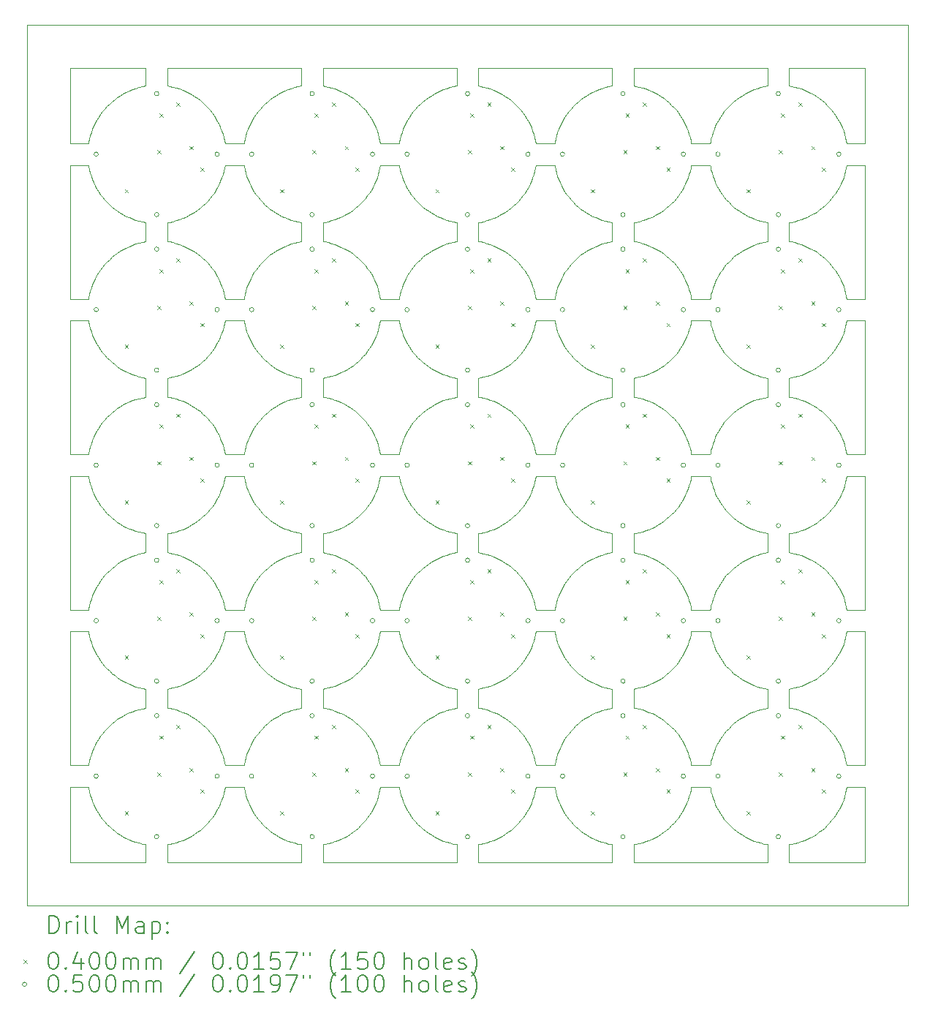
<source format=gbr>
%TF.GenerationSoftware,KiCad,Pcbnew,7.0.5-1.fc38*%
%TF.CreationDate,2023-07-07T14:27:50-04:00*%
%TF.ProjectId,bno085-i2c-board-v3-large-panel,626e6f30-3835-42d6-9932-632d626f6172,rev?*%
%TF.SameCoordinates,Original*%
%TF.FileFunction,Drillmap*%
%TF.FilePolarity,Positive*%
%FSLAX45Y45*%
G04 Gerber Fmt 4.5, Leading zero omitted, Abs format (unit mm)*
G04 Created by KiCad (PCBNEW 7.0.5-1.fc38) date 2023-07-07 14:27:50*
%MOMM*%
%LPD*%
G01*
G04 APERTURE LIST*
%ADD10C,0.100000*%
%ADD11C,0.200000*%
%ADD12C,0.040000*%
%ADD13C,0.050000*%
G04 APERTURE END LIST*
D10*
X13712985Y-5747475D02*
X13734306Y-5714135D01*
X16369042Y-6350852D02*
X16332341Y-6365656D01*
X17089179Y-11368530D02*
X17121705Y-11345987D01*
X18169042Y-4550852D02*
X18132341Y-4565657D01*
X18325000Y-11699878D02*
X16775000Y-11699878D01*
X12594174Y-5957460D02*
X12627248Y-5979192D01*
X16525000Y-6090058D02*
X16525000Y-6199939D01*
X10469622Y-3676577D02*
X10479312Y-3714947D01*
X10504321Y-10990017D02*
X10519579Y-11026533D01*
X14496416Y-4582258D02*
X14461357Y-4600616D01*
X10932341Y-9634221D02*
X10969042Y-9649026D01*
X19239911Y-5174939D02*
X19239911Y-5174939D01*
X13802381Y-5028390D02*
X13788031Y-4991508D01*
X10861357Y-7799261D02*
X10896416Y-7817619D01*
X11125000Y-7890058D02*
X11125000Y-7999939D01*
X13385479Y-4573735D02*
X13349155Y-4558027D01*
X12039910Y-10824939D02*
X12150000Y-10824939D01*
X15919579Y-11026533D02*
X15936624Y-11062249D01*
X17931449Y-7709226D02*
X17962215Y-7734119D01*
X17798043Y-8436138D02*
X17775904Y-8468941D01*
X12034263Y-6942654D02*
X12034263Y-6942654D01*
X11375000Y-9689851D02*
X11397449Y-9686210D01*
X18597449Y-4513667D02*
X18575000Y-4510026D01*
X18749155Y-9958027D02*
X18712099Y-9944134D01*
X13825525Y-3304055D02*
X13814889Y-3265936D01*
X11812054Y-5869112D02*
X11839514Y-5840613D01*
X12336624Y-9262249D02*
X12355414Y-9297079D01*
X12261841Y-9037774D02*
X12269622Y-9076577D01*
X15975904Y-8468941D02*
X15955414Y-8502799D01*
X16797449Y-4286210D02*
X16836153Y-4277950D01*
X12398043Y-3036137D02*
X12375904Y-3068941D01*
X13521705Y-11345987D02*
X13553077Y-11321863D01*
X12261841Y-5437774D02*
X12269622Y-5476577D01*
X14221777Y-3004469D02*
X14198043Y-3036137D01*
X17212054Y-6530766D02*
X17183218Y-6503661D01*
X15490041Y-4820157D02*
X15465531Y-4789085D01*
X10555414Y-10302799D02*
X10536624Y-10337628D01*
X14721799Y-4510258D02*
X14682903Y-4517558D01*
X12473795Y-4055032D02*
X12501951Y-4082843D01*
X10461841Y-10562103D02*
X10459922Y-10574939D01*
X15639910Y-10824939D02*
X15750000Y-10824939D01*
X15185479Y-7826142D02*
X15220982Y-7808657D01*
X10461841Y-5162103D02*
X10459922Y-5174939D01*
X15534306Y-4885743D02*
X15512985Y-4852402D01*
X17312985Y-3052402D02*
X17290041Y-3020157D01*
X18953078Y-2878014D02*
X18921705Y-2853890D01*
X13690041Y-3020157D02*
X13665531Y-2989085D01*
X18027248Y-2820686D02*
X17994174Y-2842418D01*
X19234264Y-10542654D02*
X19225525Y-10504055D01*
X18169042Y-4249026D02*
X18206431Y-4261998D01*
X19225525Y-5495822D02*
X19234264Y-5457224D01*
X19188031Y-8591508D02*
X19171875Y-8555381D01*
X17290041Y-3020157D02*
X17265531Y-2989085D01*
X14104321Y-10990017D02*
X14119579Y-11026533D01*
X12562214Y-7734119D02*
X12594174Y-7757460D01*
X13274400Y-8132091D02*
X13236153Y-8121927D01*
X12355414Y-3897079D02*
X12375904Y-3930937D01*
X12421777Y-3995408D02*
X12447048Y-4025864D01*
X17425525Y-6904055D02*
X17425525Y-6904055D01*
X19239911Y-3374939D02*
X19234264Y-3342654D01*
X12375904Y-5730937D02*
X12398043Y-5763740D01*
X15185479Y-8173735D02*
X15149155Y-8158027D01*
X15512985Y-5747475D02*
X15534306Y-5714135D01*
X17994174Y-2842418D02*
X17962215Y-2865758D01*
X18983218Y-2903661D02*
X18953078Y-2878014D01*
X11436153Y-9677950D02*
X11474400Y-9667786D01*
X19239911Y-10574939D02*
X19234264Y-10542654D01*
X15890888Y-10447086D02*
X15879312Y-10484930D01*
X10598043Y-9363740D02*
X10621777Y-9395408D01*
X15412054Y-4730766D02*
X15383218Y-4703661D01*
X18244416Y-11473105D02*
X18282903Y-11482319D01*
X11934306Y-3085743D02*
X11912985Y-3052402D01*
X17183218Y-9496217D02*
X17212054Y-9469112D01*
X12039910Y-3374939D02*
X12034263Y-3342654D01*
X18636153Y-8121927D02*
X18597449Y-8113667D01*
X13771875Y-7444496D02*
X13788031Y-7408369D01*
X19153952Y-5679780D02*
X19171875Y-5644496D01*
X15625525Y-9095822D02*
X15634263Y-9057224D01*
X17661841Y-6962103D02*
X17659922Y-6974939D01*
X17312985Y-11147475D02*
X17334306Y-11114135D01*
X11839514Y-6559264D02*
X11812054Y-6530766D01*
X16836153Y-6077950D02*
X16874400Y-6067786D01*
X14975000Y-4399939D02*
X14975000Y-4289851D01*
X12269622Y-8723300D02*
X12261841Y-8762103D01*
X14221777Y-11195408D02*
X14247048Y-11225864D01*
X11971875Y-6755381D02*
X11953952Y-6720097D01*
X17775904Y-6668941D02*
X17755414Y-6702798D01*
X17020982Y-6008657D02*
X17055577Y-5989437D01*
X11953952Y-8520097D02*
X11934306Y-8485743D01*
X15625525Y-8704055D02*
X15614889Y-8665936D01*
X18674400Y-7867786D02*
X18712099Y-7855743D01*
X15321705Y-4653890D02*
X15289178Y-4631347D01*
X17153078Y-4678015D02*
X17121705Y-4653890D01*
X13665531Y-8389085D02*
X13639514Y-8359264D01*
X11620982Y-9608657D02*
X11655577Y-9589437D01*
X11620982Y-11408657D02*
X11655577Y-11389437D01*
X14997449Y-6086210D02*
X15036153Y-6077950D01*
X11121799Y-7889620D02*
X11125000Y-7890058D01*
X12398043Y-8436138D02*
X12375904Y-8468941D01*
X15614889Y-8665936D02*
X15602381Y-8628390D01*
X12398043Y-5763740D02*
X12421777Y-5795408D01*
X11121799Y-6310258D02*
X11082903Y-6317558D01*
X14644416Y-6073105D02*
X14682903Y-6082319D01*
X12259922Y-10824939D02*
X12261841Y-10837774D01*
X11865531Y-5810792D02*
X11890041Y-5779721D01*
X15353077Y-8278014D02*
X15321705Y-8253890D01*
X15439514Y-8359264D02*
X15412054Y-8330766D01*
X10827248Y-7779192D02*
X10861357Y-7799261D01*
X12421777Y-10204469D02*
X12398043Y-10236138D01*
X14104321Y-8609860D02*
X14090888Y-8647086D01*
X16912099Y-6055743D02*
X16949155Y-6041850D01*
X15904321Y-9190017D02*
X15919579Y-9226533D01*
X17121705Y-7745987D02*
X17153078Y-7721863D01*
X18749155Y-11441850D02*
X18785479Y-11426142D01*
X15255577Y-11389437D02*
X15289178Y-11368530D01*
X11689178Y-11368530D02*
X11721705Y-11345987D01*
X19949878Y-12199878D02*
X19949878Y-2000000D01*
X16525000Y-4399939D02*
X16525000Y-4509820D01*
X16261357Y-4199261D02*
X16296416Y-4217619D01*
X16332341Y-6365656D02*
X16296416Y-6382258D01*
X11912985Y-4852402D02*
X11890041Y-4820157D01*
X16073795Y-11255032D02*
X16101951Y-11282843D01*
X15750000Y-10574939D02*
X15639910Y-10574939D01*
X15869622Y-8723300D02*
X15861841Y-8762103D01*
X13753952Y-3879780D02*
X13771875Y-3844496D01*
X11125000Y-4290058D02*
X11125000Y-4399939D01*
X12039910Y-10574939D02*
X12034263Y-10542654D01*
X17962215Y-4134119D02*
X17994174Y-4157460D01*
X13639514Y-4759264D02*
X13612054Y-4730766D01*
X18575000Y-6089851D02*
X18597449Y-6086210D01*
X16073795Y-2944845D02*
X16047048Y-2974014D01*
X16047048Y-10174014D02*
X16021777Y-10204469D01*
X15383218Y-8303661D02*
X15353077Y-8278014D01*
X13825525Y-3695822D02*
X13834263Y-3657224D01*
X16444416Y-9926773D02*
X16406431Y-9937880D01*
X14198043Y-4836138D02*
X14175904Y-4868941D01*
X19202381Y-8628390D02*
X19188031Y-8591508D01*
X17798043Y-3036137D02*
X17775904Y-3068941D01*
X12473795Y-5855032D02*
X12501951Y-5882843D01*
X10461841Y-7237774D02*
X10469622Y-7276577D01*
X16227248Y-5979192D02*
X16261357Y-5999261D01*
X13950000Y-10574939D02*
X13839910Y-10574939D01*
X13175000Y-4289851D02*
X13197449Y-4286210D01*
X16836153Y-4521928D02*
X16797449Y-4513667D01*
X18785479Y-11426142D02*
X18820982Y-11408657D01*
X10969042Y-4249026D02*
X11006431Y-4261998D01*
X18712099Y-9655743D02*
X18749155Y-9641851D01*
X12882903Y-11482319D02*
X12921799Y-11489620D01*
X16775000Y-7999939D02*
X16775000Y-7889851D01*
X16949155Y-9958027D02*
X16912099Y-9944134D01*
X10969042Y-11449026D02*
X11006431Y-11461998D01*
X15936624Y-3862249D02*
X15955414Y-3897079D01*
X18712099Y-6055743D02*
X18749155Y-6041850D01*
X13734306Y-4885743D02*
X13712985Y-4852402D01*
X15036153Y-2721928D02*
X14997449Y-2713667D01*
X14394174Y-4642418D02*
X14362214Y-4665758D01*
X10827248Y-2820686D02*
X10794174Y-2842418D01*
X15074400Y-9667786D02*
X15112098Y-9655743D01*
X11474400Y-11467786D02*
X11512098Y-11455743D01*
X14461357Y-8200616D02*
X14427248Y-8220686D01*
X10827248Y-11379192D02*
X10861357Y-11399261D01*
X14155414Y-6702798D02*
X14136624Y-6737628D01*
X18889179Y-4631347D02*
X18855577Y-4610440D01*
X14273795Y-11255032D02*
X14301951Y-11282843D01*
X18096416Y-9982258D02*
X18061357Y-10000616D01*
X18636153Y-6077950D02*
X18674400Y-6067786D01*
X15255577Y-4610440D02*
X15220982Y-4591221D01*
X11721705Y-4653890D02*
X11689178Y-4631347D01*
X13788031Y-10391508D02*
X13771875Y-10355381D01*
X14301951Y-9482843D02*
X14331449Y-9509226D01*
X13690041Y-9379721D02*
X13712985Y-9347475D01*
X12925000Y-4290058D02*
X12925000Y-4399939D01*
X19039514Y-11240613D02*
X19065531Y-11210792D01*
X10673795Y-4055032D02*
X10701951Y-4082843D01*
X19153952Y-9279780D02*
X19171875Y-9244497D01*
X15490041Y-8420157D02*
X15465531Y-8389085D01*
X16021777Y-5795408D02*
X16047048Y-5825864D01*
X14175904Y-3068941D02*
X14155414Y-3102798D01*
X19239911Y-3624939D02*
X19449878Y-3624939D01*
X18244416Y-7873105D02*
X18282903Y-7882319D01*
X11953952Y-9279780D02*
X11971875Y-9244497D01*
X11585479Y-2773735D02*
X11549155Y-2758027D01*
X10701951Y-9482843D02*
X10731449Y-9509226D01*
X17669622Y-9076577D02*
X17679312Y-9114948D01*
X17659922Y-3374939D02*
X17550000Y-3374939D01*
X17847049Y-6574014D02*
X17821777Y-6604469D01*
X11953952Y-3879780D02*
X11971875Y-3844496D01*
X17212054Y-2930766D02*
X17183218Y-2903661D01*
X14155414Y-8502799D02*
X14136624Y-8537628D01*
X11890041Y-7579721D02*
X11912985Y-7547475D01*
X18206431Y-2737880D02*
X18169042Y-2750852D01*
X12034263Y-10857224D02*
X12039910Y-10824939D01*
X15634263Y-6942654D02*
X15625525Y-6904055D01*
X13839910Y-6974939D02*
X13834263Y-6942654D01*
X15998043Y-9363740D02*
X16021777Y-9395408D01*
X18983218Y-7696217D02*
X19012054Y-7669112D01*
X12627248Y-10020686D02*
X12594174Y-10042418D01*
X19134306Y-10285743D02*
X19112985Y-10252402D01*
X12034263Y-8742654D02*
X12034263Y-8742654D01*
X13814889Y-3733941D02*
X13825525Y-3695822D01*
X10536624Y-6737628D02*
X10519579Y-6773345D01*
X10575904Y-11130937D02*
X10598043Y-11163740D01*
X17690888Y-10952792D02*
X17704321Y-10990017D01*
X10575904Y-9330937D02*
X10598043Y-9363740D01*
X10469622Y-8723300D02*
X10461841Y-8762103D01*
X14198043Y-9363740D02*
X14221777Y-9395408D01*
X10598043Y-5763740D02*
X10621777Y-5795408D01*
X14427248Y-4620686D02*
X14394174Y-4642418D01*
X17736624Y-5662249D02*
X17755414Y-5697079D01*
X17736624Y-10337628D02*
X17719579Y-10373345D01*
X18325000Y-11490058D02*
X18325000Y-11699878D01*
X12014889Y-5065936D02*
X12002381Y-5028390D01*
X16985479Y-2773735D02*
X16949155Y-2758027D01*
X12562214Y-9534119D02*
X12594174Y-9557460D01*
X16836153Y-11477950D02*
X16874400Y-11467786D01*
X10827248Y-4179192D02*
X10861357Y-4199261D01*
X11082903Y-7882319D02*
X11121799Y-7889620D01*
X13312098Y-7855743D02*
X13349155Y-7841850D01*
X15588031Y-11008369D02*
X15602381Y-10971488D01*
X12806431Y-2737880D02*
X12769042Y-2750852D01*
X14721799Y-2710258D02*
X14682903Y-2717558D01*
X16227248Y-7779192D02*
X16261357Y-7799261D01*
X15036153Y-8121927D02*
X14997449Y-8113667D01*
X10969042Y-8150852D02*
X10932341Y-8165656D01*
X17183218Y-4096217D02*
X17212054Y-4069112D01*
X10250122Y-10574939D02*
X10250122Y-9024939D01*
X15975904Y-3930937D02*
X15998043Y-3963740D01*
X18096416Y-4582258D02*
X18061357Y-4600616D01*
X17690888Y-9152792D02*
X17704321Y-9190017D01*
X17425525Y-3695822D02*
X17434264Y-3657224D01*
X10896416Y-4217619D02*
X10932341Y-4234221D01*
X15289178Y-11368530D02*
X15321705Y-11345987D01*
X12025525Y-9095822D02*
X12034263Y-9057224D01*
X16521799Y-9910258D02*
X16482903Y-9917558D01*
X11585479Y-9973735D02*
X11549155Y-9958027D01*
X17402381Y-5571488D02*
X17414889Y-5533941D01*
X14221777Y-9395408D02*
X14247048Y-9425864D01*
X10469622Y-5476577D02*
X10479312Y-5514948D01*
X11006431Y-9937880D02*
X10969042Y-9950852D01*
X17931449Y-4690651D02*
X17901951Y-4717035D01*
X18636153Y-4277950D02*
X18674400Y-4267786D01*
X11912985Y-7547475D02*
X11934306Y-7514135D01*
X10861357Y-6400616D02*
X10827248Y-6420686D01*
X12882903Y-8117558D02*
X12844416Y-8126773D01*
X12806431Y-6061998D02*
X12844416Y-6073105D01*
X14644416Y-11473105D02*
X14682903Y-11482319D01*
X15879312Y-8684930D02*
X15869622Y-8723300D01*
X19090041Y-7579721D02*
X19112985Y-7547475D01*
X15465531Y-8389085D02*
X15439514Y-8359264D01*
X17353952Y-4920097D02*
X17334306Y-4885743D01*
X17402381Y-10428390D02*
X17388031Y-10391508D01*
X17239514Y-4759264D02*
X17212054Y-4730766D01*
X14644416Y-4273105D02*
X14682903Y-4282319D01*
X15879312Y-10914948D02*
X15890888Y-10952792D01*
X17550000Y-9024939D02*
X17659922Y-9024939D01*
X15936624Y-7462249D02*
X15955414Y-7497079D01*
X14725000Y-6199939D02*
X14725000Y-6309820D01*
X18096416Y-11417619D02*
X18132341Y-11434221D01*
X17931449Y-5909226D02*
X17962215Y-5934119D01*
X11953952Y-3120097D02*
X11934306Y-3085743D01*
X11044416Y-9926773D02*
X11006431Y-9937880D01*
X14273795Y-4055032D02*
X14301951Y-4082843D01*
X16101951Y-8317035D02*
X16073795Y-8344845D01*
X18575000Y-6199939D02*
X18575000Y-6089851D01*
X15588031Y-4991508D02*
X15571875Y-4955381D01*
X10647049Y-4774014D02*
X10621777Y-4804469D01*
X14079312Y-3284930D02*
X14069622Y-3323300D01*
X12279312Y-10484930D02*
X12269622Y-10523300D01*
X11585479Y-6026142D02*
X11620982Y-6008657D01*
X12844416Y-7873105D02*
X12882903Y-7882319D01*
X15919579Y-4973345D02*
X15904321Y-5009860D01*
X15289178Y-10031347D02*
X15255577Y-10010440D01*
X16444416Y-7873105D02*
X16482903Y-7882319D01*
X18889179Y-7768530D02*
X18921705Y-7745987D01*
X13834263Y-7257224D02*
X13839910Y-7224939D01*
X13312098Y-6344134D02*
X13274400Y-6332091D01*
X19188031Y-7408369D02*
X19202381Y-7371488D01*
X13175000Y-6199939D02*
X13175000Y-6089851D01*
X13665531Y-2989085D02*
X13639514Y-2959264D01*
X10621777Y-10204469D02*
X10598043Y-10236138D01*
X15439514Y-11240613D02*
X15465531Y-11210792D01*
X11753077Y-7721863D02*
X11783218Y-7696217D01*
X17414889Y-7333941D02*
X17425525Y-7295822D01*
X11121799Y-6089620D02*
X11125000Y-6090058D01*
X17153078Y-11321863D02*
X17183218Y-11296217D01*
X13814889Y-3265936D02*
X13802381Y-3228390D01*
X10479312Y-10484930D02*
X10469622Y-10523300D01*
X13753952Y-11079780D02*
X13771875Y-11044497D01*
X16482903Y-4517558D02*
X16444416Y-4526773D01*
X16912099Y-9655743D02*
X16949155Y-9641851D01*
X17265531Y-5810792D02*
X17290041Y-5779721D01*
X17669622Y-10523300D02*
X17661841Y-10562103D01*
X19449878Y-11699878D02*
X18575000Y-11699878D01*
X15614889Y-5065936D02*
X15602381Y-5028390D01*
X13197449Y-9686210D02*
X13236153Y-9677950D01*
X17434264Y-8742654D02*
X17425525Y-8704055D01*
X18206431Y-8137880D02*
X18169042Y-8150852D01*
X12882903Y-4517558D02*
X12844416Y-4526773D01*
X19214889Y-7333941D02*
X19225525Y-7295822D01*
X18749155Y-4241851D02*
X18785479Y-4226142D01*
X17402381Y-3228390D02*
X17388031Y-3191508D01*
X17183218Y-10103661D02*
X17153078Y-10078015D01*
X17183218Y-7696217D02*
X17212054Y-7669112D01*
X14221777Y-7595408D02*
X14247048Y-7625864D01*
X15904321Y-7390017D02*
X15919579Y-7426533D01*
X15602381Y-5571488D02*
X15614889Y-5533941D01*
X17798043Y-11163740D02*
X17821777Y-11195408D01*
X14136624Y-4937628D02*
X14119579Y-4973345D01*
X16912099Y-7855743D02*
X16949155Y-7841850D01*
X14427248Y-6420686D02*
X14394174Y-6442418D01*
X17290041Y-3979721D02*
X17312985Y-3947475D01*
X15321705Y-8253890D02*
X15289178Y-8231347D01*
X12844416Y-6073105D02*
X12882903Y-6082319D01*
X11988031Y-3808369D02*
X12002381Y-3771488D01*
X17847049Y-5825864D02*
X17873795Y-5855032D01*
X11812054Y-4069112D02*
X11839514Y-4040613D01*
X10250122Y-3624939D02*
X10459922Y-3624939D01*
X13274400Y-6332091D02*
X13236153Y-6321927D01*
X17239514Y-2959264D02*
X17212054Y-2930766D01*
X18325000Y-2500000D02*
X18325000Y-2709820D01*
X17719579Y-10373345D02*
X17704321Y-10409860D01*
X16406431Y-7861998D02*
X16444416Y-7873105D01*
X15614889Y-10933941D02*
X15625525Y-10895822D01*
X17371875Y-3844496D02*
X17388031Y-3808369D01*
X17020982Y-9991221D02*
X16985479Y-9973735D01*
X14198043Y-10236138D02*
X14175904Y-10268941D01*
X13950000Y-8774939D02*
X13839910Y-8774939D01*
X14606431Y-4261998D02*
X14644416Y-4273105D01*
X15639910Y-7224939D02*
X15750000Y-7224939D01*
X13788031Y-11008369D02*
X13802381Y-10971488D01*
X11953952Y-11079780D02*
X11971875Y-11044497D01*
X19112985Y-3947475D02*
X19134306Y-3914135D01*
X13639514Y-8359264D02*
X13612054Y-8330766D01*
X13639514Y-2959264D02*
X13612054Y-2930766D01*
X11006431Y-7861998D02*
X11044416Y-7873105D01*
X11082903Y-6317558D02*
X11044416Y-6326773D01*
X14061841Y-5162103D02*
X14059922Y-5174939D01*
X12447048Y-6574014D02*
X12421777Y-6604469D01*
X19112985Y-7547475D02*
X19134306Y-7514135D01*
X16101951Y-11282843D02*
X16131449Y-11309226D01*
X16047048Y-8374014D02*
X16021777Y-8404469D01*
X17755414Y-3102798D02*
X17736624Y-3137628D01*
X12002381Y-7371488D02*
X12014889Y-7333941D01*
X12627248Y-2820686D02*
X12594174Y-2842418D01*
X14301951Y-2917035D02*
X14273795Y-2944845D01*
X12002381Y-10428390D02*
X11988031Y-10391508D01*
X14331449Y-9509226D02*
X14362214Y-9534119D01*
X14975000Y-11489851D02*
X14997449Y-11486210D01*
X13639514Y-7640613D02*
X13665531Y-7610792D01*
X13839910Y-5174939D02*
X13834263Y-5142654D01*
X18096416Y-9617619D02*
X18132341Y-9634221D01*
X17775904Y-7530937D02*
X17798043Y-7563740D01*
X15998043Y-11163740D02*
X16021777Y-11195408D01*
X15859922Y-3374939D02*
X15750000Y-3374939D01*
X18096416Y-6382258D02*
X18061357Y-6400616D01*
X12375904Y-6668941D02*
X12355414Y-6702798D01*
X15149155Y-7841850D02*
X15185479Y-7826142D01*
X10250122Y-10824939D02*
X10459922Y-10824939D01*
X10969042Y-2750852D02*
X10932341Y-2765657D01*
X14496416Y-9982258D02*
X14461357Y-10000616D01*
X15998043Y-7563740D02*
X16021777Y-7595408D01*
X17265531Y-4010792D02*
X17290041Y-3979721D01*
X10459922Y-8774939D02*
X10250122Y-8774939D01*
X15919579Y-3826533D02*
X15936624Y-3862249D01*
X15321705Y-7745987D02*
X15353077Y-7721863D01*
X13455577Y-8210440D02*
X13420982Y-8191220D01*
X17994174Y-7757460D02*
X18027248Y-7779192D01*
X16912099Y-11455743D02*
X16949155Y-11441850D01*
X11125000Y-11699878D02*
X10250122Y-11699878D01*
X10861357Y-10000616D02*
X10827248Y-10020686D01*
X18325000Y-9799939D02*
X18325000Y-9909820D01*
X15936624Y-6737628D02*
X15919579Y-6773345D01*
X15639910Y-9024939D02*
X15750000Y-9024939D01*
X16836153Y-9677950D02*
X16874400Y-9667786D01*
X17353952Y-5679780D02*
X17371875Y-5644496D01*
X16912099Y-4255743D02*
X16949155Y-4241851D01*
X14090888Y-3247086D02*
X14079312Y-3284930D01*
X10598043Y-4836138D02*
X10575904Y-4868941D01*
X15534306Y-6685743D02*
X15512985Y-6652402D01*
X15289178Y-9568530D02*
X15321705Y-9545987D01*
X17931449Y-2890651D02*
X17901951Y-2917035D01*
X13175000Y-7889851D02*
X13197449Y-7886210D01*
X12034263Y-5142654D02*
X12025525Y-5104055D01*
X18321799Y-8110258D02*
X18282903Y-8117558D01*
X13521705Y-10053890D02*
X13489178Y-10031347D01*
X18983218Y-6503661D02*
X18953078Y-6478014D01*
X12696416Y-7817619D02*
X12732341Y-7834221D01*
X18321799Y-4289620D02*
X18325000Y-4290058D01*
X10250122Y-3374939D02*
X10250122Y-2500000D01*
X10469622Y-7276577D02*
X10479312Y-7314947D01*
X15750000Y-9024939D02*
X15859922Y-9024939D01*
X10490888Y-10952792D02*
X10504321Y-10990017D01*
X14496416Y-9617619D02*
X14532341Y-9634221D01*
X11783218Y-9496217D02*
X11812054Y-9469112D01*
X17434264Y-9057224D02*
X17439911Y-9024939D01*
X15919579Y-6773345D02*
X15904321Y-6809860D01*
X12355414Y-9297079D02*
X12375904Y-9330937D01*
X14069622Y-5123300D02*
X14061841Y-5162103D01*
X15534306Y-8485743D02*
X15512985Y-8452402D01*
X19234264Y-6942654D02*
X19225525Y-6904055D01*
X19039514Y-4040613D02*
X19065531Y-4010792D01*
X16131449Y-7709226D02*
X16162214Y-7734119D01*
X17679312Y-5514948D02*
X17690888Y-5552792D01*
X16525000Y-2500000D02*
X16525000Y-2709820D01*
X17550000Y-3624939D02*
X17659922Y-3624939D01*
X14427248Y-9579192D02*
X14461357Y-9599261D01*
X15512985Y-3052402D02*
X15490041Y-3020157D01*
X15412054Y-4069112D02*
X15439514Y-4040613D01*
X13197449Y-4513667D02*
X13175000Y-4510026D01*
X10575904Y-6668941D02*
X10555414Y-6702798D01*
X18206431Y-11461998D02*
X18244416Y-11473105D01*
X17402381Y-8628390D02*
X17388031Y-8591508D01*
X17719579Y-3826533D02*
X17736624Y-3862249D01*
X15112098Y-11455743D02*
X15149155Y-11441850D01*
X11865531Y-11210792D02*
X11890041Y-11179721D01*
X17962215Y-2865758D02*
X17931449Y-2890651D01*
X18921705Y-6453890D02*
X18889179Y-6431347D01*
X14273795Y-5855032D02*
X14301951Y-5882843D01*
X16912099Y-4544134D02*
X16874400Y-4532091D01*
X13197449Y-7886210D02*
X13236153Y-7877950D01*
X10250122Y-11699878D02*
X10250122Y-10824939D01*
X19225525Y-8704055D02*
X19214889Y-8665936D01*
X18983218Y-11296217D02*
X19012054Y-11269112D01*
X18820982Y-9991221D02*
X18785479Y-9973735D01*
X16194174Y-8242418D02*
X16162214Y-8265758D01*
X17183218Y-4703661D02*
X17153078Y-4678015D01*
X18855577Y-10010440D02*
X18820982Y-9991221D01*
X12696416Y-9617619D02*
X12732341Y-9634221D01*
X15553952Y-10320097D02*
X15534306Y-10285743D01*
X19039514Y-8359264D02*
X19012054Y-8330766D01*
X12150000Y-10824939D02*
X12259922Y-10824939D01*
X17089179Y-4168530D02*
X17121705Y-4145987D01*
X18889179Y-5968530D02*
X18921705Y-5945987D01*
X14975000Y-4289851D02*
X14997449Y-4286210D01*
X13349155Y-9641851D02*
X13385479Y-9626142D01*
X15634263Y-10857224D02*
X15639910Y-10824939D01*
X11375000Y-6089851D02*
X11397449Y-6086210D01*
X12925000Y-4509820D02*
X12921799Y-4510258D01*
X14059922Y-5174939D02*
X13950000Y-5174939D01*
X16227248Y-10020686D02*
X16194174Y-10042418D01*
X14119579Y-6773345D02*
X14104321Y-6809860D01*
X11689178Y-8231347D02*
X11655577Y-8210440D01*
X14247048Y-6574014D02*
X14221777Y-6604469D01*
X15602381Y-10971488D02*
X15614889Y-10933941D01*
X12025525Y-5495822D02*
X12034263Y-5457224D01*
X16162214Y-4665758D02*
X16131449Y-4690651D01*
X11549155Y-8158027D02*
X11512098Y-8144134D01*
X15602381Y-3228390D02*
X15588031Y-3191508D01*
X18855577Y-6410440D02*
X18820982Y-6391220D01*
X14090888Y-5552792D02*
X14104321Y-5590017D01*
X15571875Y-3844496D02*
X15588031Y-3808369D01*
X14175904Y-7530937D02*
X14198043Y-7563740D01*
X17659922Y-7224939D02*
X17661841Y-7237774D01*
X17873795Y-9455032D02*
X17901951Y-9482843D01*
X13175000Y-2500000D02*
X14725000Y-2500000D01*
X16261357Y-8200616D02*
X16227248Y-8220686D01*
X12319579Y-7426533D02*
X12336624Y-7462249D01*
X10459922Y-5424939D02*
X10459922Y-5424939D01*
X14247048Y-9425864D02*
X14273795Y-9455032D01*
X10621777Y-7595408D02*
X10647049Y-7625864D01*
X15490041Y-9379721D02*
X15512985Y-9347475D01*
X17873795Y-8344845D02*
X17847049Y-8374014D01*
X15904321Y-3790017D02*
X15919579Y-3826533D01*
X11839514Y-4040613D02*
X11865531Y-4010792D01*
X12279312Y-7314947D02*
X12290888Y-7352792D01*
X15625525Y-7295822D02*
X15634263Y-7257224D01*
X15383218Y-11296217D02*
X15412054Y-11269112D01*
X12002381Y-9171488D02*
X12014889Y-9133941D01*
X11812054Y-11269112D02*
X11839514Y-11240613D01*
X15975904Y-9330937D02*
X15998043Y-9363740D01*
X11655577Y-8210440D02*
X11620982Y-8191220D01*
X15149155Y-9958027D02*
X15112098Y-9944134D01*
X18282903Y-4282319D02*
X18321799Y-4289620D01*
X10555414Y-4902799D02*
X10536624Y-4937628D01*
X15861841Y-10837774D02*
X15869622Y-10876577D01*
X14721799Y-4289620D02*
X14725000Y-4290058D01*
X19134306Y-11114135D02*
X19153952Y-11079780D01*
X18169042Y-7849026D02*
X18206431Y-7861998D01*
X16912099Y-2744134D02*
X16874400Y-2732091D01*
X12279312Y-3284930D02*
X12269622Y-3323300D01*
X12531449Y-6490651D02*
X12501951Y-6517035D01*
X16332341Y-6034221D02*
X16369042Y-6049026D01*
X14331449Y-6490651D02*
X14301951Y-6517035D01*
X12473795Y-9455032D02*
X12501951Y-9482843D01*
X18325000Y-4509820D02*
X18321799Y-4510258D01*
X11125000Y-9909820D02*
X11121799Y-9910258D01*
X17719579Y-4973345D02*
X17704321Y-5009860D01*
X16261357Y-10000616D02*
X16227248Y-10020686D01*
X12562214Y-2865758D02*
X12531449Y-2890651D01*
X18061357Y-4199261D02*
X18096416Y-4217619D01*
X16949155Y-4241851D02*
X16985479Y-4226142D01*
X13771875Y-6755381D02*
X13753952Y-6720097D01*
X15861841Y-3362103D02*
X15859922Y-3374939D01*
X14059922Y-6974939D02*
X13950000Y-6974939D01*
X17994174Y-5957460D02*
X18027248Y-5979192D01*
X10461841Y-9037774D02*
X10469622Y-9076577D01*
X15412054Y-8330766D02*
X15383218Y-8303661D01*
X17719579Y-6773345D02*
X17704321Y-6809860D01*
X15512985Y-7547475D02*
X15534306Y-7514135D01*
X11971875Y-3155381D02*
X11953952Y-3120097D01*
X15353077Y-10078015D02*
X15321705Y-10053890D01*
X13274400Y-4532091D02*
X13236153Y-4521928D01*
X16227248Y-9579192D02*
X16261357Y-9599261D01*
X11474400Y-9932091D02*
X11436153Y-9921928D01*
X10701951Y-4082843D02*
X10731449Y-4109226D01*
X15321705Y-9545987D02*
X15353077Y-9521863D01*
X10598043Y-3036137D02*
X10575904Y-3068941D01*
X15955414Y-11097079D02*
X15975904Y-11130937D01*
X17661841Y-10562103D02*
X17659922Y-10574939D01*
X11474400Y-9667786D02*
X11512098Y-9655743D01*
X17089179Y-2831347D02*
X17055577Y-2810440D01*
X12473795Y-11255032D02*
X12501951Y-11282843D01*
X13712985Y-9347475D02*
X13734306Y-9314135D01*
X13665531Y-9410792D02*
X13690041Y-9379721D01*
X13825525Y-6904055D02*
X13814889Y-6865936D01*
X11375000Y-6199939D02*
X11375000Y-6089851D01*
X16162214Y-6465758D02*
X16131449Y-6490651D01*
X16296416Y-4582258D02*
X16261357Y-4600616D01*
X17690888Y-7352792D02*
X17704321Y-7390017D01*
X14461357Y-5999261D02*
X14496416Y-6017619D01*
X10969042Y-9649026D02*
X11006431Y-9661998D01*
X18983218Y-4096217D02*
X19012054Y-4069112D01*
X10490888Y-5047086D02*
X10479312Y-5084930D01*
X11006431Y-2737880D02*
X10969042Y-2750852D01*
X19171875Y-7444496D02*
X19188031Y-7408369D01*
X14247048Y-10174014D02*
X14221777Y-10204469D01*
X12034263Y-10542654D02*
X12025525Y-10504055D01*
X14079312Y-7314947D02*
X14090888Y-7352792D01*
X14721799Y-6310258D02*
X14682903Y-6317558D01*
X11721705Y-6453890D02*
X11689178Y-6431347D01*
X15625525Y-10504055D02*
X15614889Y-10465936D01*
X14175904Y-11130937D02*
X14198043Y-11163740D01*
X11753077Y-10078015D02*
X11721705Y-10053890D01*
X11125000Y-11490058D02*
X11125000Y-11699878D01*
X15639910Y-10574939D02*
X15634263Y-10542654D01*
X18597449Y-9913667D02*
X18575000Y-9910026D01*
X16775000Y-9799939D02*
X16775000Y-9689851D01*
X15074400Y-4532091D02*
X15036153Y-4521928D01*
X10673795Y-11255032D02*
X10701951Y-11282843D01*
X15859922Y-5174939D02*
X15750000Y-5174939D01*
X13802381Y-5571488D02*
X13814889Y-5533941D01*
X17661841Y-8762103D02*
X17659922Y-8774939D01*
X19112985Y-4852402D02*
X19090041Y-4820157D01*
X15412054Y-5869112D02*
X15439514Y-5840613D01*
X14331449Y-2890651D02*
X14301951Y-2917035D01*
X15439514Y-4759264D02*
X15412054Y-4730766D01*
X19153952Y-4920097D02*
X19134306Y-4885743D01*
X18027248Y-4179192D02*
X18061357Y-4199261D01*
X19065531Y-4789085D02*
X19039514Y-4759264D01*
X18132341Y-9634221D02*
X18169042Y-9649026D01*
X14362214Y-7734119D02*
X14394174Y-7757460D01*
X11655577Y-6410440D02*
X11620982Y-6391220D01*
X14975000Y-9910026D02*
X14975000Y-9799939D01*
X13734306Y-5714135D02*
X13753952Y-5679780D01*
X11512098Y-9655743D02*
X11549155Y-9641851D01*
X17439911Y-10824939D02*
X17550000Y-10824939D01*
X14331449Y-5909226D02*
X14362214Y-5934119D01*
X17679312Y-9114948D02*
X17690888Y-9152792D01*
X13814889Y-7333941D02*
X13825525Y-7295822D01*
X17183218Y-5896217D02*
X17212054Y-5869112D01*
X14273795Y-10144845D02*
X14247048Y-10174014D01*
X12661357Y-4199261D02*
X12696416Y-4217619D01*
X13639514Y-4040613D02*
X13665531Y-4010792D01*
X16073795Y-8344845D02*
X16047048Y-8374014D01*
X15639910Y-5424939D02*
X15750000Y-5424939D01*
X18132341Y-6034221D02*
X18169042Y-6049026D01*
X14427248Y-2820686D02*
X14394174Y-2842418D01*
X17719579Y-8573345D02*
X17704321Y-8609860D01*
X17679312Y-3284930D02*
X17669622Y-3323300D01*
X12844416Y-4526773D02*
X12806431Y-4537880D01*
X13553077Y-2878014D02*
X13521705Y-2853890D01*
X13521705Y-4653890D02*
X13489178Y-4631347D01*
X13455577Y-11389437D02*
X13489178Y-11368530D01*
X12290888Y-3247086D02*
X12279312Y-3284930D01*
X15185479Y-6026142D02*
X15220982Y-6008657D01*
X17312985Y-5747475D02*
X17334306Y-5714135D01*
X10794174Y-11357460D02*
X10827248Y-11379192D01*
X10479312Y-3284930D02*
X10469622Y-3323300D01*
X17020982Y-4591221D02*
X16985479Y-4573735D01*
X11044416Y-4273105D02*
X11082903Y-4282319D01*
X17334306Y-6685743D02*
X17312985Y-6652402D01*
X14090888Y-8647086D02*
X14079312Y-8684930D01*
X11125000Y-9690058D02*
X11125000Y-9799939D01*
X16949155Y-11441850D02*
X16985479Y-11426142D01*
X12375904Y-9330937D02*
X12398043Y-9363740D01*
X18712099Y-4544134D02*
X18674400Y-4532091D01*
X14061841Y-9037774D02*
X14069622Y-9076577D01*
X15465531Y-2989085D02*
X15439514Y-2959264D01*
X14059922Y-8774939D02*
X13950000Y-8774939D01*
X18325000Y-4399939D02*
X18325000Y-4509820D01*
X17704321Y-6809860D02*
X17690888Y-6847086D01*
X17121705Y-4653890D02*
X17089179Y-4631347D01*
X11549155Y-6041850D02*
X11585479Y-6026142D01*
X10459922Y-5174939D02*
X10250122Y-5174939D01*
X12279312Y-9114948D02*
X12290888Y-9152792D01*
X12025525Y-6904055D02*
X12014889Y-6865936D01*
X14136624Y-6737628D02*
X14119579Y-6773345D01*
X18983218Y-4703661D02*
X18953078Y-4678015D01*
X12025525Y-10895822D02*
X12034263Y-10857224D01*
X13950000Y-7224939D02*
X14059922Y-7224939D01*
X14975000Y-6310026D02*
X14975000Y-6199939D01*
X17775904Y-4868941D02*
X17755414Y-4902799D01*
X17121705Y-2853890D02*
X17089179Y-2831347D01*
X14301951Y-5882843D02*
X14331449Y-5909226D01*
X10896416Y-2782258D02*
X10861357Y-2800616D01*
X17873795Y-10144845D02*
X17847049Y-10174014D01*
X16874400Y-8132091D02*
X16836153Y-8121927D01*
X15036153Y-9921928D02*
X14997449Y-9913667D01*
X17414889Y-9133941D02*
X17425525Y-9095822D01*
X15074400Y-2732091D02*
X15036153Y-2721928D01*
X14682903Y-9682319D02*
X14721799Y-9689620D01*
X13197449Y-6086210D02*
X13236153Y-6077950D01*
X12261841Y-10562103D02*
X12259922Y-10574939D01*
X16912099Y-6344134D02*
X16874400Y-6332091D01*
X12925000Y-4399939D02*
X12925000Y-4509820D01*
X16296416Y-6382258D02*
X16261357Y-6400616D01*
X10827248Y-10020686D02*
X10794174Y-10042418D01*
X17290041Y-11179721D02*
X17312985Y-11147475D01*
X15112098Y-9944134D02*
X15074400Y-9932091D01*
X14221777Y-5795408D02*
X14247048Y-5825864D01*
X17212054Y-7669112D02*
X17239514Y-7640613D01*
X10598043Y-3963740D02*
X10621777Y-3995408D01*
X11839514Y-7640613D02*
X11865531Y-7610792D01*
X17212054Y-8330766D02*
X17183218Y-8303661D01*
X18820982Y-4591221D02*
X18785479Y-4573735D01*
X12304321Y-9190017D02*
X12319579Y-9226533D01*
X19188031Y-5608369D02*
X19202381Y-5571488D01*
X15383218Y-10103661D02*
X15353077Y-10078015D01*
X17425525Y-5495822D02*
X17434264Y-5457224D01*
X12806431Y-9661998D02*
X12844416Y-9673105D01*
X17873795Y-4744845D02*
X17847049Y-4774014D01*
X17704321Y-8609860D02*
X17690888Y-8647086D01*
X15869622Y-6923300D02*
X15861841Y-6962103D01*
X11512098Y-9944134D02*
X11474400Y-9932091D01*
X17661841Y-3362103D02*
X17659922Y-3374939D01*
X12269622Y-5123300D02*
X12261841Y-5162103D01*
X12925000Y-2709820D02*
X12925000Y-2709820D01*
X17755414Y-11097079D02*
X17775904Y-11130937D01*
X19090041Y-4820157D02*
X19065531Y-4789085D01*
X9750122Y-2000000D02*
X9750122Y-12199878D01*
X11912985Y-9347475D02*
X11934306Y-9314135D01*
X13553077Y-11321863D02*
X13583218Y-11296217D01*
X11971875Y-11044497D02*
X11988031Y-11008369D01*
X19134306Y-7514135D02*
X19153952Y-7479780D01*
X16194174Y-6442418D02*
X16162214Y-6465758D01*
X13734306Y-11114135D02*
X13753952Y-11079780D01*
X12290888Y-8647086D02*
X12279312Y-8684930D01*
X13665531Y-7610792D02*
X13690041Y-7579721D01*
X10555414Y-6702798D02*
X10536624Y-6737628D01*
X17290041Y-5779721D02*
X17312985Y-5747475D01*
X11812054Y-8330766D02*
X11783218Y-8303661D01*
X16261357Y-9599261D02*
X16296416Y-9617619D01*
X17290041Y-7579721D02*
X17312985Y-7547475D01*
X15588031Y-10391508D02*
X15571875Y-10355381D01*
X17290041Y-10220157D02*
X17265531Y-10189085D01*
X11082903Y-11482319D02*
X11121799Y-11489620D01*
X18096416Y-6017619D02*
X18132341Y-6034221D01*
X17690888Y-3247086D02*
X17679312Y-3284930D01*
X10794174Y-9557460D02*
X10827248Y-9579192D01*
X18282903Y-6317558D02*
X18244416Y-6326773D01*
X14119579Y-9226533D02*
X14136624Y-9262249D01*
X17183218Y-8303661D02*
X17153078Y-8278014D01*
X12696416Y-4582258D02*
X12661357Y-4600616D01*
X15036153Y-11477950D02*
X15074400Y-11467786D01*
X11988031Y-11008369D02*
X12002381Y-10971488D01*
X15890888Y-5552792D02*
X15904321Y-5590017D01*
X16775000Y-4510026D02*
X16775000Y-4399939D01*
X12304321Y-3790017D02*
X12319579Y-3826533D01*
X16482903Y-6317558D02*
X16444416Y-6326773D01*
X17775904Y-9330937D02*
X17798043Y-9363740D01*
X11839514Y-4759264D02*
X11812054Y-4730766D01*
X16047048Y-7625864D02*
X16073795Y-7655032D01*
X10504321Y-8609860D02*
X10490888Y-8647086D01*
X11953952Y-4920097D02*
X11934306Y-4885743D01*
X13385479Y-2773735D02*
X13349155Y-2758027D01*
X14069622Y-3323300D02*
X14061841Y-3362103D01*
X16021777Y-10204469D02*
X15998043Y-10236138D01*
X17901951Y-9482843D02*
X17931449Y-9509226D01*
X14682903Y-2717558D02*
X14644416Y-2726773D01*
X15112098Y-8144134D02*
X15074400Y-8132091D01*
X11397449Y-9913667D02*
X11375000Y-9910026D01*
X10479312Y-7314947D02*
X10490888Y-7352792D01*
X10731449Y-10090651D02*
X10701951Y-10117035D01*
X19039514Y-5840613D02*
X19065531Y-5810792D01*
X11044416Y-7873105D02*
X11082903Y-7882319D01*
X11890041Y-10220157D02*
X11865531Y-10189085D01*
X10621777Y-3995408D02*
X10647049Y-4025864D01*
X14461357Y-4600616D02*
X14427248Y-4620686D01*
X12398043Y-3963740D02*
X12421777Y-3995408D01*
X17439911Y-5424939D02*
X17550000Y-5424939D01*
X12921799Y-11489620D02*
X12925000Y-11490058D01*
X12627248Y-9579192D02*
X12661357Y-9599261D01*
X12473795Y-10144845D02*
X12447048Y-10174014D01*
X10536624Y-3137628D02*
X10519579Y-3173345D01*
X12261841Y-6962103D02*
X12259922Y-6974939D01*
X16482903Y-8117558D02*
X16444416Y-8126773D01*
X15750000Y-5424939D02*
X15859922Y-5424939D01*
X14136624Y-5662249D02*
X14155414Y-5697079D01*
X15919579Y-7426533D02*
X15936624Y-7462249D01*
X13771875Y-5644496D02*
X13788031Y-5608369D01*
X15490041Y-7579721D02*
X15512985Y-7547475D01*
X14175904Y-8468941D02*
X14155414Y-8502799D01*
X15890888Y-5047086D02*
X15879312Y-5084930D01*
X11375000Y-11699878D02*
X11375000Y-11489851D01*
X11121799Y-4510258D02*
X11082903Y-4517558D01*
X14532341Y-9634221D02*
X14569042Y-9649026D01*
X11125000Y-6199939D02*
X11125000Y-6309820D01*
X17755414Y-7497079D02*
X17775904Y-7530937D01*
X14061841Y-10562103D02*
X14059922Y-10574939D01*
X15904321Y-5009860D02*
X15890888Y-5047086D01*
X13753952Y-8520097D02*
X13734306Y-8485743D01*
X14975000Y-6199939D02*
X14975000Y-6089851D01*
X17153078Y-9521863D02*
X17183218Y-9496217D01*
X11912985Y-10252402D02*
X11890041Y-10220157D01*
X13385479Y-9626142D02*
X13420982Y-9608657D01*
X13583218Y-7696217D02*
X13612054Y-7669112D01*
X14427248Y-7779192D02*
X14461357Y-7799261D01*
X18061357Y-4600616D02*
X18027248Y-4620686D01*
X19153952Y-10320097D02*
X19134306Y-10285743D01*
X16047048Y-6574014D02*
X16021777Y-6604469D01*
X14079312Y-8684930D02*
X14069622Y-8723300D01*
X15185479Y-2773735D02*
X15149155Y-2758027D01*
X17659922Y-9024939D02*
X17661841Y-9037774D01*
X14061841Y-6962103D02*
X14059922Y-6974939D01*
X18061357Y-11399261D02*
X18096416Y-11417619D01*
X16073795Y-4055032D02*
X16101951Y-4082843D01*
X17334306Y-7514135D02*
X17353952Y-7479780D01*
X17239514Y-6559264D02*
X17212054Y-6530766D01*
X11585479Y-8173735D02*
X11549155Y-8158027D01*
X12398043Y-4836138D02*
X12375904Y-4868941D01*
X10762215Y-4134119D02*
X10794174Y-4157460D01*
X12150000Y-10574939D02*
X12039910Y-10574939D01*
X10504321Y-3209860D02*
X10490888Y-3247086D01*
X11082903Y-4282319D02*
X11121799Y-4289620D01*
X17239514Y-8359264D02*
X17212054Y-8330766D01*
X15036153Y-4277950D02*
X15036153Y-4277950D01*
X12562214Y-10065758D02*
X12531449Y-10090651D01*
X12039910Y-5424939D02*
X12150000Y-5424939D01*
X11865531Y-6589085D02*
X11839514Y-6559264D01*
X19012054Y-8330766D02*
X18983218Y-8303661D01*
X12259922Y-5174939D02*
X12150000Y-5174939D01*
X12261841Y-7237774D02*
X12269622Y-7276577D01*
X14644416Y-8126773D02*
X14606431Y-8137880D01*
X10459922Y-9024939D02*
X10459922Y-9024939D01*
X11753077Y-4678015D02*
X11721705Y-4653890D01*
X15321705Y-11345987D02*
X15353077Y-11321863D01*
X18820982Y-9608657D02*
X18855577Y-9589437D01*
X18061357Y-6400616D02*
X18027248Y-6420686D01*
X19153952Y-3120097D02*
X19134306Y-3085743D01*
X15036153Y-6077950D02*
X15074400Y-6067786D01*
X14427248Y-11379192D02*
X14461357Y-11399261D01*
X13553077Y-6478014D02*
X13521705Y-6453890D01*
X17439911Y-10574939D02*
X17434264Y-10542654D01*
X14301951Y-4082843D02*
X14331449Y-4109226D01*
X17901951Y-7682843D02*
X17931449Y-7709226D01*
X15439514Y-2959264D02*
X15412054Y-2930766D01*
X14496416Y-6382258D02*
X14461357Y-6400616D01*
X10647049Y-4025864D02*
X10673795Y-4055032D01*
X10519579Y-8573345D02*
X10504321Y-8609860D01*
X15512985Y-3947475D02*
X15534306Y-3914135D01*
X12921799Y-6310258D02*
X12882903Y-6317558D01*
X11121799Y-9910258D02*
X11082903Y-9917558D01*
X11549155Y-6358027D02*
X11512098Y-6344134D01*
X11006431Y-11461998D02*
X11044416Y-11473105D01*
X12259922Y-10574939D02*
X12150000Y-10574939D01*
X12562214Y-8265758D02*
X12531449Y-8290651D01*
X17353952Y-3879780D02*
X17371875Y-3844496D01*
X16406431Y-9661998D02*
X16444416Y-9673105D01*
X19214889Y-10933941D02*
X19225525Y-10895822D01*
X19234264Y-5142654D02*
X19225525Y-5104055D01*
X13312098Y-8144134D02*
X13274400Y-8132091D01*
X13788031Y-9208369D02*
X13802381Y-9171488D01*
X14198043Y-6636137D02*
X14175904Y-6668941D01*
X12732341Y-7834221D02*
X12769042Y-7849026D01*
X13175000Y-6089851D02*
X13197449Y-6086210D01*
X14155414Y-9297079D02*
X14175904Y-9330937D01*
X14090888Y-9152792D02*
X14104321Y-9190017D01*
X17775904Y-8468941D02*
X17755414Y-8502799D01*
X13274400Y-11467786D02*
X13312098Y-11455743D01*
X10621777Y-9395408D02*
X10647049Y-9425864D01*
X15321705Y-2853890D02*
X15289178Y-2831347D01*
X11044416Y-11473105D02*
X11082903Y-11482319D01*
X11375000Y-4289851D02*
X11397449Y-4286210D01*
X10250122Y-8774939D02*
X10250122Y-7224939D01*
X17704321Y-9190017D02*
X17719579Y-9226533D01*
X17334306Y-10285743D02*
X17312985Y-10252402D01*
X18132341Y-11434221D02*
X18169042Y-11449026D01*
X13690041Y-4820157D02*
X13665531Y-4789085D01*
X18712099Y-11455743D02*
X18749155Y-11441850D01*
X12732341Y-9634221D02*
X12769042Y-9649026D01*
X16482903Y-9917558D02*
X16444416Y-9926773D01*
X12531449Y-5909226D02*
X12562214Y-5934119D01*
X13734306Y-6685743D02*
X13712985Y-6652402D01*
X18712099Y-9944134D02*
X18674400Y-9932091D01*
X17994174Y-9557460D02*
X18027248Y-9579192D01*
X17089179Y-8231347D02*
X17055577Y-8210440D01*
X15588031Y-3191508D02*
X15571875Y-3155381D01*
X12002381Y-10971488D02*
X12014889Y-10933941D01*
X18597449Y-11486210D02*
X18636153Y-11477950D01*
X13312098Y-6055743D02*
X13349155Y-6041850D01*
X17704321Y-7390017D02*
X17719579Y-7426533D01*
X12034263Y-5457224D02*
X12039910Y-5424939D01*
X19188031Y-10391508D02*
X19171875Y-10355381D01*
X16775000Y-9689851D02*
X16797449Y-9686210D01*
X12025525Y-3695822D02*
X12034263Y-3657224D01*
X16194174Y-7757460D02*
X16227248Y-7779192D01*
X11689178Y-4631347D02*
X11655577Y-4610440D01*
X13788031Y-7408369D02*
X13802381Y-7371488D01*
X11512098Y-2744134D02*
X11474400Y-2732091D01*
X18855577Y-9589437D02*
X18889179Y-9568530D01*
X19153952Y-6720097D02*
X19134306Y-6685743D01*
X13385479Y-4226142D02*
X13420982Y-4208657D01*
X17798043Y-6636137D02*
X17775904Y-6668941D01*
X10555414Y-11097079D02*
X10575904Y-11130937D01*
X11988031Y-5608369D02*
X12002381Y-5571488D01*
X11934306Y-4885743D02*
X11912985Y-4852402D01*
X19449878Y-3374939D02*
X19239911Y-3374939D01*
X12562214Y-4665758D02*
X12531449Y-4690651D01*
X15439514Y-10159264D02*
X15412054Y-10130766D01*
X17873795Y-6544845D02*
X17847049Y-6574014D01*
X18325000Y-6090058D02*
X18325000Y-6199939D01*
X15975904Y-10268941D02*
X15955414Y-10302799D01*
X11912985Y-8452402D02*
X11890041Y-8420157D01*
X10762215Y-8265758D02*
X10731449Y-8290651D01*
X16047048Y-9425864D02*
X16073795Y-9455032D01*
X12531449Y-7709226D02*
X12562214Y-7734119D01*
X17962215Y-11334119D02*
X17994174Y-11357460D01*
X11839514Y-5840613D02*
X11865531Y-5810792D01*
X14198043Y-5763740D02*
X14221777Y-5795408D01*
X17212054Y-10130766D02*
X17183218Y-10103661D01*
X17402381Y-6828390D02*
X17388031Y-6791508D01*
X12696416Y-6017619D02*
X12732341Y-6034221D01*
X12304321Y-6809860D02*
X12290888Y-6847086D01*
X18889179Y-6431347D02*
X18855577Y-6410440D01*
X11953952Y-10320097D02*
X11934306Y-10285743D01*
X10469622Y-6923300D02*
X10461841Y-6962103D01*
X11375000Y-11489851D02*
X11397449Y-11486210D01*
X16521799Y-2710258D02*
X16482903Y-2717558D01*
X15614889Y-6865936D02*
X15602381Y-6828390D01*
X12661357Y-8200616D02*
X12627248Y-8220686D01*
X14427248Y-5979192D02*
X14461357Y-5999261D01*
X14496416Y-7817619D02*
X14532341Y-7834221D01*
X10555414Y-8502799D02*
X10536624Y-8537628D01*
X19449878Y-9024939D02*
X19449878Y-10574939D01*
X17755414Y-6702798D02*
X17736624Y-6737628D01*
X17414889Y-5065936D02*
X17414889Y-5065936D01*
X17847049Y-8374014D02*
X17821777Y-8404469D01*
X15975904Y-5730937D02*
X15998043Y-5763740D01*
X13839910Y-3624939D02*
X13950000Y-3624939D01*
X14331449Y-4109226D02*
X14362214Y-4134119D01*
X17414889Y-10933941D02*
X17425525Y-10895822D01*
X13639514Y-9440614D02*
X13665531Y-9410792D01*
X16797449Y-2713667D02*
X16775000Y-2710026D01*
X12925000Y-11490058D02*
X12925000Y-11699878D01*
X13236153Y-2721928D02*
X13197449Y-2713667D01*
X12696416Y-6382258D02*
X12661357Y-6400616D01*
X18325000Y-7890058D02*
X18325000Y-7999939D01*
X18674400Y-4532091D02*
X18636153Y-4521928D01*
X18321799Y-2710258D02*
X18282903Y-2717558D01*
X10731449Y-7709226D02*
X10762215Y-7734119D01*
X17414889Y-3733941D02*
X17425525Y-3695822D01*
X18636153Y-9921928D02*
X18597449Y-9913667D01*
X11549155Y-4241851D02*
X11585479Y-4226142D01*
X16131449Y-2890651D02*
X16101951Y-2917035D01*
X18282903Y-4517558D02*
X18244416Y-4526773D01*
X11934306Y-9314135D02*
X11953952Y-9279780D01*
X19065531Y-9410792D02*
X19090041Y-9379721D01*
X12355414Y-8502799D02*
X12336624Y-8537628D01*
X10469622Y-5123300D02*
X10461841Y-5162103D01*
X18321799Y-9689620D02*
X18325000Y-9690058D01*
X15904321Y-10990017D02*
X15919579Y-11026533D01*
X18244416Y-6073105D02*
X18282903Y-6082319D01*
X14496416Y-6017619D02*
X14532341Y-6034221D01*
X17755414Y-3897079D02*
X17775904Y-3930937D01*
X15614889Y-3265936D02*
X15602381Y-3228390D01*
X17690888Y-6847086D02*
X17679312Y-6884930D01*
X14119579Y-8573345D02*
X14104321Y-8609860D01*
X12447048Y-10174014D02*
X12421777Y-10204469D01*
X16194174Y-11357460D02*
X16227248Y-11379192D01*
X15936624Y-10337628D02*
X15919579Y-10373345D01*
X17434264Y-5457224D02*
X17439911Y-5424939D01*
X11474400Y-6067786D02*
X11512098Y-6055743D01*
X15553952Y-4920097D02*
X15534306Y-4885743D01*
X13771875Y-3155381D02*
X13753952Y-3120097D01*
X18921705Y-4145987D02*
X18953078Y-4121863D01*
X12002381Y-8628390D02*
X11988031Y-8591508D01*
X11988031Y-8591508D02*
X11971875Y-8555381D01*
X15750000Y-3374939D02*
X15639910Y-3374939D01*
X16775000Y-11489851D02*
X16775000Y-11489851D01*
X18575000Y-2500000D02*
X19449878Y-2500000D01*
X13834263Y-10542654D02*
X13825525Y-10504055D01*
X15220982Y-6391220D02*
X15185479Y-6373735D01*
X13788031Y-8591508D02*
X13771875Y-8555381D01*
X18282903Y-7882319D02*
X18321799Y-7889620D01*
X13612054Y-6530766D02*
X13583218Y-6503661D01*
X16406431Y-4261998D02*
X16444416Y-4273105D01*
X12925000Y-9690058D02*
X12925000Y-9799939D01*
X16525000Y-7890058D02*
X16525000Y-7999939D01*
X10827248Y-8220686D02*
X10794174Y-8242418D01*
X10861357Y-2800616D02*
X10827248Y-2820686D01*
X14997449Y-2713667D02*
X14975000Y-2710026D01*
X19188031Y-3808369D02*
X19202381Y-3771488D01*
X12925000Y-6090058D02*
X12925000Y-6199939D01*
X17704321Y-10409860D02*
X17690888Y-10447086D01*
X19214889Y-10465936D02*
X19202381Y-10428390D01*
X18636153Y-9677950D02*
X18674400Y-9667786D01*
X18921705Y-10053890D02*
X18889179Y-10031347D01*
X19039514Y-7640613D02*
X19065531Y-7610792D01*
X13802381Y-6828390D02*
X13788031Y-6791508D01*
X18575000Y-9799939D02*
X18575000Y-9689851D01*
X12319579Y-3826533D02*
X12336624Y-3862249D01*
X17388031Y-10391508D02*
X17371875Y-10355381D01*
X15588031Y-9208369D02*
X15602381Y-9171488D01*
X13753952Y-10320097D02*
X13734306Y-10285743D01*
X17704321Y-5590017D02*
X17719579Y-5626533D01*
X12034263Y-7257224D02*
X12039910Y-7224939D01*
X10536624Y-4937628D02*
X10519579Y-4973345D01*
X11397449Y-7886210D02*
X11436153Y-7877950D01*
X11006431Y-9661998D02*
X11044416Y-9673105D01*
X10575904Y-4868941D02*
X10555414Y-4902799D01*
X12398043Y-9363740D02*
X12421777Y-9395408D01*
X16296416Y-7817619D02*
X16332341Y-7834221D01*
X17736624Y-4937628D02*
X17719579Y-4973345D01*
X18575000Y-11489851D02*
X18597449Y-11486210D01*
X12150000Y-8774939D02*
X12039910Y-8774939D01*
X15998043Y-5763740D02*
X16021777Y-5795408D01*
X10519579Y-5626533D02*
X10536624Y-5662249D01*
X11721705Y-10053890D02*
X11689178Y-10031347D01*
X12882903Y-9917558D02*
X12844416Y-9926773D01*
X13788031Y-5608369D02*
X13802381Y-5571488D01*
X17994174Y-4157460D02*
X18027248Y-4179192D01*
X16985479Y-9973735D02*
X16949155Y-9958027D01*
X15412054Y-9469112D02*
X15439514Y-9440614D01*
X15321705Y-5945987D02*
X15353077Y-5921863D01*
X10861357Y-11399261D02*
X10896416Y-11417619D01*
X18061357Y-7799261D02*
X18096416Y-7817619D01*
X12921799Y-2710258D02*
X12882903Y-2717558D01*
X18575000Y-8110026D02*
X18575000Y-7999939D01*
X16949155Y-7841850D02*
X16985479Y-7826142D01*
X15625525Y-6904055D02*
X15625525Y-6904055D01*
X15625525Y-8704055D02*
X15625525Y-8704055D01*
X10673795Y-8344845D02*
X10647049Y-8374014D01*
X17371875Y-11044497D02*
X17388031Y-11008369D01*
X18749155Y-8158027D02*
X18712099Y-8144134D01*
X11620982Y-9991221D02*
X11585479Y-9973735D01*
X16369042Y-4249026D02*
X16406431Y-4261998D01*
X17901951Y-6517035D02*
X17873795Y-6544845D01*
X15490041Y-10220157D02*
X15465531Y-10189085D01*
X13274400Y-4267786D02*
X13312098Y-4255743D01*
X17121705Y-11345987D02*
X17153078Y-11321863D01*
X17121705Y-4145987D02*
X17153078Y-4121863D01*
X16261357Y-5999261D02*
X16296416Y-6017619D01*
X17821777Y-11195408D02*
X17847049Y-11225864D01*
X13734306Y-8485743D02*
X13712985Y-8452402D01*
X17353952Y-8520097D02*
X17334306Y-8485743D01*
X17901951Y-11282843D02*
X17931449Y-11309226D01*
X11753077Y-5921863D02*
X11783218Y-5896217D01*
X19090041Y-3020157D02*
X19065531Y-2989085D01*
X17353952Y-11079780D02*
X17371875Y-11044497D01*
X11783218Y-7696217D02*
X11812054Y-7669112D01*
X13712985Y-6652402D02*
X13690041Y-6620157D01*
X16836153Y-9921928D02*
X16797449Y-9913667D01*
X16775000Y-6310026D02*
X16775000Y-6199939D01*
X16194174Y-4642418D02*
X16162214Y-4665758D01*
X10969042Y-6049026D02*
X11006431Y-6061998D01*
X17755414Y-10302799D02*
X17736624Y-10337628D01*
X11375000Y-11489851D02*
X11375000Y-11489851D01*
X15465531Y-9410792D02*
X15490041Y-9379721D01*
X11082903Y-8117558D02*
X11044416Y-8126773D01*
X14198043Y-11163740D02*
X14221777Y-11195408D01*
X14301951Y-8317035D02*
X14273795Y-8344845D01*
X19065531Y-2989085D02*
X19039514Y-2959264D01*
X16797449Y-6313667D02*
X16775000Y-6310026D01*
X16131449Y-6490651D02*
X16101951Y-6517035D01*
X12336624Y-5662249D02*
X12355414Y-5697079D01*
X12375904Y-4868941D02*
X12355414Y-4902799D01*
X17679312Y-10914948D02*
X17690888Y-10952792D01*
X19239911Y-6974939D02*
X19239911Y-6974939D01*
X15588031Y-6791508D02*
X15571875Y-6755381D01*
X18921705Y-8253890D02*
X18889179Y-8231347D01*
X11839514Y-9440614D02*
X11865531Y-9410792D01*
X10536624Y-10337628D02*
X10519579Y-10373345D01*
X18712099Y-6344134D02*
X18674400Y-6332091D01*
X15553952Y-11079780D02*
X15571875Y-11044497D01*
X12531449Y-11309226D02*
X12562214Y-11334119D01*
X14394174Y-10042418D02*
X14362214Y-10065758D01*
X14725000Y-7999939D02*
X14725000Y-8109820D01*
X12806431Y-4261998D02*
X12844416Y-4273105D01*
X12039910Y-10574939D02*
X12039910Y-10574939D01*
X13236153Y-7877950D02*
X13236153Y-7877950D01*
X18096416Y-2782258D02*
X18061357Y-2800616D01*
X11689178Y-4168530D02*
X11721705Y-4145987D01*
X12014889Y-7333941D02*
X12025525Y-7295822D01*
X13236153Y-4521928D02*
X13197449Y-4513667D01*
X17847049Y-4025864D02*
X17873795Y-4055032D01*
X14155414Y-5697079D02*
X14175904Y-5730937D01*
X17550000Y-8774939D02*
X17439911Y-8774939D01*
X16525000Y-11490058D02*
X16525000Y-11699878D01*
X14136624Y-10337628D02*
X14119579Y-10373345D01*
X14136624Y-3862249D02*
X14155414Y-3897079D01*
X18325000Y-6309820D02*
X18321799Y-6310258D01*
X18921705Y-11345987D02*
X18953078Y-11321863D01*
X17055577Y-4189437D02*
X17089179Y-4168530D01*
X17659922Y-6974939D02*
X17550000Y-6974939D01*
X13950000Y-5174939D02*
X13839910Y-5174939D01*
X10896416Y-11417619D02*
X10932341Y-11434221D01*
X12473795Y-7655032D02*
X12501951Y-7682843D01*
X13712985Y-7547475D02*
X13734306Y-7514135D01*
X19134306Y-8485743D02*
X19112985Y-8452402D01*
X18785479Y-6373735D02*
X18749155Y-6358027D01*
X14119579Y-7426533D02*
X14136624Y-7462249D01*
X18855577Y-8210440D02*
X18820982Y-8191220D01*
X10794174Y-4157460D02*
X10827248Y-4179192D01*
X15036153Y-7877950D02*
X15074400Y-7867786D01*
X18575000Y-11699878D02*
X18575000Y-11489851D01*
X12014889Y-10465936D02*
X12002381Y-10428390D01*
X16332341Y-2765657D02*
X16296416Y-2782258D01*
X15634263Y-5457224D02*
X15639910Y-5424939D01*
X11689178Y-2831347D02*
X11655577Y-2810440D01*
X10575904Y-5730937D02*
X10598043Y-5763740D01*
X19234264Y-10857224D02*
X19239911Y-10824939D01*
X12661357Y-4600616D02*
X12627248Y-4620686D01*
X13753952Y-9279780D02*
X13771875Y-9244497D01*
X12473795Y-6544845D02*
X12447048Y-6574014D01*
X18132341Y-7834221D02*
X18169042Y-7849026D01*
X12259922Y-3624939D02*
X12261841Y-3637774D01*
X15383218Y-7696217D02*
X15412054Y-7669112D01*
X18321799Y-6310258D02*
X18282903Y-6317558D01*
X12447048Y-8374014D02*
X12421777Y-8404469D01*
X15439514Y-5840613D02*
X15465531Y-5810792D01*
X14198043Y-8436138D02*
X14175904Y-8468941D01*
X13712985Y-3052402D02*
X13690041Y-3020157D01*
X15289178Y-2831347D02*
X15255577Y-2810440D01*
X15861841Y-3637774D02*
X15869622Y-3676577D01*
X17736624Y-7462249D02*
X17755414Y-7497079D01*
X11474400Y-4532091D02*
X11436153Y-4521928D01*
X16525000Y-4290058D02*
X16525000Y-4399939D01*
X10479312Y-3714947D02*
X10490888Y-3752792D01*
X10896416Y-4582258D02*
X10861357Y-4600616D01*
X19065531Y-8389085D02*
X19039514Y-8359264D01*
X12279312Y-5084930D02*
X12269622Y-5123300D01*
X16797449Y-9686210D02*
X16797449Y-9686210D01*
X18575000Y-9910026D02*
X18575000Y-9799939D01*
X10536624Y-3862249D02*
X10555414Y-3897079D01*
X13521705Y-6453890D02*
X13489178Y-6431347D01*
X17775904Y-11130937D02*
X17798043Y-11163740D01*
X12844416Y-9673105D02*
X12882903Y-9682319D01*
X17755414Y-4902799D02*
X17736624Y-4937628D01*
X18785479Y-4573735D02*
X18749155Y-4558027D01*
X13771875Y-11044497D02*
X13788031Y-11008369D01*
X14725000Y-6090058D02*
X14725000Y-6199939D01*
X18061357Y-5999261D02*
X18096416Y-6017619D01*
X16021777Y-4804469D02*
X15998043Y-4836138D01*
X10861357Y-8200616D02*
X10827248Y-8220686D01*
X17055577Y-5989437D02*
X17089179Y-5968530D01*
X16261357Y-4600616D02*
X16227248Y-4620686D01*
X16131449Y-10090651D02*
X16101951Y-10117035D01*
X10647049Y-8374014D02*
X10621777Y-8404469D01*
X12336624Y-4937628D02*
X12319579Y-4973345D01*
X18575000Y-11489851D02*
X18575000Y-11489851D01*
X15602381Y-8628390D02*
X15588031Y-8591508D01*
X12925000Y-7890058D02*
X12925000Y-7999939D01*
X18244416Y-4273105D02*
X18282903Y-4282319D01*
X12259922Y-7224939D02*
X12261841Y-7237774D01*
X11585479Y-7826142D02*
X11620982Y-7808657D01*
X16521799Y-9689620D02*
X16525000Y-9690058D01*
X14997449Y-8113667D02*
X14975000Y-8110026D01*
X12002381Y-3771488D02*
X12014889Y-3733941D01*
X14997449Y-4513667D02*
X14975000Y-4510026D01*
X11753077Y-2878014D02*
X11721705Y-2853890D01*
X12034263Y-3342654D02*
X12025525Y-3304055D01*
X14221777Y-10204469D02*
X14198043Y-10236138D01*
X19065531Y-6589085D02*
X19039514Y-6559264D01*
X12259922Y-8774939D02*
X12150000Y-8774939D01*
X14136624Y-8537628D02*
X14119579Y-8573345D01*
X15879312Y-3714947D02*
X15890888Y-3752792D01*
X15890888Y-7352792D02*
X15904321Y-7390017D01*
X15890888Y-6847086D02*
X15879312Y-6884930D01*
X13814889Y-8665936D02*
X13802381Y-8628390D01*
X13175000Y-8110026D02*
X13175000Y-7999939D01*
X15890888Y-3752792D02*
X15904321Y-3790017D01*
X16073795Y-10144845D02*
X16047048Y-10174014D01*
X19449878Y-3624939D02*
X19449878Y-5174939D01*
X18674400Y-11467786D02*
X18712099Y-11455743D01*
X10504321Y-7390017D02*
X10519579Y-7426533D01*
X11912985Y-3947475D02*
X11934306Y-3914135D01*
X18169042Y-11449026D02*
X18206431Y-11461998D01*
X10621777Y-3004469D02*
X10598043Y-3036137D01*
X11436153Y-11477950D02*
X11474400Y-11467786D01*
X15975904Y-11130937D02*
X15998043Y-11163740D01*
X10250122Y-9024939D02*
X10459922Y-9024939D01*
X11436153Y-9921928D02*
X11397449Y-9913667D01*
X18597449Y-2713667D02*
X18575000Y-2710026D01*
X15602381Y-10428390D02*
X15588031Y-10391508D01*
X13349155Y-11441850D02*
X13385479Y-11426142D01*
X11375000Y-6310026D02*
X11375000Y-6199939D01*
X15512985Y-11147475D02*
X15534306Y-11114135D01*
X18027248Y-8220686D02*
X17994174Y-8242418D01*
X10469622Y-10523300D02*
X10461841Y-10562103D01*
X19214889Y-3265936D02*
X19202381Y-3228390D01*
X15998043Y-6636137D02*
X15975904Y-6668941D01*
X15634263Y-5142654D02*
X15625525Y-5104055D01*
X16874400Y-11467786D02*
X16912099Y-11455743D01*
X18575000Y-9689851D02*
X18597449Y-9686210D01*
X12925000Y-6309820D02*
X12921799Y-6310258D01*
X12594174Y-10042418D02*
X12562214Y-10065758D01*
X19239911Y-3374939D02*
X19239911Y-3374939D01*
X13583218Y-6503661D02*
X13553077Y-6478014D01*
X10932341Y-7834221D02*
X10969042Y-7849026D01*
X12336624Y-8537628D02*
X12319579Y-8573345D01*
X12319579Y-6773345D02*
X12304321Y-6809860D01*
X14461357Y-6400616D02*
X14427248Y-6420686D01*
X17414889Y-8665936D02*
X17414889Y-8665936D01*
X14532341Y-6034221D02*
X14569042Y-6049026D01*
X15439514Y-4040613D02*
X15465531Y-4010792D01*
X18674400Y-9932091D02*
X18636153Y-9921928D01*
X17736624Y-9262249D02*
X17755414Y-9297079D01*
X16047048Y-4774014D02*
X16021777Y-4804469D01*
X16775000Y-4289851D02*
X16797449Y-4286210D01*
X14104321Y-3209860D02*
X14090888Y-3247086D01*
X10647049Y-5825864D02*
X10673795Y-5855032D01*
X13553077Y-7721863D02*
X13583218Y-7696217D01*
X14273795Y-2944845D02*
X14247048Y-2974014D01*
X19239911Y-10574939D02*
X19239911Y-10574939D01*
X12447048Y-5825864D02*
X12473795Y-5855032D01*
X12501951Y-2917035D02*
X12473795Y-2944845D01*
X16985479Y-6026142D02*
X17020982Y-6008657D01*
X12769042Y-9649026D02*
X12806431Y-9661998D01*
X11125000Y-7999939D02*
X11125000Y-8109820D01*
X19239911Y-8774939D02*
X19234264Y-8742654D01*
X13349155Y-4241851D02*
X13385479Y-4226142D01*
X10827248Y-9579192D02*
X10861357Y-9599261D01*
X10932341Y-4565657D02*
X10896416Y-4582258D01*
X10762215Y-4665758D02*
X10731449Y-4690651D01*
X18325000Y-4290058D02*
X18325000Y-4399939D01*
X10969042Y-7849026D02*
X11006431Y-7861998D01*
X11988031Y-6791508D02*
X11971875Y-6755381D01*
X14394174Y-6442418D02*
X14362214Y-6465758D01*
X15074400Y-4267786D02*
X15112098Y-4255743D01*
X17153078Y-5921863D02*
X17183218Y-5896217D01*
X18597449Y-9686210D02*
X18636153Y-9677950D01*
X15220982Y-7808657D02*
X15255577Y-7789437D01*
X13690041Y-10220157D02*
X13665531Y-10189085D01*
X11783218Y-5896217D02*
X11812054Y-5869112D01*
X15534306Y-10285743D02*
X15512985Y-10252402D01*
X18061357Y-10000616D02*
X18027248Y-10020686D01*
X17439911Y-3624939D02*
X17550000Y-3624939D01*
X10827248Y-4620686D02*
X10794174Y-4642418D01*
X13753952Y-6720097D02*
X13734306Y-6685743D01*
X13236153Y-8121927D02*
X13197449Y-8113667D01*
X19214889Y-6865936D02*
X19202381Y-6828390D01*
X18597449Y-4286210D02*
X18636153Y-4277950D01*
X13349155Y-6041850D02*
X13385479Y-6026142D01*
X17821777Y-7595408D02*
X17847049Y-7625864D01*
X13385479Y-11426142D02*
X13420982Y-11408657D01*
X14725000Y-11699878D02*
X13175000Y-11699878D01*
X12531449Y-4109226D02*
X12562214Y-4134119D01*
X10701951Y-4717035D02*
X10673795Y-4744845D01*
X16227248Y-8220686D02*
X16194174Y-8242418D01*
X17962215Y-4665758D02*
X17931449Y-4690651D01*
X11890041Y-5779721D02*
X11912985Y-5747475D01*
X14394174Y-11357460D02*
X14427248Y-11379192D01*
X16775000Y-6089851D02*
X16797449Y-6086210D01*
X14721799Y-8110258D02*
X14682903Y-8117558D01*
X12562214Y-6465758D02*
X12531449Y-6490651D01*
X15149155Y-6041850D02*
X15185479Y-6026142D01*
X11620982Y-2791221D02*
X11585479Y-2773735D01*
X15512985Y-6652402D02*
X15490041Y-6620157D01*
X17020982Y-11408657D02*
X17055577Y-11389437D01*
X15602381Y-5028390D02*
X15588031Y-4991508D01*
X14175904Y-5730937D02*
X14198043Y-5763740D01*
X11620982Y-7808657D02*
X11655577Y-7789437D01*
X15890888Y-3247086D02*
X15879312Y-3284930D01*
X17353952Y-10320097D02*
X17334306Y-10285743D01*
X14725000Y-4399939D02*
X14725000Y-4509820D01*
X12290888Y-6847086D02*
X12279312Y-6884930D01*
X18785479Y-6026142D02*
X18820982Y-6008657D01*
X14059922Y-7224939D02*
X14061841Y-7237774D01*
X18169042Y-6350852D02*
X18132341Y-6365656D01*
X16131449Y-5909226D02*
X16162214Y-5934119D01*
X19188031Y-4991508D02*
X19171875Y-4955381D01*
X14273795Y-9455032D02*
X14301951Y-9482843D01*
X14059922Y-9024939D02*
X14061841Y-9037774D01*
X12269622Y-5476577D02*
X12279312Y-5514948D01*
X14247048Y-5825864D02*
X14273795Y-5855032D01*
X16369042Y-9950852D02*
X16332341Y-9965657D01*
X13553077Y-10078015D02*
X13521705Y-10053890D01*
X16406431Y-2737880D02*
X16369042Y-2750852D01*
X19225525Y-6904055D02*
X19214889Y-6865936D01*
X17434264Y-3342654D02*
X17425525Y-3304055D01*
X18953078Y-8278014D02*
X18921705Y-8253890D01*
X15639910Y-5174939D02*
X15634263Y-5142654D01*
X12150000Y-5174939D02*
X12039910Y-5174939D01*
X13690041Y-11179721D02*
X13712985Y-11147475D01*
X10504321Y-9190017D02*
X10519579Y-9226533D01*
X10647049Y-9425864D02*
X10673795Y-9455032D01*
X14175904Y-3930937D02*
X14198043Y-3963740D01*
X17020982Y-2791221D02*
X16985479Y-2773735D01*
X14136624Y-11062249D02*
X14155414Y-11097079D01*
X14725000Y-9799939D02*
X14725000Y-9909820D01*
X10701951Y-10117035D02*
X10673795Y-10144845D01*
X12261841Y-10837774D02*
X12269622Y-10876577D01*
X19171875Y-3155381D02*
X19153952Y-3120097D01*
X11839514Y-10159264D02*
X11812054Y-10130766D01*
X13455577Y-4610440D02*
X13420982Y-4591221D01*
X12355414Y-3102798D02*
X12336624Y-3137628D01*
X18921705Y-9545987D02*
X18953078Y-9521863D01*
X16021777Y-7595408D02*
X16047048Y-7625864D01*
X16836153Y-7877950D02*
X16874400Y-7867786D01*
X11953952Y-5679780D02*
X11971875Y-5644496D01*
X17402381Y-10971488D02*
X17414889Y-10933941D01*
X14975000Y-9799939D02*
X14975000Y-9689851D01*
X15602381Y-9171488D02*
X15614889Y-9133941D01*
X14362214Y-10065758D02*
X14331449Y-10090651D01*
X17312985Y-4852402D02*
X17290041Y-4820157D01*
X11934306Y-11114135D02*
X11953952Y-11079780D01*
X11549155Y-7841850D02*
X11585479Y-7826142D01*
X15185479Y-4226142D02*
X15220982Y-4208657D01*
X17055577Y-8210440D02*
X17020982Y-8191220D01*
X12594174Y-2842418D02*
X12562214Y-2865758D01*
X19214889Y-3733941D02*
X19225525Y-3695822D01*
X16874400Y-6332091D02*
X16836153Y-6321927D01*
X19090041Y-9379721D02*
X19112985Y-9347475D01*
X14362214Y-6465758D02*
X14331449Y-6490651D01*
X11436153Y-4521928D02*
X11397449Y-4513667D01*
X16261357Y-6400616D02*
X16227248Y-6420686D01*
X16797449Y-9913667D02*
X16775000Y-9910026D01*
X17690888Y-5552792D02*
X17704321Y-5590017D01*
X16406431Y-8137880D02*
X16369042Y-8150852D01*
X12806431Y-11461998D02*
X12844416Y-11473105D01*
X17873795Y-11255032D02*
X17901951Y-11282843D01*
X13612054Y-4069112D02*
X13639514Y-4040613D01*
X16874400Y-6067786D02*
X16912099Y-6055743D01*
X17679312Y-8684930D02*
X17669622Y-8723300D01*
X19225525Y-7295822D02*
X19234264Y-7257224D01*
X14975000Y-7999939D02*
X14975000Y-7889851D01*
X16836153Y-8121927D02*
X16797449Y-8113667D01*
X17425525Y-5104055D02*
X17414889Y-5065936D01*
X11721705Y-5945987D02*
X11753077Y-5921863D01*
X13489178Y-8231347D02*
X13455577Y-8210440D01*
X14532341Y-8165656D02*
X14496416Y-8182258D01*
X11512098Y-4544134D02*
X11474400Y-4532091D01*
X12039910Y-3624939D02*
X12150000Y-3624939D01*
X12355414Y-4902799D02*
X12336624Y-4937628D01*
X11474400Y-7867786D02*
X11512098Y-7855743D01*
X12769042Y-6049026D02*
X12806431Y-6061998D01*
X12696416Y-9982258D02*
X12661357Y-10000616D01*
X12627248Y-7779192D02*
X12661357Y-7799261D01*
X13734306Y-7514135D02*
X13753952Y-7479780D01*
X12259922Y-5424939D02*
X12261841Y-5437774D01*
X18855577Y-4610440D02*
X18820982Y-4591221D01*
X19134306Y-5714135D02*
X19153952Y-5679780D01*
X12261841Y-3362103D02*
X12259922Y-3374939D01*
X11585479Y-9626142D02*
X11620982Y-9608657D01*
X15955414Y-8502799D02*
X15936624Y-8537628D01*
X13950000Y-3374939D02*
X13839910Y-3374939D01*
X15571875Y-9244497D02*
X15588031Y-9208369D01*
X13312098Y-9655743D02*
X13349155Y-9641851D01*
X11753077Y-4121863D02*
X11783218Y-4096217D01*
X14725000Y-11490058D02*
X14725000Y-11699878D01*
X10479312Y-6884930D02*
X10469622Y-6923300D01*
X14975000Y-9689851D02*
X14997449Y-9686210D01*
X17388031Y-7408369D02*
X17402381Y-7371488D01*
X10861357Y-4600616D02*
X10827248Y-4620686D01*
X18953078Y-9521863D02*
X18983218Y-9496217D01*
X12531449Y-8290651D02*
X12501951Y-8317035D01*
X11988031Y-9208369D02*
X12002381Y-9171488D01*
X12421777Y-8404469D02*
X12398043Y-8436138D01*
X14362214Y-9534119D02*
X14394174Y-9557460D01*
X18132341Y-6365656D02*
X18096416Y-6382258D01*
X19065531Y-11210792D02*
X19090041Y-11179721D01*
X10250122Y-7224939D02*
X10459922Y-7224939D01*
X10969042Y-6350852D02*
X10932341Y-6365656D01*
X13690041Y-7579721D02*
X13712985Y-7547475D01*
X14394174Y-9557460D02*
X14427248Y-9579192D01*
X11044416Y-6073105D02*
X11082903Y-6082319D01*
X10647049Y-7625864D02*
X10673795Y-7655032D01*
X14136624Y-3137628D02*
X14119579Y-3173345D01*
X15861841Y-7237774D02*
X15869622Y-7276577D01*
X17798043Y-10236138D02*
X17775904Y-10268941D01*
X15639910Y-3374939D02*
X15634263Y-3342654D01*
X18206431Y-7861998D02*
X18244416Y-7873105D01*
X14461357Y-9599261D02*
X14496416Y-9617619D01*
X16874400Y-4267786D02*
X16912099Y-4255743D01*
X18820982Y-6008657D02*
X18855577Y-5989437D01*
X15955414Y-5697079D02*
X15975904Y-5730937D01*
X11934306Y-10285743D02*
X11912985Y-10252402D01*
X18785479Y-8173735D02*
X18749155Y-8158027D01*
X13489178Y-5968530D02*
X13521705Y-5945987D01*
X12355414Y-6702798D02*
X12336624Y-6737628D01*
X12319579Y-9226533D02*
X12336624Y-9262249D01*
X13825525Y-5104055D02*
X13814889Y-5065936D01*
X12806431Y-7861998D02*
X12844416Y-7873105D01*
X11474400Y-2732091D02*
X11436153Y-2721928D01*
X17388031Y-6791508D02*
X17371875Y-6755381D01*
X12661357Y-7799261D02*
X12696416Y-7817619D01*
X13489178Y-6431347D02*
X13455577Y-6410440D01*
X19112985Y-3052402D02*
X19090041Y-3020157D01*
X14104321Y-3790017D02*
X14119579Y-3826533D01*
X16836153Y-6321927D02*
X16797449Y-6313667D01*
X10762215Y-5934119D02*
X10794174Y-5957460D01*
X19449878Y-7224939D02*
X19449878Y-8774939D01*
X16021777Y-8404469D02*
X15998043Y-8436138D01*
X15859922Y-9024939D02*
X15861841Y-9037774D01*
X11865531Y-10189085D02*
X11839514Y-10159264D01*
X16131449Y-8290651D02*
X16101951Y-8317035D01*
X13236153Y-6077950D02*
X13274400Y-6067786D01*
X11655577Y-7789437D02*
X11689178Y-7768530D01*
X13521705Y-4145987D02*
X13553077Y-4121863D01*
X16525000Y-9909820D02*
X16521799Y-9910258D01*
X12014889Y-3265936D02*
X12002381Y-3228390D01*
X11953952Y-6720097D02*
X11934306Y-6685743D01*
X18983218Y-8303661D02*
X18953078Y-8278014D01*
X18321799Y-7889620D02*
X18325000Y-7890058D01*
X10827248Y-6420686D02*
X10794174Y-6442418D01*
X16985479Y-4226142D02*
X17020982Y-4208657D01*
X14198043Y-3036137D02*
X14175904Y-3068941D01*
X10932341Y-6365656D02*
X10896416Y-6382258D01*
X10932341Y-8165656D02*
X10896416Y-8182258D01*
X19112985Y-10252402D02*
X19090041Y-10220157D01*
X17153078Y-10078015D02*
X17121705Y-10053890D01*
X12261841Y-5162103D02*
X12259922Y-5174939D01*
X16949155Y-4558027D02*
X16912099Y-4544134D01*
X17847049Y-10174014D02*
X17821777Y-10204469D01*
X14606431Y-6337880D02*
X14569042Y-6350852D01*
X15750000Y-10824939D02*
X15859922Y-10824939D01*
X16985479Y-11426142D02*
X17020982Y-11408657D01*
X13834263Y-8742654D02*
X13825525Y-8704055D01*
X12290888Y-7352792D02*
X12304321Y-7390017D01*
X18575000Y-4399939D02*
X18575000Y-4289851D01*
X9750122Y-12199878D02*
X19949878Y-12199878D01*
X14175904Y-4868941D02*
X14155414Y-4902799D01*
X14301951Y-10117035D02*
X14273795Y-10144845D01*
X11890041Y-8420157D02*
X11865531Y-8389085D01*
X17402381Y-9171488D02*
X17414889Y-9133941D01*
X14059922Y-5424939D02*
X14061841Y-5437774D01*
X11549155Y-2758027D02*
X11512098Y-2744134D01*
X16101951Y-9482843D02*
X16131449Y-9509226D01*
X15465531Y-10189085D02*
X15439514Y-10159264D01*
X18820982Y-4208657D02*
X18855577Y-4189437D01*
X11655577Y-11389437D02*
X11689178Y-11368530D01*
X15890888Y-8647086D02*
X15879312Y-8684930D01*
X15919579Y-10373345D02*
X15904321Y-10409860D01*
X11006431Y-4261998D02*
X11044416Y-4273105D01*
X14136624Y-9262249D02*
X14155414Y-9297079D01*
X14606431Y-11461998D02*
X14644416Y-11473105D01*
X11890041Y-9379721D02*
X11912985Y-9347475D01*
X10701951Y-8317035D02*
X10673795Y-8344845D01*
X13420982Y-8191220D02*
X13385479Y-8173735D01*
X17736624Y-3862249D02*
X17755414Y-3897079D01*
X12150000Y-3374939D02*
X12039910Y-3374939D01*
X11082903Y-2717558D02*
X11044416Y-2726773D01*
X16482903Y-2717558D02*
X16444416Y-2726773D01*
X11006431Y-4537880D02*
X10969042Y-4550852D01*
X13834263Y-6942654D02*
X13825525Y-6904055D01*
X16775000Y-11489851D02*
X16797449Y-11486210D01*
X11125000Y-6309820D02*
X11121799Y-6310258D01*
X15750000Y-6974939D02*
X15639910Y-6974939D01*
X16482903Y-9682319D02*
X16521799Y-9689620D01*
X15321705Y-6453890D02*
X15289178Y-6431347D01*
X16162214Y-11334119D02*
X16194174Y-11357460D01*
X13312098Y-2744134D02*
X13274400Y-2732091D01*
X13825525Y-8704055D02*
X13814889Y-8665936D01*
X15625525Y-10504055D02*
X15625525Y-10504055D01*
X15869622Y-9076577D02*
X15879312Y-9114948D01*
X12562214Y-5934119D02*
X12594174Y-5957460D01*
X18674400Y-6067786D02*
X18712099Y-6055743D01*
X15571875Y-6755381D02*
X15553952Y-6720097D01*
X13712985Y-11147475D02*
X13734306Y-11114135D01*
X16521799Y-7889620D02*
X16525000Y-7890058D01*
X12627248Y-4620686D02*
X12594174Y-4642418D01*
X14247048Y-4025864D02*
X14273795Y-4055032D01*
X15936624Y-9262249D02*
X15955414Y-9297079D01*
X14606431Y-7861998D02*
X14644416Y-7873105D01*
X13489178Y-4168530D02*
X13521705Y-4145987D01*
X13788031Y-6791508D02*
X13771875Y-6755381D01*
X13839910Y-7224939D02*
X13950000Y-7224939D01*
X11436153Y-4277950D02*
X11474400Y-4267786D01*
X13839910Y-10574939D02*
X13834263Y-10542654D01*
X13583218Y-5896217D02*
X13612054Y-5869112D01*
X15614889Y-10465936D02*
X15602381Y-10428390D01*
X19234264Y-3342654D02*
X19225525Y-3304055D01*
X15465531Y-5810792D02*
X15490041Y-5779721D01*
X17290041Y-8420157D02*
X17265531Y-8389085D01*
X14569042Y-4249026D02*
X14606431Y-4261998D01*
X19134306Y-3914135D02*
X19153952Y-3879780D01*
X11812054Y-10130766D02*
X11783218Y-10103661D01*
X10479312Y-9114948D02*
X10490888Y-9152792D01*
X15861841Y-6962103D02*
X15859922Y-6974939D01*
X18953078Y-4121863D02*
X18983218Y-4096217D01*
X15490041Y-3020157D02*
X15465531Y-2989085D01*
X14090888Y-3752792D02*
X14104321Y-3790017D01*
X13175000Y-7999939D02*
X13175000Y-7889851D01*
X13802381Y-8628390D02*
X13788031Y-8591508D01*
X19134306Y-3085743D02*
X19112985Y-3052402D01*
X17312985Y-8452402D02*
X17290041Y-8420157D01*
X15879312Y-7314947D02*
X15890888Y-7352792D01*
X19171875Y-9244497D02*
X19188031Y-9208369D01*
X15955414Y-6702798D02*
X15936624Y-6737628D01*
X14301951Y-7682843D02*
X14331449Y-7709226D01*
X10461841Y-8762103D02*
X10459922Y-8774939D01*
X10461841Y-3637774D02*
X10469622Y-3676577D01*
X17931449Y-6490651D02*
X17901951Y-6517035D01*
X12398043Y-10236138D02*
X12375904Y-10268941D01*
X10794174Y-8242418D02*
X10762215Y-8265758D01*
X18749155Y-2758027D02*
X18712099Y-2744134D01*
X14997449Y-4286210D02*
X15036153Y-4277950D01*
X10555414Y-5697079D02*
X10575904Y-5730937D01*
X17334306Y-4885743D02*
X17312985Y-4852402D01*
X12039910Y-6974939D02*
X12034263Y-6942654D01*
X17055577Y-11389437D02*
X17089179Y-11368530D01*
X12304321Y-10990017D02*
X12319579Y-11026533D01*
X12336624Y-10337628D02*
X12319579Y-10373345D01*
X16525000Y-4509820D02*
X16521799Y-4510258D01*
X16194174Y-5957460D02*
X16227248Y-5979192D01*
X15353077Y-4121863D02*
X15383218Y-4096217D01*
X15602381Y-6828390D02*
X15588031Y-6791508D01*
X18889179Y-4168530D02*
X18921705Y-4145987D01*
X13489178Y-7768530D02*
X13521705Y-7745987D01*
X15112098Y-4255743D02*
X15149155Y-4241851D01*
X11890041Y-3020157D02*
X11865531Y-2989085D01*
X17183218Y-6503661D02*
X17153078Y-6478014D01*
X16162214Y-4134119D02*
X16194174Y-4157460D01*
X15634263Y-3657224D02*
X15639910Y-3624939D01*
X14090888Y-10952792D02*
X14104321Y-10990017D01*
X17679312Y-5084930D02*
X17669622Y-5123300D01*
X10621777Y-8404469D02*
X10598043Y-8436138D01*
X15869622Y-5476577D02*
X15879312Y-5514948D01*
X11689178Y-10031347D02*
X11655577Y-10010440D01*
X19012054Y-5869112D02*
X19039514Y-5840613D01*
X11397449Y-11486210D02*
X11436153Y-11477950D01*
X17434264Y-6942654D02*
X17425525Y-6904055D01*
X13274400Y-9667786D02*
X13312098Y-9655743D01*
X17055577Y-2810440D02*
X17020982Y-2791221D01*
X14136624Y-7462249D02*
X14155414Y-7497079D01*
X17873795Y-4055032D02*
X17901951Y-4082843D01*
X14997449Y-9913667D02*
X14975000Y-9910026D01*
X17265531Y-8389085D02*
X17239514Y-8359264D01*
X14362214Y-4134119D02*
X14394174Y-4157460D01*
X18749155Y-6358027D02*
X18712099Y-6344134D01*
X13521705Y-2853890D02*
X13489178Y-2831347D01*
X17388031Y-9208369D02*
X17402381Y-9171488D01*
X16836153Y-2721928D02*
X16797449Y-2713667D01*
X19234264Y-8742654D02*
X19225525Y-8704055D01*
X13753952Y-3120097D02*
X13734306Y-3085743D01*
X19039514Y-9440614D02*
X19065531Y-9410792D01*
X17414889Y-6865936D02*
X17402381Y-6828390D01*
X11655577Y-4189437D02*
X11689178Y-4168530D01*
X16521799Y-6089620D02*
X16525000Y-6090058D01*
X16332341Y-4234221D02*
X16369042Y-4249026D01*
X11474400Y-6332091D02*
X11436153Y-6321927D01*
X12398043Y-6636137D02*
X12375904Y-6668941D01*
X13521705Y-7745987D02*
X13553077Y-7721863D01*
X17020982Y-8191220D02*
X16985479Y-8173735D01*
X17312985Y-3947475D02*
X17334306Y-3914135D01*
X17659922Y-10574939D02*
X17550000Y-10574939D01*
X13950000Y-9024939D02*
X14059922Y-9024939D01*
X13455577Y-9589437D02*
X13489178Y-9568530D01*
X16227248Y-6420686D02*
X16194174Y-6442418D01*
X15112098Y-4544134D02*
X15074400Y-4532091D01*
X17962215Y-9534119D02*
X17994174Y-9557460D01*
X13385479Y-7826142D02*
X13420982Y-7808657D01*
X16836153Y-4277950D02*
X16874400Y-4267786D01*
X11783218Y-4703661D02*
X11753077Y-4678015D01*
X14155414Y-11097079D02*
X14175904Y-11130937D01*
X14247048Y-2974014D02*
X14221777Y-3004469D01*
X15074400Y-6332091D02*
X15036153Y-6321927D01*
X10519579Y-3173345D02*
X10504321Y-3209860D01*
X16444416Y-8126773D02*
X16406431Y-8137880D01*
X11397449Y-2713667D02*
X11375000Y-2710026D01*
X15353077Y-5921863D02*
X15383218Y-5896217D01*
X14061841Y-8762103D02*
X14059922Y-8774939D01*
X14104321Y-7390017D02*
X14119579Y-7426533D01*
X10731449Y-2890651D02*
X10701951Y-2917035D01*
X10598043Y-8436138D02*
X10575904Y-8468941D01*
X12290888Y-5047086D02*
X12279312Y-5084930D01*
X18597449Y-8113667D02*
X18575000Y-8110026D01*
X14394174Y-7757460D02*
X14427248Y-7779192D01*
X18820982Y-8191220D02*
X18785479Y-8173735D01*
X19065531Y-5810792D02*
X19090041Y-5779721D01*
X12844416Y-8126773D02*
X12806431Y-8137880D01*
X12501951Y-6517035D02*
X12473795Y-6544845D01*
X14997449Y-9686210D02*
X15036153Y-9677950D01*
X16227248Y-11379192D02*
X16261357Y-11399261D01*
X12261841Y-8762103D02*
X12259922Y-8774939D01*
X17265531Y-4789085D02*
X17239514Y-4759264D01*
X11044416Y-6326773D02*
X11006431Y-6337880D01*
X13175000Y-9910026D02*
X13175000Y-9799939D01*
X15861841Y-8762103D02*
X15859922Y-8774939D01*
X11125000Y-4509820D02*
X11121799Y-4510258D01*
X12039910Y-8774939D02*
X12034263Y-8742654D01*
X11953952Y-7479780D02*
X11971875Y-7444496D01*
X16874400Y-7867786D02*
X16912099Y-7855743D01*
X19171875Y-5644496D02*
X19188031Y-5608369D01*
X17798043Y-3963740D02*
X17821777Y-3995408D01*
X12336624Y-11062249D02*
X12355414Y-11097079D01*
X17353952Y-7479780D02*
X17371875Y-7444496D01*
X16194174Y-10042418D02*
X16162214Y-10065758D01*
X13639514Y-11240613D02*
X13665531Y-11210792D01*
X17183218Y-11296217D02*
X17212054Y-11269112D01*
X19012054Y-10130766D02*
X18983218Y-10103661D01*
X14721799Y-9689620D02*
X14725000Y-9690058D01*
X15571875Y-10355381D02*
X15553952Y-10320097D01*
X17669622Y-10876577D02*
X17679312Y-10914948D01*
X10647049Y-2974014D02*
X10621777Y-3004469D01*
X15220982Y-11408657D02*
X15255577Y-11389437D01*
X17425525Y-9095822D02*
X17434264Y-9057224D01*
X16194174Y-9557460D02*
X16227248Y-9579192D01*
X17265531Y-7610792D02*
X17290041Y-7579721D01*
X16482903Y-4282319D02*
X16521799Y-4289620D01*
X15490041Y-11179721D02*
X15512985Y-11147475D01*
X13690041Y-5779721D02*
X13712985Y-5747475D01*
X10762215Y-6465758D02*
X10731449Y-6490651D01*
X11988031Y-7408369D02*
X12002381Y-7371488D01*
X14461357Y-10000616D02*
X14427248Y-10020686D01*
X16775000Y-11699878D02*
X16775000Y-11489851D01*
X12269622Y-9076577D02*
X12279312Y-9114948D01*
X17353952Y-6720097D02*
X17334306Y-6685743D01*
X13814889Y-5533941D02*
X13825525Y-5495822D01*
X19449878Y-5424939D02*
X19449878Y-6974939D01*
X12269622Y-6923300D02*
X12261841Y-6962103D01*
X10490888Y-3752792D02*
X10504321Y-3790017D01*
X15255577Y-5989437D02*
X15289178Y-5968530D01*
X10459922Y-9024939D02*
X10461841Y-9037774D01*
X10932341Y-11434221D02*
X10969042Y-11449026D01*
X14725000Y-2709820D02*
X14725000Y-2709820D01*
X12769042Y-11449026D02*
X12806431Y-11461998D01*
X17669622Y-6923300D02*
X17661841Y-6962103D01*
X15412054Y-11269112D02*
X15439514Y-11240613D01*
X15869622Y-10523300D02*
X15861841Y-10562103D01*
X14331449Y-7709226D02*
X14362214Y-7734119D01*
X15869622Y-3676577D02*
X15879312Y-3714947D01*
X16525000Y-9799939D02*
X16525000Y-9909820D01*
X15861841Y-5162103D02*
X15859922Y-5174939D01*
X16797449Y-11486210D02*
X16836153Y-11477950D01*
X18132341Y-8165656D02*
X18096416Y-8182258D01*
X10861357Y-4199261D02*
X10896416Y-4217619D01*
X15185479Y-9973735D02*
X15149155Y-9958027D01*
X18855577Y-11389437D02*
X18889179Y-11368530D01*
X12290888Y-10447086D02*
X12279312Y-10484930D01*
X11934306Y-5714135D02*
X11953952Y-5679780D01*
X18820982Y-6391220D02*
X18785479Y-6373735D01*
X12014889Y-3733941D02*
X12025525Y-3695822D01*
X18061357Y-2800616D02*
X18027248Y-2820686D01*
X14119579Y-10373345D02*
X14104321Y-10409860D01*
X11753077Y-9521863D02*
X11783218Y-9496217D01*
X17901951Y-8317035D02*
X17873795Y-8344845D01*
X13274400Y-9932091D02*
X13236153Y-9921928D01*
X13312098Y-9944134D02*
X13274400Y-9932091D01*
X10536624Y-11062249D02*
X10555414Y-11097079D01*
X12261841Y-3637774D02*
X12269622Y-3676577D01*
X15904321Y-5590017D02*
X15919579Y-5626533D01*
X16525000Y-8109820D02*
X16521799Y-8110258D01*
X12002381Y-5571488D02*
X12014889Y-5533941D01*
X17153078Y-4121863D02*
X17183218Y-4096217D01*
X9750122Y-12199878D02*
X9750122Y-12199878D01*
X16797449Y-6086210D02*
X16836153Y-6077950D01*
X17425525Y-7295822D02*
X17434264Y-7257224D01*
X10647049Y-11225864D02*
X10673795Y-11255032D01*
X17265531Y-10189085D02*
X17239514Y-10159264D01*
X12319579Y-11026533D02*
X12336624Y-11062249D01*
X13825525Y-10895822D02*
X13834263Y-10857224D01*
X17821777Y-9395408D02*
X17847049Y-9425864D01*
X10731449Y-4690651D02*
X10701951Y-4717035D01*
X17290041Y-9379721D02*
X17312985Y-9347475D01*
X17931449Y-9509226D02*
X17962215Y-9534119D01*
X14569042Y-4550852D02*
X14532341Y-4565657D01*
X14606431Y-8137880D02*
X14569042Y-8150852D01*
X18575000Y-7889851D02*
X18597449Y-7886210D01*
X15074400Y-6067786D02*
X15112098Y-6055743D01*
X11512098Y-6055743D02*
X11549155Y-6041850D01*
X14247048Y-4774014D02*
X14221777Y-4804469D01*
X16227248Y-4620686D02*
X16194174Y-4642418D01*
X12661357Y-11399261D02*
X12696416Y-11417619D01*
X11865531Y-7610792D02*
X11890041Y-7579721D01*
X12921799Y-9910258D02*
X12882903Y-9917558D01*
X17434264Y-5142654D02*
X17425525Y-5104055D01*
X12304321Y-3209860D02*
X12290888Y-3247086D01*
X14119579Y-11026533D02*
X14136624Y-11062249D01*
X19202381Y-7371488D02*
X19214889Y-7333941D01*
X17414889Y-5533941D02*
X17425525Y-5495822D01*
X13771875Y-3844496D02*
X13788031Y-3808369D01*
X13950000Y-3624939D02*
X14059922Y-3624939D01*
X11753077Y-11321863D02*
X11783218Y-11296217D01*
X10673795Y-9455032D02*
X10701951Y-9482843D01*
X16949155Y-2758027D02*
X16912099Y-2744134D01*
X13825525Y-9095822D02*
X13834263Y-9057224D01*
X12290888Y-5552792D02*
X12304321Y-5590017D01*
X11655577Y-9589437D02*
X11689178Y-9568530D01*
X12039910Y-5174939D02*
X12034263Y-5142654D01*
X15185479Y-9626142D02*
X15220982Y-9608657D01*
X14496416Y-11417619D02*
X14532341Y-11434221D01*
X18027248Y-6420686D02*
X17994174Y-6442418D01*
X17798043Y-9363740D02*
X17821777Y-9395408D01*
X11620982Y-8191220D02*
X11585479Y-8173735D01*
X19153952Y-8520097D02*
X19134306Y-8485743D01*
X17755414Y-8502799D02*
X17736624Y-8537628D01*
X10469622Y-10876577D02*
X10479312Y-10914948D01*
X15353077Y-6478014D02*
X15321705Y-6453890D01*
X15998043Y-3036137D02*
X15975904Y-3068941D01*
X16797449Y-8113667D02*
X16775000Y-8110026D01*
X18921705Y-5945987D02*
X18953078Y-5921863D01*
X10555414Y-9297079D02*
X10575904Y-9330937D01*
X19449878Y-5174939D02*
X19239911Y-5174939D01*
X18132341Y-2765657D02*
X18096416Y-2782258D01*
X16021777Y-3004469D02*
X15998043Y-3036137D01*
X18597449Y-6086210D02*
X18636153Y-6077950D01*
X14104321Y-9190017D02*
X14119579Y-9226533D01*
X13197449Y-11486210D02*
X13236153Y-11477950D01*
X15412054Y-6530766D02*
X15383218Y-6503661D01*
X10479312Y-5084930D02*
X10469622Y-5123300D01*
X14104321Y-10409860D02*
X14090888Y-10447086D01*
X14569042Y-9950852D02*
X14532341Y-9965657D01*
X12925000Y-11699878D02*
X11375000Y-11699878D01*
X15904321Y-3209860D02*
X15890888Y-3247086D01*
X10731449Y-6490651D02*
X10701951Y-6517035D01*
X13175000Y-4399939D02*
X13175000Y-4289851D01*
X13612054Y-7669112D02*
X13639514Y-7640613D01*
X12921799Y-4510258D02*
X12882903Y-4517558D01*
X19202381Y-5571488D02*
X19214889Y-5533941D01*
X13236153Y-9921928D02*
X13197449Y-9913667D01*
X10555414Y-3897079D02*
X10575904Y-3930937D01*
X12304321Y-7390017D02*
X12319579Y-7426533D01*
X12375904Y-10268941D02*
X12355414Y-10302799D01*
X13553077Y-8278014D02*
X13521705Y-8253890D01*
X10794174Y-4642418D02*
X10762215Y-4665758D01*
X17775904Y-3068941D02*
X17755414Y-3102798D01*
X15439514Y-7640613D02*
X15465531Y-7610792D01*
X11912985Y-6652402D02*
X11890041Y-6620157D01*
X14175904Y-10268941D02*
X14155414Y-10302799D01*
X17402381Y-3771488D02*
X17414889Y-3733941D01*
X12531449Y-10090651D02*
X12501951Y-10117035D01*
X19239911Y-5424939D02*
X19449878Y-5424939D01*
X15534306Y-3914135D02*
X15553952Y-3879780D01*
X12375904Y-7530937D02*
X12398043Y-7563740D01*
X19039514Y-10159264D02*
X19012054Y-10130766D01*
X17089179Y-10031347D02*
X17055577Y-10010440D01*
X10621777Y-11195408D02*
X10647049Y-11225864D01*
X14221777Y-3995408D02*
X14247048Y-4025864D01*
X14301951Y-11282843D02*
X14331449Y-11309226D01*
X18169042Y-6049026D02*
X18206431Y-6061998D01*
X13455577Y-5989437D02*
X13489178Y-5968530D01*
X19188031Y-11008369D02*
X19202381Y-10971488D01*
X18282903Y-9682319D02*
X18321799Y-9689620D01*
X10461841Y-10837774D02*
X10469622Y-10876577D01*
X17089179Y-9568530D02*
X17121705Y-9545987D01*
X18321799Y-11489620D02*
X18325000Y-11490058D01*
X10575904Y-8468941D02*
X10555414Y-8502799D01*
X18674400Y-8132091D02*
X18636153Y-8121927D01*
X19225525Y-10895822D02*
X19234264Y-10857224D01*
X17690888Y-3752792D02*
X17704321Y-3790017D01*
X12279312Y-6884930D02*
X12269622Y-6923300D01*
X12921799Y-4289620D02*
X12925000Y-4290058D01*
X13553077Y-9521863D02*
X13583218Y-9496217D01*
X19202381Y-6828390D02*
X19188031Y-6791508D01*
X11006431Y-6337880D02*
X10969042Y-6350852D01*
X13612054Y-9469112D02*
X13639514Y-9440614D01*
X10469622Y-3323300D02*
X10461841Y-3362103D01*
X18712099Y-8144134D02*
X18674400Y-8132091D01*
X17414889Y-10465936D02*
X17402381Y-10428390D01*
X16332341Y-4565657D02*
X16296416Y-4582258D01*
X12696416Y-4217619D02*
X12732341Y-4234221D01*
X15074400Y-8132091D02*
X15036153Y-8121927D01*
X15869622Y-10876577D02*
X15879312Y-10914948D01*
X13349155Y-8158027D02*
X13312098Y-8144134D01*
X18921705Y-2853890D02*
X18889179Y-2831347D01*
X16444416Y-6073105D02*
X16482903Y-6082319D01*
X11890041Y-3979721D02*
X11912985Y-3947475D01*
X12531449Y-4690651D02*
X12501951Y-4717035D01*
X10731449Y-5909226D02*
X10762215Y-5934119D01*
X16444416Y-11473105D02*
X16482903Y-11482319D01*
X11865531Y-4010792D02*
X11890041Y-3979721D01*
X14532341Y-11434221D02*
X14569042Y-11449026D01*
X15998043Y-8436138D02*
X15975904Y-8468941D01*
X11082903Y-9917558D02*
X11044416Y-9926773D01*
X16406431Y-4537880D02*
X16369042Y-4550852D01*
X11689178Y-6431347D02*
X11655577Y-6410440D01*
X18820982Y-2791221D02*
X18785479Y-2773735D01*
X19112985Y-8452402D02*
X19090041Y-8420157D01*
X12501951Y-8317035D02*
X12473795Y-8344845D01*
X17212054Y-4730766D02*
X17183218Y-4703661D01*
X12269622Y-3323300D02*
X12261841Y-3362103D01*
X12034263Y-8742654D02*
X12025525Y-8704055D01*
X16874400Y-2732091D02*
X16836153Y-2721928D01*
X17736624Y-11062249D02*
X17755414Y-11097079D01*
X15859922Y-6974939D02*
X15750000Y-6974939D01*
X17183218Y-2903661D02*
X17153078Y-2878014D01*
X14682903Y-11482319D02*
X14721799Y-11489620D01*
X19202381Y-9171488D02*
X19214889Y-9133941D01*
X15383218Y-4096217D02*
X15412054Y-4069112D01*
X15553952Y-6720097D02*
X15534306Y-6685743D01*
X12336624Y-3862249D02*
X12355414Y-3897079D01*
X12661357Y-5999261D02*
X12696416Y-6017619D01*
X16521799Y-8110258D02*
X16482903Y-8117558D01*
X12421777Y-3004469D02*
X12398043Y-3036137D01*
X11512098Y-11455743D02*
X11549155Y-11441850D01*
X12501951Y-4717035D02*
X12473795Y-4744845D01*
X13802381Y-7371488D02*
X13814889Y-7333941D01*
X15602381Y-3771488D02*
X15614889Y-3733941D01*
X17334306Y-3085743D02*
X17312985Y-3052402D01*
X12421777Y-5795408D02*
X12447048Y-5825864D01*
X13583218Y-8303661D02*
X13553077Y-8278014D01*
X16482903Y-6082319D02*
X16521799Y-6089620D01*
X16985479Y-9626142D02*
X17020982Y-9608657D01*
X16406431Y-6337880D02*
X16369042Y-6350852D01*
X15588031Y-5608369D02*
X15602381Y-5571488D01*
X17020982Y-9608657D02*
X17055577Y-9589437D01*
X13385479Y-9973735D02*
X13349155Y-9958027D01*
X17334306Y-5714135D02*
X17353952Y-5679780D01*
X13349155Y-7841850D02*
X13385479Y-7826142D01*
X15383218Y-6503661D02*
X15353077Y-6478014D01*
X15879312Y-10484930D02*
X15869622Y-10523300D01*
X15879312Y-5084930D02*
X15869622Y-5123300D01*
X14331449Y-10090651D02*
X14301951Y-10117035D01*
X13839910Y-5174939D02*
X13839910Y-5174939D01*
X11655577Y-2810440D02*
X11620982Y-2791221D01*
X15220982Y-9608657D02*
X15255577Y-9589437D01*
X14644416Y-9673105D02*
X14682903Y-9682319D01*
X15149155Y-2758027D02*
X15112098Y-2744134D01*
X10575904Y-7530937D02*
X10598043Y-7563740D01*
X13771875Y-9244497D02*
X13788031Y-9208369D01*
X12259922Y-3374939D02*
X12150000Y-3374939D01*
X11375000Y-9910026D02*
X11375000Y-9799939D01*
X15879312Y-5514948D02*
X15890888Y-5552792D01*
X13274400Y-6067786D02*
X13312098Y-6055743D01*
X18820982Y-11408657D02*
X18855577Y-11389437D01*
X15255577Y-2810440D02*
X15220982Y-2791221D01*
X14069622Y-10523300D02*
X14061841Y-10562103D01*
X15512985Y-4852402D02*
X15490041Y-4820157D01*
X16047048Y-2974014D02*
X16021777Y-3004469D01*
X12375904Y-11130937D02*
X12398043Y-11163740D01*
X17704321Y-5009860D02*
X17690888Y-5047086D01*
X19090041Y-6620157D02*
X19065531Y-6589085D01*
X13455577Y-7789437D02*
X13489178Y-7768530D01*
X17055577Y-7789437D02*
X17089179Y-7768530D01*
X19225525Y-3304055D02*
X19214889Y-3265936D01*
X11585479Y-6373735D02*
X11549155Y-6358027D01*
X17661841Y-9037774D02*
X17669622Y-9076577D01*
X12501951Y-10117035D02*
X12473795Y-10144845D01*
X19449878Y-10574939D02*
X19239911Y-10574939D01*
X14427248Y-8220686D02*
X14394174Y-8242418D01*
X17901951Y-10117035D02*
X17873795Y-10144845D01*
X17425525Y-10895822D02*
X17434264Y-10857224D01*
X11006431Y-8137880D02*
X10969042Y-8150852D01*
X17334306Y-9314135D02*
X17353952Y-9279780D01*
X15869622Y-3323300D02*
X15861841Y-3362103D01*
X13839910Y-5424939D02*
X13950000Y-5424939D01*
X12319579Y-3173345D02*
X12304321Y-3209860D01*
X12319579Y-8573345D02*
X12304321Y-8609860D01*
X16131449Y-4690651D02*
X16101951Y-4717035D01*
X17312985Y-7547475D02*
X17334306Y-7514135D01*
X17690888Y-10447086D02*
X17679312Y-10484930D01*
X11512098Y-4255743D02*
X11549155Y-4241851D01*
X10896416Y-8182258D02*
X10861357Y-8200616D01*
X17931449Y-8290651D02*
X17901951Y-8317035D01*
X16162214Y-10065758D02*
X16131449Y-10090651D01*
X11988031Y-10391508D02*
X11971875Y-10355381D01*
X17425525Y-6904055D02*
X17414889Y-6865936D01*
X14569042Y-8150852D02*
X14532341Y-8165656D01*
X16406431Y-9937880D02*
X16369042Y-9950852D01*
X15639910Y-3624939D02*
X15750000Y-3624939D01*
X13175000Y-11489851D02*
X13175000Y-11489851D01*
X16073795Y-4744845D02*
X16047048Y-4774014D01*
X14725000Y-8109820D02*
X14721799Y-8110258D01*
X10598043Y-6636137D02*
X10575904Y-6668941D01*
X17402381Y-7371488D02*
X17414889Y-7333941D01*
X17821777Y-5795408D02*
X17847049Y-5825864D01*
X15861841Y-10562103D02*
X15859922Y-10574939D01*
X11125000Y-9799939D02*
X11125000Y-9909820D01*
X17334306Y-8485743D02*
X17312985Y-8452402D01*
X13734306Y-3914135D02*
X13753952Y-3879780D01*
X15919579Y-5626533D02*
X15936624Y-5662249D01*
X14155414Y-10302799D02*
X14136624Y-10337628D01*
X17873795Y-2944845D02*
X17847049Y-2974014D01*
X12447048Y-11225864D02*
X12473795Y-11255032D01*
X12421777Y-7595408D02*
X12447048Y-7625864D01*
X12355414Y-10302799D02*
X12336624Y-10337628D01*
X19239911Y-10824939D02*
X19449878Y-10824939D01*
X12562214Y-4134119D02*
X12594174Y-4157460D01*
X10794174Y-7757460D02*
X10827248Y-7779192D01*
X13834263Y-3342654D02*
X13825525Y-3304055D01*
X11655577Y-10010440D02*
X11620982Y-9991221D01*
X11865531Y-9410792D02*
X11890041Y-9379721D01*
X16521799Y-4289620D02*
X16525000Y-4290058D01*
X16194174Y-4157460D02*
X16227248Y-4179192D01*
X15975904Y-6668941D02*
X15955414Y-6702798D01*
X13489178Y-9568530D02*
X13521705Y-9545987D01*
X18889179Y-10031347D02*
X18855577Y-10010440D01*
X17550000Y-5424939D02*
X17659922Y-5424939D01*
X10519579Y-6773345D02*
X10504321Y-6809860D01*
X17931449Y-10090651D02*
X17901951Y-10117035D01*
X15750000Y-8774939D02*
X15639910Y-8774939D01*
X12732341Y-6365656D02*
X12696416Y-6382258D01*
X15220982Y-6008657D02*
X15255577Y-5989437D01*
X11890041Y-4820157D02*
X11865531Y-4789085D01*
X10459922Y-10824939D02*
X10461841Y-10837774D01*
X10621777Y-4804469D02*
X10598043Y-4836138D01*
X15512985Y-9347475D02*
X15534306Y-9314135D01*
X16073795Y-6544845D02*
X16047048Y-6574014D01*
X11121799Y-4289620D02*
X11125000Y-4290058D01*
X15588031Y-3808369D02*
X15602381Y-3771488D01*
X13771875Y-8555381D02*
X13753952Y-8520097D01*
X14155414Y-4902799D02*
X14136624Y-4937628D01*
X11044416Y-2726773D02*
X11044416Y-2726773D01*
X18597449Y-7886210D02*
X18636153Y-7877950D01*
X10896416Y-6017619D02*
X10932341Y-6034221D01*
X12421777Y-6604469D02*
X12398043Y-6636137D01*
X14997449Y-6313667D02*
X14975000Y-6310026D01*
X14069622Y-5476577D02*
X14079312Y-5514948D01*
X10479312Y-8684930D02*
X10469622Y-8723300D01*
X17265531Y-11210792D02*
X17290041Y-11179721D01*
X10701951Y-7682843D02*
X10731449Y-7709226D01*
X17439911Y-3374939D02*
X17434264Y-3342654D01*
X18674400Y-2732091D02*
X18636153Y-2721928D01*
X15383218Y-9496217D02*
X15412054Y-9469112D01*
X17439911Y-9024939D02*
X17550000Y-9024939D01*
X12336624Y-6737628D02*
X12319579Y-6773345D01*
X12025525Y-5104055D02*
X12014889Y-5065936D01*
X14975000Y-6089851D02*
X14997449Y-6086210D01*
X12732341Y-6034221D02*
X12769042Y-6049026D01*
X17847049Y-9425864D02*
X17873795Y-9455032D01*
X13455577Y-2810440D02*
X13420982Y-2791221D01*
X11934306Y-3914135D02*
X11953952Y-3879780D01*
X10490888Y-8647086D02*
X10479312Y-8684930D01*
X12447048Y-2974014D02*
X12421777Y-3004469D01*
X17661841Y-3637774D02*
X17669622Y-3676577D01*
X12279312Y-10914948D02*
X12290888Y-10952792D01*
X14221777Y-8404469D02*
X14198043Y-8436138D01*
X11125000Y-2500000D02*
X11125000Y-2709820D01*
X12925000Y-2709820D02*
X12921799Y-2710258D01*
X16525000Y-6199939D02*
X16525000Y-6309820D01*
X16162214Y-7734119D02*
X16194174Y-7757460D01*
X12594174Y-6442418D02*
X12562214Y-6465758D01*
X17669622Y-8723300D02*
X17661841Y-8762103D01*
X14682903Y-6082319D02*
X14721799Y-6089620D01*
X10896416Y-9982258D02*
X10861357Y-10000616D01*
X12259922Y-9024939D02*
X12261841Y-9037774D01*
X16332341Y-7834221D02*
X16369042Y-7849026D01*
X11585479Y-4573735D02*
X11549155Y-4558027D01*
X16101951Y-4717035D02*
X16073795Y-4744845D01*
X16949155Y-9641851D02*
X16985479Y-9626142D01*
X18244416Y-8126773D02*
X18206431Y-8137880D01*
X17239514Y-5840613D02*
X17265531Y-5810792D01*
X18889179Y-8231347D02*
X18855577Y-8210440D01*
X13455577Y-6410440D02*
X13420982Y-6391220D01*
X17962215Y-8265758D02*
X17931449Y-8290651D01*
X17153078Y-2878014D02*
X17121705Y-2853890D01*
X10647049Y-10174014D02*
X10621777Y-10204469D01*
X17659922Y-5174939D02*
X17550000Y-5174939D01*
X15220982Y-4591221D02*
X15185479Y-4573735D01*
X17371875Y-4955381D02*
X17353952Y-4920097D01*
X15553952Y-8520097D02*
X15534306Y-8485743D01*
X18325000Y-6199939D02*
X18325000Y-6309820D01*
X17212054Y-11269112D02*
X17239514Y-11240613D01*
X15955414Y-7497079D02*
X15975904Y-7530937D01*
X17704321Y-3790017D02*
X17719579Y-3826533D01*
X12732341Y-2765657D02*
X12696416Y-2782258D01*
X17089179Y-5968530D02*
X17121705Y-5945987D01*
X15534306Y-5714135D02*
X15553952Y-5679780D01*
X14362214Y-4665758D02*
X14331449Y-4690651D01*
X18889179Y-2831347D02*
X18855577Y-2810440D01*
X12014889Y-6865936D02*
X12002381Y-6828390D01*
X12501951Y-11282843D02*
X12531449Y-11309226D01*
X11971875Y-5644496D02*
X11988031Y-5608369D01*
X18889179Y-11368530D02*
X18921705Y-11345987D01*
X12290888Y-10952792D02*
X12304321Y-10990017D01*
X15936624Y-11062249D02*
X15955414Y-11097079D01*
X18321799Y-4510258D02*
X18282903Y-4517558D01*
X15571875Y-11044497D02*
X15588031Y-11008369D01*
X15955414Y-4902799D02*
X15936624Y-4937628D01*
X18921705Y-4653890D02*
X18889179Y-4631347D01*
X18061357Y-9599261D02*
X18096416Y-9617619D01*
X12375904Y-3068941D02*
X12355414Y-3102798D01*
X18132341Y-9965657D02*
X18096416Y-9982258D01*
X15036153Y-4521928D02*
X14997449Y-4513667D01*
X14644416Y-9926773D02*
X14606431Y-9937880D01*
X14975000Y-2710026D02*
X14975000Y-2500000D01*
X11783218Y-6503661D02*
X11753077Y-6478014D01*
X13612054Y-11269112D02*
X13639514Y-11240613D01*
X18132341Y-4234221D02*
X18169042Y-4249026D01*
X15955414Y-9297079D02*
X15975904Y-9330937D01*
X17719579Y-11026533D02*
X17736624Y-11062249D01*
X19171875Y-8555381D02*
X19153952Y-8520097D01*
X11125000Y-4399939D02*
X11125000Y-4509820D01*
X19112985Y-5747475D02*
X19134306Y-5714135D01*
X11436153Y-6321927D02*
X11397449Y-6313667D01*
X16101951Y-6517035D02*
X16073795Y-6544845D01*
X17312985Y-10252402D02*
X17290041Y-10220157D01*
X12304321Y-10409860D02*
X12290888Y-10447086D01*
X17121705Y-8253890D02*
X17089179Y-8231347D01*
X18027248Y-9579192D02*
X18061357Y-9599261D01*
X17239514Y-11240613D02*
X17265531Y-11210792D01*
X16775000Y-6199939D02*
X16775000Y-6089851D01*
X14069622Y-7276577D02*
X14079312Y-7314947D01*
X11971875Y-9244497D02*
X11988031Y-9208369D01*
X19112985Y-6652402D02*
X19090041Y-6620157D01*
X17873795Y-5855032D02*
X17901951Y-5882843D01*
X12336624Y-7462249D02*
X12355414Y-7497079D01*
X18575000Y-6310026D02*
X18575000Y-6199939D01*
X13771875Y-4955381D02*
X13753952Y-4920097D01*
X15625525Y-10895822D02*
X15634263Y-10857224D01*
X16162214Y-9534119D02*
X16194174Y-9557460D01*
X12925000Y-8109820D02*
X12921799Y-8110258D01*
X13175000Y-11489851D02*
X13197449Y-11486210D01*
X15625525Y-5104055D02*
X15614889Y-5065936D01*
X14104321Y-6809860D02*
X14090888Y-6847086D01*
X17659922Y-5424939D02*
X17661841Y-5437774D01*
X14606431Y-9661998D02*
X14644416Y-9673105D01*
X15036153Y-6321927D02*
X14997449Y-6313667D01*
X19065531Y-10189085D02*
X19039514Y-10159264D01*
X14175904Y-9330937D02*
X14198043Y-9363740D01*
X12319579Y-10373345D02*
X12304321Y-10409860D01*
X13753952Y-4920097D02*
X13734306Y-4885743D01*
X11397449Y-4513667D02*
X11375000Y-4510026D01*
X14079312Y-10914948D02*
X14090888Y-10952792D01*
X10504321Y-3790017D02*
X10519579Y-3826533D01*
X16227248Y-2820686D02*
X16194174Y-2842418D01*
X14532341Y-4234221D02*
X14569042Y-4249026D01*
X14644416Y-2726773D02*
X14606431Y-2737880D01*
X19202381Y-3228390D02*
X19188031Y-3191508D01*
X10598043Y-7563740D02*
X10621777Y-7595408D01*
X15255577Y-9589437D02*
X15289178Y-9568530D01*
X18820982Y-7808657D02*
X18855577Y-7789437D01*
X13583218Y-2903661D02*
X13553077Y-2878014D01*
X19039514Y-6559264D02*
X19012054Y-6530766D01*
X17719579Y-5626533D02*
X17736624Y-5662249D01*
X11125000Y-2709820D02*
X11121799Y-2710258D01*
X15465531Y-7610792D02*
X15490041Y-7579721D01*
X11988031Y-3191508D02*
X11971875Y-3155381D01*
X19134306Y-6685743D02*
X19112985Y-6652402D01*
X12882903Y-6317558D02*
X12844416Y-6326773D01*
X14725000Y-2709820D02*
X14721799Y-2710258D01*
X10469622Y-9076577D02*
X10479312Y-9114948D01*
X15750000Y-5174939D02*
X15639910Y-5174939D01*
X13814889Y-10933941D02*
X13825525Y-10895822D01*
X18169042Y-2750852D02*
X18132341Y-2765657D01*
X11375000Y-7999939D02*
X11375000Y-7889851D01*
X11721705Y-11345987D02*
X11753077Y-11321863D01*
X14532341Y-6365656D02*
X14496416Y-6382258D01*
X12769042Y-2750852D02*
X12732341Y-2765657D01*
X13814889Y-9133941D02*
X13825525Y-9095822D01*
X17669622Y-5476577D02*
X17679312Y-5514948D01*
X10555414Y-7497079D02*
X10575904Y-7530937D01*
X16874400Y-4532091D02*
X16836153Y-4521928D01*
X11044416Y-9673105D02*
X11082903Y-9682319D01*
X19239911Y-5174939D02*
X19234264Y-5142654D01*
X12844416Y-11473105D02*
X12882903Y-11482319D01*
X11397449Y-9686210D02*
X11436153Y-9677950D01*
X15614889Y-5533941D02*
X15625525Y-5495822D01*
X12594174Y-7757460D02*
X12627248Y-7779192D01*
X13489178Y-2831347D02*
X13455577Y-2810440D01*
X17550000Y-10824939D02*
X17659922Y-10824939D01*
X14725000Y-2500000D02*
X14725000Y-2709820D01*
X11812054Y-2930766D02*
X11783218Y-2903661D01*
X13814889Y-5065936D02*
X13802381Y-5028390D01*
X16073795Y-7655032D02*
X16101951Y-7682843D01*
X15639910Y-8774939D02*
X15634263Y-8742654D01*
X10479312Y-5514948D02*
X10490888Y-5552792D01*
X12844416Y-2726773D02*
X12806431Y-2737880D01*
X11839514Y-8359264D02*
X11812054Y-8330766D01*
X11397449Y-4286210D02*
X11436153Y-4277950D01*
X17550000Y-7224939D02*
X17659922Y-7224939D01*
X17371875Y-7444496D02*
X17388031Y-7408369D01*
X10536624Y-9262249D02*
X10555414Y-9297079D01*
X17312985Y-6652402D02*
X17290041Y-6620157D01*
X14069622Y-8723300D02*
X14061841Y-8762103D01*
X14725000Y-9909820D02*
X14721799Y-9910258D01*
X12594174Y-4642418D02*
X12562214Y-4665758D01*
X13665531Y-10189085D02*
X13639514Y-10159264D01*
X12002381Y-3228390D02*
X11988031Y-3191508D01*
X15975904Y-4868941D02*
X15955414Y-4902799D01*
X18282903Y-2717558D02*
X18244416Y-2726773D01*
X18785479Y-4226142D02*
X18820982Y-4208657D01*
X17388031Y-11008369D02*
X17402381Y-10971488D01*
X17020982Y-4208657D02*
X17055577Y-4189437D01*
X15571875Y-3155381D02*
X15553952Y-3120097D01*
X19039514Y-4759264D02*
X19012054Y-4730766D01*
X13583218Y-4096217D02*
X13612054Y-4069112D01*
X15904321Y-6809860D02*
X15890888Y-6847086D01*
X19012054Y-2930766D02*
X18983218Y-2903661D01*
X19153952Y-11079780D02*
X19171875Y-11044497D01*
X15904321Y-10409860D02*
X15890888Y-10447086D01*
X17055577Y-9589437D02*
X17089179Y-9568530D01*
X19202381Y-10428390D02*
X19188031Y-10391508D01*
X14532341Y-2765657D02*
X14496416Y-2782258D01*
X13825525Y-10504055D02*
X13814889Y-10465936D01*
X15149155Y-9641851D02*
X15185479Y-9626142D01*
X14273795Y-7655032D02*
X14301951Y-7682843D01*
X12661357Y-2800616D02*
X12627248Y-2820686D01*
X13612054Y-2930766D02*
X13583218Y-2903661D01*
X13455577Y-4189437D02*
X13489178Y-4168530D01*
X15625525Y-6904055D02*
X15614889Y-6865936D01*
X18244416Y-4526773D02*
X18206431Y-4537880D01*
X14331449Y-4690651D02*
X14301951Y-4717035D01*
X17353952Y-9279780D02*
X17371875Y-9244497D01*
X18636153Y-6321927D02*
X18597449Y-6313667D01*
X15490041Y-6620157D02*
X15465531Y-6589085D01*
X16296416Y-11417619D02*
X16332341Y-11434221D01*
X10701951Y-6517035D02*
X10673795Y-6544845D01*
X15859922Y-8774939D02*
X15750000Y-8774939D01*
X10896416Y-7817619D02*
X10932341Y-7834221D01*
X13175000Y-9689851D02*
X13175000Y-9689851D01*
X15534306Y-7514135D02*
X15553952Y-7479780D01*
X16101951Y-2917035D02*
X16073795Y-2944845D01*
X16101951Y-4082843D02*
X16131449Y-4109226D01*
X13734306Y-3085743D02*
X13712985Y-3052402D01*
X17659922Y-10824939D02*
X17661841Y-10837774D01*
X17550000Y-3374939D02*
X17439911Y-3374939D01*
X17994174Y-4642418D02*
X17962215Y-4665758D01*
X15439514Y-9440614D02*
X15465531Y-9410792D01*
X17425525Y-3304055D02*
X17414889Y-3265936D01*
X17212054Y-4069112D02*
X17239514Y-4040613D01*
X18027248Y-7779192D02*
X18061357Y-7799261D01*
X15112098Y-2744134D02*
X15074400Y-2732091D01*
X19214889Y-8665936D02*
X19202381Y-8628390D01*
X16296416Y-2782258D02*
X16261357Y-2800616D01*
X19090041Y-10220157D02*
X19065531Y-10189085D01*
X12473795Y-8344845D02*
X12447048Y-8374014D01*
X16775000Y-4399939D02*
X16775000Y-4289851D01*
X10504321Y-10409860D02*
X10490888Y-10447086D01*
X14569042Y-11449026D02*
X14606431Y-11461998D01*
X17089179Y-4631347D02*
X17055577Y-4610440D01*
X14090888Y-6847086D02*
X14079312Y-6884930D01*
X13639514Y-6559264D02*
X13612054Y-6530766D01*
X17962215Y-6465758D02*
X17931449Y-6490651D01*
X10250122Y-5424939D02*
X10459922Y-5424939D01*
X12039910Y-9024939D02*
X12150000Y-9024939D01*
X11721705Y-4145987D02*
X11753077Y-4121863D01*
X17821777Y-3004469D02*
X17798043Y-3036137D01*
X15614889Y-7333941D02*
X15625525Y-7295822D01*
X13236153Y-9677950D02*
X13274400Y-9667786D01*
X12769042Y-4550852D02*
X12732341Y-4565657D01*
X18325000Y-2709820D02*
X18321799Y-2710258D01*
X17089179Y-7768530D02*
X17121705Y-7745987D01*
X11436153Y-6077950D02*
X11474400Y-6067786D01*
X18855577Y-5989437D02*
X18889179Y-5968530D01*
X10762215Y-2865758D02*
X10731449Y-2890651D01*
X17055577Y-4610440D02*
X17020982Y-4591221D01*
X16912099Y-8144134D02*
X16874400Y-8132091D01*
X17239514Y-7640613D02*
X17265531Y-7610792D01*
X18132341Y-4565657D02*
X18096416Y-4582258D01*
X13236153Y-4277950D02*
X13274400Y-4267786D01*
X15553952Y-3120097D02*
X15534306Y-3085743D01*
X19234264Y-7257224D02*
X19239911Y-7224939D01*
X13420982Y-9991221D02*
X13385479Y-9973735D01*
X10519579Y-9226533D02*
X10536624Y-9262249D01*
X10504321Y-5590017D02*
X10519579Y-5626533D01*
X18636153Y-11477950D02*
X18674400Y-11467786D01*
X12421777Y-11195408D02*
X12447048Y-11225864D01*
X10598043Y-10236138D02*
X10575904Y-10268941D01*
X17931449Y-4109226D02*
X17962215Y-4134119D01*
X15490041Y-5779721D02*
X15512985Y-5747475D01*
X10762215Y-10065758D02*
X10731449Y-10090651D01*
X15353077Y-2878014D02*
X15321705Y-2853890D01*
X12025525Y-10504055D02*
X12014889Y-10465936D01*
X17736624Y-3137628D02*
X17719579Y-3173345D01*
X18206431Y-9661998D02*
X18244416Y-9673105D01*
X17212054Y-9469112D02*
X17239514Y-9440614D01*
X17414889Y-5065936D02*
X17402381Y-5028390D01*
X11890041Y-11179721D02*
X11912985Y-11147475D01*
X16369042Y-7849026D02*
X16406431Y-7861998D01*
X18325000Y-9909820D02*
X18321799Y-9910258D01*
X13489178Y-11368530D02*
X13521705Y-11345987D01*
X18575000Y-4510026D02*
X18575000Y-4399939D01*
X17388031Y-5608369D02*
X17402381Y-5571488D01*
X12150000Y-9024939D02*
X12259922Y-9024939D01*
X15955414Y-3897079D02*
X15975904Y-3930937D01*
X11620982Y-6391220D02*
X11585479Y-6373735D01*
X16775000Y-7889851D02*
X16797449Y-7886210D01*
X17679312Y-6884930D02*
X17669622Y-6923300D01*
X14079312Y-6884930D02*
X14069622Y-6923300D01*
X17371875Y-10355381D02*
X17353952Y-10320097D01*
X11375000Y-4399939D02*
X11375000Y-4289851D01*
X17821777Y-4804469D02*
X17798043Y-4836138D01*
X13197449Y-2713667D02*
X13175000Y-2710026D01*
X12732341Y-8165656D02*
X12696416Y-8182258D01*
X13312098Y-11455743D02*
X13349155Y-11441850D01*
X16131449Y-9509226D02*
X16162214Y-9534119D01*
X10731449Y-11309226D02*
X10762215Y-11334119D01*
X13312098Y-4544134D02*
X13274400Y-4532091D01*
X17371875Y-3155381D02*
X17353952Y-3120097D01*
X18785479Y-2773735D02*
X18749155Y-2758027D01*
X17661841Y-10837774D02*
X17669622Y-10876577D01*
X14682903Y-4517558D02*
X14644416Y-4526773D01*
X15936624Y-4937628D02*
X15919579Y-4973345D01*
X17402381Y-5028390D02*
X17388031Y-4991508D01*
X17388031Y-8591508D02*
X17371875Y-8555381D01*
X18027248Y-4620686D02*
X17994174Y-4642418D01*
X18575000Y-2710026D02*
X18575000Y-2500000D01*
X10932341Y-4234221D02*
X10969042Y-4249026D01*
X10762215Y-9534119D02*
X10794174Y-9557460D01*
X14069622Y-3676577D02*
X14079312Y-3714947D01*
X17121705Y-10053890D02*
X17089179Y-10031347D01*
X14273795Y-6544845D02*
X14247048Y-6574014D01*
X12014889Y-9133941D02*
X12025525Y-9095822D01*
X19202381Y-5028390D02*
X19188031Y-4991508D01*
X18244416Y-2726773D02*
X18206431Y-2737880D01*
X15861841Y-5437774D02*
X15869622Y-5476577D01*
X17425525Y-10504055D02*
X17414889Y-10465936D01*
X11689178Y-7768530D02*
X11721705Y-7745987D01*
X12034263Y-9057224D02*
X12039910Y-9024939D01*
X19225525Y-5104055D02*
X19214889Y-5065936D01*
X12269622Y-7276577D02*
X12279312Y-7314947D01*
X11474400Y-8132091D02*
X11436153Y-8121927D01*
X16797449Y-9686210D02*
X16836153Y-9677950D01*
X10731449Y-4109226D02*
X10762215Y-4134119D01*
X11082903Y-9682319D02*
X11121799Y-9689620D01*
X12319579Y-4973345D02*
X12304321Y-5009860D01*
X18096416Y-8182258D02*
X18061357Y-8200616D01*
X17434264Y-3657224D02*
X17439911Y-3624939D01*
X13583218Y-4703661D02*
X13553077Y-4678015D01*
X15074400Y-9932091D02*
X15036153Y-9921928D01*
X14079312Y-10484930D02*
X14069622Y-10523300D01*
X18953078Y-10078015D02*
X18921705Y-10053890D01*
X12627248Y-4179192D02*
X12661357Y-4199261D01*
X19239911Y-6974939D02*
X19234264Y-6942654D01*
X12696416Y-2782258D02*
X12661357Y-2800616D01*
X11912985Y-11147475D02*
X11934306Y-11114135D01*
X17434264Y-7257224D02*
X17439911Y-7224939D01*
X12034263Y-6942654D02*
X12025525Y-6904055D01*
X15149155Y-6358027D02*
X15112098Y-6344134D01*
X11721705Y-8253890D02*
X11689178Y-8231347D01*
X14273795Y-4744845D02*
X14247048Y-4774014D01*
X13420982Y-2791221D02*
X13385479Y-2773735D01*
X12034263Y-5142654D02*
X12034263Y-5142654D01*
X15465531Y-4010792D02*
X15490041Y-3979721D01*
X15869622Y-7276577D02*
X15879312Y-7314947D01*
X17371875Y-8555381D02*
X17353952Y-8520097D01*
X17312985Y-9347475D02*
X17334306Y-9314135D01*
X15890888Y-9152792D02*
X15904321Y-9190017D01*
X13420982Y-9608657D02*
X13455577Y-9589437D01*
X18855577Y-4189437D02*
X18889179Y-4168530D01*
X16985479Y-6373735D02*
X16949155Y-6358027D01*
X16482903Y-7882319D02*
X16521799Y-7889620D01*
X14975000Y-7889851D02*
X14997449Y-7886210D01*
X14362214Y-11334119D02*
X14394174Y-11357460D01*
X12034263Y-3657224D02*
X12039910Y-3624939D01*
X15534306Y-3085743D02*
X15512985Y-3052402D01*
X13420982Y-6391220D02*
X13385479Y-6373735D01*
X12732341Y-4565657D02*
X12696416Y-4582258D01*
X19239911Y-8774939D02*
X19239911Y-8774939D01*
X18282903Y-8117558D02*
X18244416Y-8126773D01*
X11044416Y-8126773D02*
X11006431Y-8137880D01*
X16525000Y-9690058D02*
X16525000Y-9799939D01*
X14721799Y-6310258D02*
X14721799Y-6310258D01*
X15553952Y-7479780D02*
X15571875Y-7444496D01*
X19012054Y-6530766D02*
X18983218Y-6503661D01*
X12150000Y-7224939D02*
X12259922Y-7224939D01*
X12696416Y-8182258D02*
X12661357Y-8200616D01*
X14569042Y-7849026D02*
X14606431Y-7861998D01*
X19065531Y-7610792D02*
X19090041Y-7579721D01*
X12355414Y-5697079D02*
X12375904Y-5730937D01*
X18321799Y-6089620D02*
X18325000Y-6090058D01*
X13612054Y-10130766D02*
X13583218Y-10103661D01*
X11865531Y-2989085D02*
X11839514Y-2959264D01*
X15112098Y-6055743D02*
X15149155Y-6041850D01*
X16949155Y-6358027D02*
X16912099Y-6344134D01*
X10575904Y-3068941D02*
X10555414Y-3102798D01*
X14725000Y-6309820D02*
X14721799Y-6310258D01*
X11044416Y-4526773D02*
X11006431Y-4537880D01*
X17353952Y-3120097D02*
X17334306Y-3085743D01*
X18325000Y-9690058D02*
X18325000Y-9799939D01*
X19012054Y-9469112D02*
X19039514Y-9440614D01*
X11082903Y-6082319D02*
X11121799Y-6089620D01*
X13802381Y-3771488D02*
X13814889Y-3733941D01*
X11783218Y-8303661D02*
X11753077Y-8278014D01*
X13665531Y-11210792D02*
X13690041Y-11179721D01*
X14721799Y-9910258D02*
X14682903Y-9917558D01*
X15625525Y-5495822D02*
X15634263Y-5457224D01*
X14155414Y-7497079D02*
X14175904Y-7530937D01*
X13175000Y-9689851D02*
X13197449Y-9686210D01*
X12627248Y-5979192D02*
X12661357Y-5999261D01*
X12769042Y-7849026D02*
X12806431Y-7861998D01*
X12594174Y-4157460D02*
X12627248Y-4179192D01*
X17290041Y-6620157D02*
X17265531Y-6589085D01*
X15289178Y-8231347D02*
X15255577Y-8210440D01*
X14079312Y-5084930D02*
X14069622Y-5123300D01*
X12696416Y-11417619D02*
X12732341Y-11434221D01*
X15890888Y-10952792D02*
X15904321Y-10990017D01*
X13802381Y-10971488D02*
X13814889Y-10933941D01*
X17055577Y-10010440D02*
X17020982Y-9991221D01*
X17265531Y-6589085D02*
X17239514Y-6559264D01*
X10701951Y-2917035D02*
X10673795Y-2944845D01*
X10459922Y-3624939D02*
X10459922Y-3624939D01*
X13612054Y-4730766D02*
X13583218Y-4703661D01*
X16162214Y-8265758D02*
X16131449Y-8290651D01*
X14725000Y-4290058D02*
X14725000Y-4399939D01*
X11512098Y-6344134D02*
X11474400Y-6332091D01*
X17239514Y-9440614D02*
X17265531Y-9410792D01*
X15553952Y-9279780D02*
X15571875Y-9244497D01*
X11006431Y-6061998D02*
X11044416Y-6073105D01*
X17550000Y-6974939D02*
X17439911Y-6974939D01*
X10731449Y-9509226D02*
X10762215Y-9534119D01*
X15220982Y-9991221D02*
X15185479Y-9973735D01*
X12447048Y-4774014D02*
X12421777Y-4804469D01*
X11783218Y-10103661D02*
X11753077Y-10078015D01*
X13839910Y-8774939D02*
X13834263Y-8742654D01*
X12290888Y-9152792D02*
X12304321Y-9190017D01*
X12319579Y-5626533D02*
X12336624Y-5662249D01*
X16985479Y-8173735D02*
X16949155Y-8158027D01*
X16162214Y-5934119D02*
X16194174Y-5957460D01*
X10250122Y-2500000D02*
X11125000Y-2500000D01*
X13950000Y-6974939D02*
X13839910Y-6974939D01*
X16131449Y-11309226D02*
X16162214Y-11334119D01*
X16296416Y-9617619D02*
X16332341Y-9634221D01*
X14247048Y-7625864D02*
X14273795Y-7655032D01*
X10459922Y-7224939D02*
X10461841Y-7237774D01*
X12025525Y-7295822D02*
X12034263Y-7257224D01*
X13665531Y-6589085D02*
X13639514Y-6559264D01*
X11912985Y-5747475D02*
X11934306Y-5714135D01*
X10459922Y-10824939D02*
X10459922Y-10824939D01*
X17901951Y-4082843D02*
X17931449Y-4109226D01*
X10701951Y-11282843D02*
X10731449Y-11309226D01*
X17679312Y-7314947D02*
X17690888Y-7352792D01*
X14301951Y-6517035D02*
X14273795Y-6544845D01*
X17821777Y-3995408D02*
X17847049Y-4025864D01*
X15750000Y-3624939D02*
X15859922Y-3624939D01*
X14682903Y-4282319D02*
X14721799Y-4289620D01*
X15859922Y-7224939D02*
X15861841Y-7237774D01*
X19012054Y-11269112D02*
X19039514Y-11240613D01*
X16369042Y-9649026D02*
X16406431Y-9661998D01*
X18636153Y-4521928D02*
X18597449Y-4513667D01*
X17669622Y-7276577D02*
X17679312Y-7314947D01*
X18636153Y-7877950D02*
X18674400Y-7867786D01*
X12002381Y-5028390D02*
X11988031Y-4991508D01*
X15185479Y-11426142D02*
X15220982Y-11408657D01*
X12882903Y-2717558D02*
X12844416Y-2726773D01*
X16073795Y-5855032D02*
X16101951Y-5882843D01*
X14569042Y-2750852D02*
X14532341Y-2765657D01*
X10459922Y-3624939D02*
X10461841Y-3637774D01*
X17719579Y-9226533D02*
X17736624Y-9262249D01*
X16797449Y-7886210D02*
X16836153Y-7877950D01*
X14721799Y-6089620D02*
X14725000Y-6090058D01*
X15412054Y-10130766D02*
X15383218Y-10103661D01*
X16296416Y-4217619D02*
X16332341Y-4234221D01*
X14496416Y-2782258D02*
X14461357Y-2800616D01*
X11585479Y-4226142D02*
X11620982Y-4208657D01*
X17901951Y-2917035D02*
X17873795Y-2944845D01*
X15571875Y-8555381D02*
X15553952Y-8520097D01*
X15553952Y-5679780D02*
X15571875Y-5644496D01*
X14079312Y-9114948D02*
X14090888Y-9152792D01*
X10794174Y-6442418D02*
X10762215Y-6465758D01*
X10598043Y-11163740D02*
X10621777Y-11195408D01*
X15861841Y-9037774D02*
X15869622Y-9076577D01*
X15859922Y-5424939D02*
X15861841Y-5437774D01*
X13521705Y-8253890D02*
X13489178Y-8231347D01*
X18282903Y-9917558D02*
X18244416Y-9926773D01*
X10519579Y-10373345D02*
X10504321Y-10409860D01*
X18785479Y-9973735D02*
X18749155Y-9958027D01*
X14069622Y-9076577D02*
X14079312Y-9114948D01*
X14461357Y-7799261D02*
X14496416Y-7817619D01*
X16332341Y-9634221D02*
X16369042Y-9649026D01*
X12039910Y-7224939D02*
X12150000Y-7224939D01*
X19134306Y-9314135D02*
X19153952Y-9279780D01*
X11620982Y-4591221D02*
X11585479Y-4573735D01*
X14569042Y-6350852D02*
X14532341Y-6365656D01*
X12279312Y-8684930D02*
X12269622Y-8723300D01*
X15588031Y-7408369D02*
X15602381Y-7371488D01*
X15149155Y-8158027D02*
X15112098Y-8144134D01*
X14496416Y-8182258D02*
X14461357Y-8200616D01*
X10621777Y-5795408D02*
X10647049Y-5825864D01*
X14069622Y-6923300D02*
X14061841Y-6962103D01*
X16332341Y-11434221D02*
X16369042Y-11449026D01*
X13312098Y-4255743D02*
X13349155Y-4241851D01*
X11397449Y-6313667D02*
X11375000Y-6310026D01*
X13839910Y-9024939D02*
X13950000Y-9024939D01*
X10459922Y-10574939D02*
X10250122Y-10574939D01*
X12336624Y-3137628D02*
X12319579Y-3173345D01*
X15465531Y-4789085D02*
X15439514Y-4759264D01*
X10519579Y-3826533D02*
X10536624Y-3862249D01*
X16369042Y-6049026D02*
X16406431Y-6061998D01*
X11971875Y-3844496D02*
X11988031Y-3808369D01*
X17371875Y-9244497D02*
X17388031Y-9208369D01*
X10459922Y-6974939D02*
X10250122Y-6974939D01*
X18953078Y-5921863D02*
X18983218Y-5896217D01*
X18636153Y-2721928D02*
X18597449Y-2713667D01*
X17121705Y-9545987D02*
X17153078Y-9521863D01*
X17847049Y-11225864D02*
X17873795Y-11255032D01*
X19171875Y-11044497D02*
X19188031Y-11008369D01*
X15220982Y-2791221D02*
X15185479Y-2773735D01*
X11436153Y-7877950D02*
X11474400Y-7867786D01*
X15879312Y-3284930D02*
X15869622Y-3323300D01*
X18325000Y-7999939D02*
X18325000Y-8109820D01*
X11082903Y-4517558D02*
X11044416Y-4526773D01*
X15625525Y-3304055D02*
X15614889Y-3265936D01*
X15512985Y-8452402D02*
X15490041Y-8420157D01*
X12269622Y-3676577D02*
X12279312Y-3714947D01*
X13553077Y-4678015D02*
X13521705Y-4653890D01*
X10827248Y-5979192D02*
X10861357Y-5999261D01*
X18282903Y-6082319D02*
X18321799Y-6089620D01*
X12661357Y-10000616D02*
X12627248Y-10020686D01*
X15412054Y-2930766D02*
X15383218Y-2903661D01*
X14079312Y-3714947D02*
X14090888Y-3752792D01*
X15321705Y-4145987D02*
X15353077Y-4121863D01*
X15571875Y-4955381D02*
X15553952Y-4920097D01*
X16775000Y-8110026D02*
X16775000Y-7999939D01*
X15255577Y-10010440D02*
X15220982Y-9991221D01*
X10490888Y-3247086D02*
X10479312Y-3284930D01*
X15634263Y-3342654D02*
X15625525Y-3304055D01*
X16101951Y-7682843D02*
X16131449Y-7709226D01*
X11620982Y-6008657D02*
X11655577Y-5989437D01*
X15859922Y-10824939D02*
X15861841Y-10837774D01*
X14682903Y-8117558D02*
X14644416Y-8126773D01*
X13712985Y-8452402D02*
X13690041Y-8420157D01*
X14975000Y-2500000D02*
X16525000Y-2500000D01*
X11689178Y-9568530D02*
X11721705Y-9545987D01*
X19202381Y-3771488D02*
X19214889Y-3733941D01*
X17439911Y-8774939D02*
X17434264Y-8742654D01*
X16949155Y-8158027D02*
X16912099Y-8144134D01*
X14394174Y-5957460D02*
X14427248Y-5979192D01*
X17704321Y-3209860D02*
X17690888Y-3247086D01*
X11753077Y-8278014D02*
X11721705Y-8253890D01*
X10250122Y-6974939D02*
X10250122Y-5424939D01*
X17334306Y-3914135D02*
X17353952Y-3879780D01*
X14725000Y-4509820D02*
X14721799Y-4510258D01*
X10932341Y-9965657D02*
X10896416Y-9982258D01*
X13814889Y-10465936D02*
X13802381Y-10428390D01*
X10490888Y-10447086D02*
X10479312Y-10484930D01*
X11934306Y-7514135D02*
X11953952Y-7479780D01*
X11044416Y-2726773D02*
X11006431Y-2737880D01*
X18674400Y-4267786D02*
X18712099Y-4255743D01*
X13553077Y-5921863D02*
X13583218Y-5896217D01*
X19153952Y-7479780D02*
X19171875Y-7444496D01*
X17704321Y-10990017D02*
X17719579Y-11026533D01*
X17439911Y-7224939D02*
X17550000Y-7224939D01*
X17821777Y-6604469D02*
X17798043Y-6636137D01*
X15919579Y-3173345D02*
X15904321Y-3209860D01*
X15975904Y-7530937D02*
X15998043Y-7563740D01*
X14644416Y-6326773D02*
X14606431Y-6337880D01*
X11125000Y-8109820D02*
X11121799Y-8110258D01*
X17679312Y-10484930D02*
X17669622Y-10523300D01*
X11549155Y-4558027D02*
X11512098Y-4544134D01*
X15639910Y-6974939D02*
X15634263Y-6942654D01*
X16874400Y-9932091D02*
X16836153Y-9921928D01*
X17669622Y-5123300D02*
X17661841Y-5162103D01*
X12014889Y-5533941D02*
X12025525Y-5495822D01*
X19065531Y-4010792D02*
X19090041Y-3979721D01*
X14606431Y-6061998D02*
X14644416Y-6073105D01*
X11971875Y-7444496D02*
X11988031Y-7408369D01*
X10794174Y-10042418D02*
X10762215Y-10065758D01*
X17550000Y-5174939D02*
X17439911Y-5174939D01*
X12501951Y-5882843D02*
X12531449Y-5909226D01*
X15879312Y-9114948D02*
X15890888Y-9152792D01*
X14721799Y-11489620D02*
X14725000Y-11490058D01*
X13385479Y-8173735D02*
X13349155Y-8158027D01*
X10519579Y-7426533D02*
X10536624Y-7462249D01*
X11397449Y-6086210D02*
X11436153Y-6077950D01*
X19449878Y-8774939D02*
X19239911Y-8774939D01*
X12304321Y-8609860D02*
X12290888Y-8647086D01*
X18749155Y-7841850D02*
X18785479Y-7826142D01*
X16444416Y-9673105D02*
X16482903Y-9682319D01*
X11812054Y-6530766D02*
X11783218Y-6503661D01*
X19171875Y-3844496D02*
X19188031Y-3808369D01*
X15571875Y-7444496D02*
X15588031Y-7408369D01*
X13665531Y-4010792D02*
X13690041Y-3979721D01*
X14496416Y-4217619D02*
X14532341Y-4234221D01*
X11655577Y-5989437D02*
X11689178Y-5968530D01*
X18855577Y-7789437D02*
X18889179Y-7768530D01*
X19012054Y-7669112D02*
X19039514Y-7640613D01*
X14532341Y-9965657D02*
X14496416Y-9982258D01*
X10794174Y-5957460D02*
X10827248Y-5979192D01*
X16021777Y-11195408D02*
X16047048Y-11225864D01*
X17775904Y-5730937D02*
X17798043Y-5763740D01*
X19234264Y-3657224D02*
X19239911Y-3624939D01*
X18244416Y-6326773D02*
X18206431Y-6337880D01*
X17439911Y-5174939D02*
X17434264Y-5142654D01*
X15289178Y-7768530D02*
X15321705Y-7745987D01*
X17873795Y-7655032D02*
X17901951Y-7682843D01*
X14975000Y-11699878D02*
X14975000Y-11489851D01*
X14119579Y-3173345D02*
X14104321Y-3209860D01*
X19171875Y-4955381D02*
X19153952Y-4920097D01*
X17679312Y-3714947D02*
X17690888Y-3752792D01*
X15112098Y-6344134D02*
X15074400Y-6332091D01*
X16332341Y-8165656D02*
X16296416Y-8182258D01*
X14247048Y-11225864D02*
X14273795Y-11255032D01*
X12844416Y-4273105D02*
X12882903Y-4282319D01*
X15383218Y-5896217D02*
X15412054Y-5869112D01*
X15321705Y-10053890D02*
X15289178Y-10031347D01*
X11436153Y-2721928D02*
X11397449Y-2713667D01*
X15534306Y-11114135D02*
X15553952Y-11079780D01*
X14079312Y-5514948D02*
X14090888Y-5552792D01*
X14175904Y-6668941D02*
X14155414Y-6702798D01*
X15904321Y-8609860D02*
X15890888Y-8647086D01*
X13665531Y-4789085D02*
X13639514Y-4759264D01*
X13274400Y-2732091D02*
X13236153Y-2721928D01*
X17775904Y-3930937D02*
X17798043Y-3963740D01*
X11375000Y-2710026D02*
X11375000Y-2500000D01*
X13197449Y-4286210D02*
X13236153Y-4277950D01*
X13521705Y-9545987D02*
X13553077Y-9521863D01*
X18712099Y-2744134D02*
X18674400Y-2732091D01*
X13349155Y-2758027D02*
X13312098Y-2744134D01*
X15975904Y-3068941D02*
X15955414Y-3102798D01*
X17659922Y-8774939D02*
X17550000Y-8774939D01*
X10673795Y-7655032D02*
X10701951Y-7682843D01*
X17994174Y-11357460D02*
X18027248Y-11379192D01*
X11783218Y-2903661D02*
X11753077Y-2878014D01*
X13197449Y-8113667D02*
X13175000Y-8110026D01*
X13349155Y-9958027D02*
X13312098Y-9944134D01*
X18674400Y-9667786D02*
X18712099Y-9655743D01*
X13420982Y-4591221D02*
X13385479Y-4573735D01*
X16047048Y-11225864D02*
X16073795Y-11255032D01*
X11971875Y-8555381D02*
X11953952Y-8520097D01*
X14104321Y-5009860D02*
X14090888Y-5047086D01*
X17371875Y-6755381D02*
X17353952Y-6720097D01*
X10673795Y-2944845D02*
X10647049Y-2974014D01*
X13825525Y-5495822D02*
X13834263Y-5457224D01*
X18206431Y-9937880D02*
X18169042Y-9950852D01*
X10621777Y-6604469D02*
X10598043Y-6636137D01*
X12501951Y-7682843D02*
X12531449Y-7709226D01*
X19090041Y-8420157D02*
X19065531Y-8389085D01*
X17798043Y-4836138D02*
X17775904Y-4868941D01*
X17153078Y-7721863D02*
X17183218Y-7696217D01*
X16525000Y-2709820D02*
X16521799Y-2710258D01*
X18983218Y-10103661D02*
X18953078Y-10078015D01*
X16101951Y-5882843D02*
X16131449Y-5909226D01*
X17962215Y-5934119D02*
X17994174Y-5957460D01*
X11971875Y-4955381D02*
X11953952Y-4920097D01*
X17994174Y-8242418D02*
X17962215Y-8265758D01*
X17901951Y-5882843D02*
X17931449Y-5909226D01*
X15614889Y-9133941D02*
X15625525Y-9095822D01*
X16073795Y-9455032D02*
X16101951Y-9482843D01*
X13753952Y-7479780D02*
X13771875Y-7444496D01*
X11549155Y-9641851D02*
X11585479Y-9626142D01*
X15859922Y-3624939D02*
X15861841Y-3637774D01*
X14061841Y-3637774D02*
X14069622Y-3676577D01*
X16874400Y-9667786D02*
X16912099Y-9655743D01*
X13839910Y-10824939D02*
X13950000Y-10824939D01*
X16296416Y-8182258D02*
X16261357Y-8200616D01*
X18206431Y-6337880D02*
X18169042Y-6350852D01*
X10861357Y-5999261D02*
X10896416Y-6017619D01*
X11375000Y-4510026D02*
X11375000Y-4399939D01*
X12447048Y-4025864D02*
X12473795Y-4055032D01*
X13385479Y-6373735D02*
X13349155Y-6358027D01*
X12925000Y-9799939D02*
X12925000Y-9909820D01*
X17798043Y-5763740D02*
X17821777Y-5795408D01*
X14461357Y-11399261D02*
X14496416Y-11417619D01*
X16775000Y-9910026D02*
X16775000Y-9799939D01*
X15879312Y-6884930D02*
X15869622Y-6923300D01*
X16101951Y-10117035D02*
X16073795Y-10144845D01*
X17388031Y-3808369D02*
X17402381Y-3771488D01*
X14059922Y-10824939D02*
X14061841Y-10837774D01*
X12398043Y-7563740D02*
X12421777Y-7595408D01*
X17994174Y-6442418D02*
X17962215Y-6465758D01*
X12882903Y-4282319D02*
X12921799Y-4289620D01*
X10459922Y-5424939D02*
X10461841Y-5437774D01*
X13690041Y-8420157D02*
X13665531Y-8389085D01*
X11125000Y-6090058D02*
X11125000Y-6199939D01*
X14061841Y-10837774D02*
X14069622Y-10876577D01*
X15289178Y-4631347D02*
X15255577Y-4610440D01*
X11753077Y-6478014D02*
X11721705Y-6453890D01*
X16369042Y-2750852D02*
X16332341Y-2765657D01*
X17962215Y-10065758D02*
X17931449Y-10090651D01*
X15185479Y-6373735D02*
X15149155Y-6358027D01*
X16525000Y-11699878D02*
X14975000Y-11699878D01*
X18061357Y-8200616D02*
X18027248Y-8220686D01*
X12014889Y-8665936D02*
X12002381Y-8628390D01*
X10575904Y-10268941D02*
X10555414Y-10302799D01*
X18749155Y-6041850D02*
X18785479Y-6026142D01*
X14247048Y-8374014D02*
X14221777Y-8404469D01*
X19949878Y-2000000D02*
X9750122Y-2000000D01*
X13175000Y-6310026D02*
X13175000Y-6199939D01*
X18027248Y-5979192D02*
X18061357Y-5999261D01*
X16047048Y-4025864D02*
X16073795Y-4055032D01*
X11121799Y-2710258D02*
X11082903Y-2717558D01*
X14301951Y-4717035D02*
X14273795Y-4744845D01*
X11121799Y-9689620D02*
X11125000Y-9690058D01*
X11934306Y-6685743D02*
X11912985Y-6652402D01*
X17798043Y-7563740D02*
X17821777Y-7595408D01*
X19171875Y-6755381D02*
X19153952Y-6720097D01*
X15859922Y-10574939D02*
X15750000Y-10574939D01*
X13788031Y-4991508D02*
X13771875Y-4955381D01*
X15036153Y-9677950D02*
X15074400Y-9667786D01*
X13834263Y-5457224D02*
X13839910Y-5424939D01*
X10896416Y-9617619D02*
X10932341Y-9634221D01*
X14221777Y-6604469D02*
X14198043Y-6636137D01*
X19188031Y-6791508D02*
X19171875Y-6755381D01*
X12150000Y-3624939D02*
X12259922Y-3624939D01*
X14090888Y-10447086D02*
X14079312Y-10484930D01*
X11549155Y-11441850D02*
X11585479Y-11426142D01*
X18712099Y-7855743D02*
X18749155Y-7841850D01*
X13788031Y-3191508D02*
X13771875Y-3155381D01*
X12014889Y-10933941D02*
X12025525Y-10895822D01*
X13690041Y-3979721D02*
X13712985Y-3947475D01*
X12627248Y-8220686D02*
X12594174Y-8242418D01*
X11549155Y-9958027D02*
X11512098Y-9944134D01*
X18096416Y-4217619D02*
X18132341Y-4234221D01*
X17690888Y-5047086D02*
X17679312Y-5084930D01*
X14362214Y-5934119D02*
X14394174Y-5957460D01*
X13734306Y-9314135D02*
X13753952Y-9279780D01*
X14427248Y-10020686D02*
X14394174Y-10042418D01*
X10647049Y-6574014D02*
X10621777Y-6604469D01*
X13712985Y-10252402D02*
X13690041Y-10220157D01*
X16775000Y-2710026D02*
X16775000Y-2500000D01*
X11971875Y-10355381D02*
X11953952Y-10320097D01*
X14394174Y-2842418D02*
X14362214Y-2865758D01*
X11375000Y-7889851D02*
X11397449Y-7886210D01*
X13197449Y-9913667D02*
X13175000Y-9910026D01*
X16194174Y-2842418D02*
X16162214Y-2865758D01*
X17847049Y-7625864D02*
X17873795Y-7655032D01*
X12925000Y-2500000D02*
X12925000Y-2709820D01*
X17153078Y-8278014D02*
X17121705Y-8253890D01*
X14394174Y-8242418D02*
X14362214Y-8265758D01*
X15634263Y-7257224D02*
X15639910Y-7224939D01*
X15936624Y-8537628D02*
X15919579Y-8573345D01*
X12304321Y-5590017D02*
X12319579Y-5626533D01*
X19449878Y-10824939D02*
X19449878Y-11699878D01*
X10762215Y-11334119D02*
X10794174Y-11357460D01*
X12531449Y-9509226D02*
X12562214Y-9534119D01*
X14119579Y-5626533D02*
X14136624Y-5662249D01*
X16406431Y-11461998D02*
X16444416Y-11473105D01*
X14155414Y-3102798D02*
X14136624Y-3137628D01*
X14061841Y-5437774D02*
X14069622Y-5476577D01*
X19449878Y-6974939D02*
X19239911Y-6974939D01*
X17055577Y-6410440D02*
X17020982Y-6391220D01*
X17434264Y-10857224D02*
X17439911Y-10824939D01*
X11839514Y-11240613D02*
X11865531Y-11210792D01*
X17821777Y-8404469D02*
X17798043Y-8436138D01*
X16406431Y-6061998D02*
X16444416Y-6073105D01*
X12269622Y-10876577D02*
X12279312Y-10914948D01*
X15383218Y-4703661D02*
X15353077Y-4678015D01*
X15750000Y-7224939D02*
X15859922Y-7224939D01*
X15919579Y-8573345D02*
X15904321Y-8609860D01*
X15625525Y-3695822D02*
X15634263Y-3657224D01*
X11397449Y-8113667D02*
X11375000Y-8110026D01*
X16261357Y-7799261D02*
X16296416Y-7817619D01*
X15869622Y-5123300D02*
X15861841Y-5162103D01*
X14221777Y-4804469D02*
X14198043Y-4836138D01*
X16912099Y-9944134D02*
X16874400Y-9932091D01*
X13420982Y-6008657D02*
X13455577Y-5989437D01*
X11655577Y-4610440D02*
X11620982Y-4591221D01*
X18169042Y-8150852D02*
X18132341Y-8165656D01*
X12844416Y-6326773D02*
X12806431Y-6337880D01*
X10459922Y-3374939D02*
X10250122Y-3374939D01*
X10490888Y-9152792D02*
X10504321Y-9190017D01*
X15634263Y-9057224D02*
X15639910Y-9024939D01*
X11375000Y-8110026D02*
X11375000Y-7999939D01*
X18206431Y-6061998D02*
X18244416Y-6073105D01*
X15112098Y-7855743D02*
X15149155Y-7841850D01*
X14532341Y-4565657D02*
X14496416Y-4582258D01*
X11721705Y-7745987D02*
X11753077Y-7721863D01*
X18027248Y-11379192D02*
X18061357Y-11399261D01*
X13825525Y-7295822D02*
X13834263Y-7257224D01*
X16444416Y-6326773D02*
X16406431Y-6337880D01*
X17239514Y-10159264D02*
X17212054Y-10130766D01*
X15149155Y-4241851D02*
X15185479Y-4226142D01*
X11620982Y-4208657D02*
X11655577Y-4189437D01*
X10461841Y-6962103D02*
X10459922Y-6974939D01*
X11912985Y-3052402D02*
X11890041Y-3020157D01*
X14461357Y-4199261D02*
X14496416Y-4217619D01*
X17755414Y-5697079D02*
X17775904Y-5730937D01*
X12921799Y-7889620D02*
X12925000Y-7890058D01*
X13712985Y-4852402D02*
X13690041Y-4820157D01*
X11988031Y-4991508D02*
X11971875Y-4955381D01*
X12925000Y-7999939D02*
X12925000Y-8109820D01*
X13814889Y-6865936D02*
X13802381Y-6828390D01*
X14273795Y-8344845D02*
X14247048Y-8374014D01*
X12501951Y-4082843D02*
X12531449Y-4109226D01*
X19090041Y-11179721D02*
X19112985Y-11147475D01*
X12279312Y-3714947D02*
X12290888Y-3752792D01*
X16162214Y-2865758D02*
X16131449Y-2890651D01*
X10461841Y-3362103D02*
X10459922Y-3374939D01*
X17020982Y-7808657D02*
X17055577Y-7789437D01*
X12002381Y-6828390D02*
X11988031Y-6791508D01*
X12594174Y-8242418D02*
X12562214Y-8265758D01*
X15490041Y-3979721D02*
X15512985Y-3947475D01*
X15353077Y-7721863D02*
X15383218Y-7696217D01*
X16985479Y-4573735D02*
X16949155Y-4558027D01*
X15255577Y-6410440D02*
X15220982Y-6391220D01*
X12844416Y-9926773D02*
X12806431Y-9937880D01*
X16525000Y-2709820D02*
X16525000Y-2709820D01*
X12661357Y-9599261D02*
X12696416Y-9617619D01*
X15074400Y-11467786D02*
X15112098Y-11455743D01*
X13197449Y-6313667D02*
X13175000Y-6310026D01*
X12259922Y-6974939D02*
X12150000Y-6974939D01*
X15588031Y-8591508D02*
X15571875Y-8555381D01*
X15353077Y-11321863D02*
X15383218Y-11296217D01*
X17669622Y-3676577D02*
X17679312Y-3714947D01*
X17265531Y-9410792D02*
X17290041Y-9379721D01*
X10932341Y-2765657D02*
X10896416Y-2782258D01*
X13612054Y-8330766D02*
X13583218Y-8303661D01*
X13802381Y-9171488D02*
X13814889Y-9133941D01*
X17847049Y-4774014D02*
X17821777Y-4804469D01*
X19188031Y-3191508D02*
X19171875Y-3155381D01*
X13950000Y-10824939D02*
X14059922Y-10824939D01*
X12769042Y-6350852D02*
X12732341Y-6365656D01*
X10575904Y-3930937D02*
X10598043Y-3963740D01*
X14198043Y-3963740D02*
X14221777Y-3995408D01*
X16227248Y-4179192D02*
X16261357Y-4199261D01*
X14331449Y-11309226D02*
X14362214Y-11334119D01*
X14061841Y-3362103D02*
X14059922Y-3374939D01*
X16021777Y-9395408D02*
X16047048Y-9425864D01*
X12882903Y-9682319D02*
X12921799Y-9689620D01*
X15634263Y-10542654D02*
X15625525Y-10504055D01*
X16261357Y-11399261D02*
X16296416Y-11417619D01*
X19225525Y-3695822D02*
X19234264Y-3657224D01*
X10504321Y-6809860D02*
X10490888Y-6847086D01*
X11689178Y-5968530D02*
X11721705Y-5945987D01*
X14569042Y-6049026D02*
X14606431Y-6061998D01*
X16985479Y-7826142D02*
X17020982Y-7808657D01*
X10896416Y-6382258D02*
X10861357Y-6400616D01*
X14606431Y-4537880D02*
X14569042Y-4550852D01*
X13553077Y-4121863D02*
X13583218Y-4096217D01*
X11121799Y-11489620D02*
X11125000Y-11490058D01*
X18575000Y-7999939D02*
X18575000Y-7889851D01*
X18674400Y-6332091D02*
X18636153Y-6321927D01*
X13802381Y-10428390D02*
X13788031Y-10391508D01*
X18282903Y-11482319D02*
X18321799Y-11489620D01*
X16797449Y-4513667D02*
X16775000Y-4510026D01*
X12882903Y-6082319D02*
X12921799Y-6089620D01*
X13839910Y-3374939D02*
X13834263Y-3342654D01*
X13236153Y-6321927D02*
X13197449Y-6313667D01*
X10250122Y-5174939D02*
X10250122Y-3624939D01*
X13175000Y-11699878D02*
X13175000Y-11489851D01*
X18889179Y-9568530D02*
X18921705Y-9545987D01*
X17931449Y-11309226D02*
X17962215Y-11334119D01*
X12806431Y-4537880D02*
X12769042Y-4550852D01*
X14090888Y-5047086D02*
X14079312Y-5084930D01*
X14104321Y-5590017D02*
X14119579Y-5626533D01*
X17434264Y-10542654D02*
X17425525Y-10504055D01*
X13455577Y-10010440D02*
X13420982Y-9991221D01*
X14090888Y-7352792D02*
X14104321Y-7390017D01*
X19171875Y-10355381D02*
X19153952Y-10320097D01*
X15185479Y-4573735D02*
X15149155Y-4558027D01*
X12806431Y-9937880D02*
X12769042Y-9950852D01*
X13690041Y-6620157D02*
X13665531Y-6589085D01*
X13639514Y-5840613D02*
X13665531Y-5810792D01*
X12501951Y-9482843D02*
X12531449Y-9509226D01*
X11865531Y-4789085D02*
X11839514Y-4759264D01*
X18855577Y-2810440D02*
X18820982Y-2791221D01*
X16525000Y-6309820D02*
X16521799Y-6310258D01*
X17736624Y-6737628D02*
X17719579Y-6773345D01*
X15534306Y-9314135D02*
X15553952Y-9279780D01*
X11436153Y-8121927D02*
X11397449Y-8113667D01*
X17962215Y-7734119D02*
X17994174Y-7757460D01*
X18206431Y-4261998D02*
X18244416Y-4273105D01*
X12769042Y-4249026D02*
X12806431Y-4261998D01*
X15412054Y-7669112D02*
X15439514Y-7640613D01*
X13274400Y-7867786D02*
X13312098Y-7855743D01*
X15255577Y-4189437D02*
X15289178Y-4168530D01*
X10490888Y-5552792D02*
X10504321Y-5590017D01*
X14644416Y-4526773D02*
X14606431Y-4537880D01*
X15936624Y-5662249D02*
X15955414Y-5697079D01*
X18244416Y-9673105D02*
X18282903Y-9682319D01*
X17388031Y-3191508D02*
X17371875Y-3155381D01*
X16369042Y-8150852D02*
X16332341Y-8165656D01*
X17414889Y-3265936D02*
X17402381Y-3228390D01*
X10490888Y-6847086D02*
X10479312Y-6884930D01*
X12594174Y-9557460D02*
X12627248Y-9579192D01*
X11890041Y-6620157D02*
X11865531Y-6589085D01*
X15465531Y-6589085D02*
X15439514Y-6559264D01*
X18096416Y-7817619D02*
X18132341Y-7834221D01*
X13834263Y-3657224D02*
X13839910Y-3624939D01*
X14975000Y-4510026D02*
X14975000Y-4399939D01*
X17755414Y-9297079D02*
X17775904Y-9330937D01*
X17669622Y-3323300D02*
X17661841Y-3362103D01*
X17121705Y-5945987D02*
X17153078Y-5921863D01*
X16444416Y-4273105D02*
X16482903Y-4282319D01*
X12473795Y-2944845D02*
X12447048Y-2974014D01*
X14606431Y-9937880D02*
X14569042Y-9950852D01*
X18983218Y-9496217D02*
X19012054Y-9469112D01*
X12025525Y-3304055D02*
X12014889Y-3265936D01*
X17290041Y-4820157D02*
X17265531Y-4789085D01*
X12531449Y-2890651D02*
X12501951Y-2917035D01*
X15289178Y-4168530D02*
X15321705Y-4145987D01*
X12925000Y-6199939D02*
X12925000Y-6309820D01*
X13734306Y-10285743D02*
X13712985Y-10252402D01*
X13950000Y-5424939D02*
X14059922Y-5424939D01*
X17439911Y-6974939D02*
X17434264Y-6942654D01*
X18785479Y-7826142D02*
X18820982Y-7808657D01*
X10536624Y-5662249D02*
X10555414Y-5697079D01*
X14331449Y-8290651D02*
X14301951Y-8317035D01*
X14394174Y-4157460D02*
X14427248Y-4179192D01*
X14119579Y-3826533D02*
X14136624Y-3862249D01*
X11934306Y-8485743D02*
X11912985Y-8452402D01*
X12355414Y-7497079D02*
X12375904Y-7530937D01*
X16261357Y-2800616D02*
X16227248Y-2820686D01*
X14155414Y-3897079D02*
X14175904Y-3930937D01*
X19214889Y-9133941D02*
X19225525Y-9095822D01*
X19214889Y-5533941D02*
X19225525Y-5495822D01*
X17901951Y-4717035D02*
X17873795Y-4744845D01*
X14461357Y-2800616D02*
X14427248Y-2820686D01*
X18953078Y-6478014D02*
X18921705Y-6453890D01*
X15112098Y-9655743D02*
X15149155Y-9641851D01*
X18921705Y-7745987D02*
X18953078Y-7721863D01*
X16444416Y-4526773D02*
X16406431Y-4537880D01*
X17239514Y-4040613D02*
X17265531Y-4010792D01*
X18325000Y-2709820D02*
X18325000Y-2709820D01*
X18169042Y-9649026D02*
X18206431Y-9661998D01*
X11812054Y-4730766D02*
X11783218Y-4703661D01*
X16444416Y-2726773D02*
X16406431Y-2737880D01*
X10536624Y-8537628D02*
X10519579Y-8573345D01*
X12421777Y-9395408D02*
X12447048Y-9425864D01*
X13665531Y-5810792D02*
X13690041Y-5779721D01*
X15289178Y-6431347D02*
X15255577Y-6410440D01*
X18325000Y-8109820D02*
X18321799Y-8110258D01*
X15512985Y-10252402D02*
X15490041Y-10220157D01*
X14362214Y-2865758D02*
X14331449Y-2890651D01*
X17821777Y-10204469D02*
X17798043Y-10236138D01*
X12925000Y-9909820D02*
X12921799Y-9910258D01*
X15553952Y-3879780D02*
X15571875Y-3844496D01*
X17661841Y-5437774D02*
X17669622Y-5476577D01*
X14059922Y-3624939D02*
X14061841Y-3637774D01*
X19225525Y-10504055D02*
X19214889Y-10465936D01*
X13712985Y-3947475D02*
X13734306Y-3914135D01*
X11839514Y-2959264D02*
X11812054Y-2930766D01*
X19234264Y-9057224D02*
X19239911Y-9024939D01*
X12269622Y-10523300D02*
X12261841Y-10562103D01*
X14427248Y-4179192D02*
X14461357Y-4199261D01*
X10504321Y-5009860D02*
X10490888Y-5047086D01*
X13583218Y-10103661D02*
X13553077Y-10078015D01*
X14362214Y-8265758D02*
X14331449Y-8290651D01*
X14721799Y-7889620D02*
X14725000Y-7890058D01*
X15955414Y-3102798D02*
X15936624Y-3137628D01*
X15036153Y-4277950D02*
X15074400Y-4267786D01*
X10731449Y-8290651D02*
X10701951Y-8317035D01*
X13771875Y-10355381D02*
X13753952Y-10320097D01*
X10490888Y-7352792D02*
X10504321Y-7390017D01*
X12627248Y-11379192D02*
X12661357Y-11399261D01*
X10461841Y-5437774D02*
X10469622Y-5476577D01*
X12921799Y-9689620D02*
X12925000Y-9690058D01*
X19239911Y-9024939D02*
X19449878Y-9024939D01*
X14975000Y-11489851D02*
X14975000Y-11489851D01*
X17388031Y-4991508D02*
X17371875Y-4955381D01*
X14532341Y-7834221D02*
X14569042Y-7849026D01*
X12562214Y-11334119D02*
X12594174Y-11357460D01*
X17659922Y-3624939D02*
X17661841Y-3637774D01*
X18983218Y-5896217D02*
X19012054Y-5869112D01*
X17994174Y-10042418D02*
X17962215Y-10065758D01*
X17153078Y-6478014D02*
X17121705Y-6453890D01*
X13175000Y-2710026D02*
X13175000Y-2500000D01*
X11783218Y-4096217D02*
X11812054Y-4069112D01*
X19090041Y-3979721D02*
X19112985Y-3947475D01*
X17212054Y-5869112D02*
X17239514Y-5840613D01*
X15353077Y-9521863D02*
X15383218Y-9496217D01*
X12806431Y-6337880D02*
X12769042Y-6350852D01*
X15220982Y-8191220D02*
X15185479Y-8173735D01*
X14975000Y-8110026D02*
X14975000Y-7999939D01*
X12447048Y-9425864D02*
X12473795Y-9455032D01*
X13802381Y-3228390D02*
X13788031Y-3191508D01*
X16296416Y-6017619D02*
X16332341Y-6034221D01*
X19239911Y-7224939D02*
X19449878Y-7224939D01*
X10673795Y-10144845D02*
X10647049Y-10174014D01*
X14059922Y-10574939D02*
X13950000Y-10574939D01*
X10673795Y-4744845D02*
X10647049Y-4774014D01*
X18953078Y-11321863D02*
X18983218Y-11296217D01*
X17425525Y-8704055D02*
X17414889Y-8665936D01*
X18597449Y-6313667D02*
X18575000Y-6310026D01*
X16482903Y-11482319D02*
X16521799Y-11489620D01*
X15149155Y-11441850D02*
X15185479Y-11426142D01*
X15955414Y-10302799D02*
X15936624Y-10337628D01*
X11474400Y-4267786D02*
X11512098Y-4255743D01*
X15465531Y-11210792D02*
X15490041Y-11179721D01*
X18712099Y-4255743D02*
X18749155Y-4241851D01*
X14569042Y-9649026D02*
X14606431Y-9661998D01*
X12473795Y-4744845D02*
X12447048Y-4774014D01*
X16047048Y-5825864D02*
X16073795Y-5855032D01*
X14682903Y-9917558D02*
X14644416Y-9926773D01*
X12375904Y-8468941D02*
X12355414Y-8502799D01*
X15289178Y-5968530D02*
X15321705Y-5945987D01*
X11812054Y-9469112D02*
X11839514Y-9440614D01*
X13349155Y-4558027D02*
X13312098Y-4544134D01*
X12882903Y-7882319D02*
X12921799Y-7889620D01*
X12421777Y-4804469D02*
X12398043Y-4836138D01*
X17719579Y-7426533D02*
X17736624Y-7462249D01*
X17775904Y-10268941D02*
X17755414Y-10302799D01*
X12594174Y-11357460D02*
X12627248Y-11379192D01*
X14682903Y-6317558D02*
X14644416Y-6326773D01*
X15220982Y-4208657D02*
X15255577Y-4189437D01*
X14997449Y-11486210D02*
X15036153Y-11477950D01*
X14682903Y-7882319D02*
X14721799Y-7889620D01*
X19012054Y-4730766D02*
X18983218Y-4703661D01*
X13788031Y-3808369D02*
X13802381Y-3771488D01*
X11783218Y-11296217D02*
X11812054Y-11269112D01*
X17371875Y-5644496D02*
X17388031Y-5608369D01*
X12398043Y-11163740D02*
X12421777Y-11195408D01*
X14069622Y-10876577D02*
X14079312Y-10914948D01*
X10459922Y-7224939D02*
X10459922Y-7224939D01*
X13639514Y-10159264D02*
X13612054Y-10130766D01*
X19012054Y-4069112D02*
X19039514Y-4040613D01*
X13834263Y-10857224D02*
X13839910Y-10824939D01*
X13175000Y-9799939D02*
X13175000Y-9689851D01*
X15353077Y-4678015D02*
X15321705Y-4653890D01*
X19090041Y-5779721D02*
X19112985Y-5747475D01*
X16525000Y-7999939D02*
X16525000Y-8109820D01*
X18749155Y-4558027D02*
X18712099Y-4544134D01*
X17334306Y-11114135D02*
X17353952Y-11079780D01*
X16521799Y-4510258D02*
X16482903Y-4517558D01*
X11721705Y-9545987D02*
X11753077Y-9521863D01*
X12732341Y-11434221D02*
X12769042Y-11449026D01*
X12732341Y-9965657D02*
X12696416Y-9982258D01*
X19202381Y-10971488D02*
X19214889Y-10933941D01*
X11721705Y-2853890D02*
X11689178Y-2831347D01*
X15149155Y-4558027D02*
X15112098Y-4544134D01*
X13521705Y-5945987D02*
X13553077Y-5921863D01*
X12921799Y-6089620D02*
X12925000Y-6090058D01*
X15614889Y-3733941D02*
X15625525Y-3695822D01*
X19153952Y-3879780D02*
X19171875Y-3844496D01*
X12290888Y-3752792D02*
X12304321Y-3790017D01*
X13489178Y-4631347D02*
X13455577Y-4610440D01*
X10673795Y-5855032D02*
X10701951Y-5882843D01*
X12304321Y-5009860D02*
X12290888Y-5047086D01*
X13834263Y-5142654D02*
X13825525Y-5104055D01*
X16332341Y-9965657D02*
X16296416Y-9982258D01*
X13349155Y-6358027D02*
X13312098Y-6344134D01*
X15255577Y-8210440D02*
X15220982Y-8191220D01*
X19449878Y-2500000D02*
X19449878Y-3374939D01*
X11512098Y-7855743D02*
X11549155Y-7841850D01*
X10701951Y-5882843D02*
X10731449Y-5909226D01*
X17550000Y-10574939D02*
X17439911Y-10574939D01*
X15634263Y-8742654D02*
X15625525Y-8704055D01*
X13236153Y-7877950D02*
X13274400Y-7867786D01*
X10861357Y-9599261D02*
X10896416Y-9617619D01*
X11812054Y-7669112D02*
X11839514Y-7640613D01*
X18953078Y-4678015D02*
X18921705Y-4653890D01*
X13612054Y-5869112D02*
X13639514Y-5840613D01*
X15998043Y-4836138D02*
X15975904Y-4868941D01*
X12732341Y-4234221D02*
X12769042Y-4249026D01*
X16521799Y-6310258D02*
X16482903Y-6317558D01*
X17690888Y-8647086D02*
X17679312Y-8684930D01*
X11865531Y-8389085D02*
X11839514Y-8359264D01*
X14119579Y-4973345D02*
X14104321Y-5009860D01*
X17414889Y-8665936D02*
X17402381Y-8628390D01*
X14606431Y-2737880D02*
X14569042Y-2750852D01*
X17020982Y-6391220D02*
X16985479Y-6373735D01*
X13834263Y-9057224D02*
X13839910Y-9024939D01*
X10519579Y-11026533D02*
X10536624Y-11062249D01*
X11375000Y-9799939D02*
X11375000Y-9689851D01*
X14644416Y-7873105D02*
X14682903Y-7882319D01*
X16949155Y-6041850D02*
X16985479Y-6026142D01*
X10969042Y-9950852D02*
X10932341Y-9965657D01*
X16021777Y-6604469D02*
X15998043Y-6636137D01*
X15074400Y-7867786D02*
X15112098Y-7855743D01*
X16021777Y-3995408D02*
X16047048Y-4025864D01*
X14725000Y-9690058D02*
X14725000Y-9799939D01*
X10519579Y-4973345D02*
X10504321Y-5009860D01*
X12025525Y-8704055D02*
X12014889Y-8665936D01*
X19112985Y-11147475D02*
X19134306Y-11114135D01*
X12806431Y-8137880D02*
X12769042Y-8150852D01*
X11585479Y-11426142D02*
X11620982Y-11408657D01*
X18206431Y-4537880D02*
X18169042Y-4550852D01*
X10555414Y-3102798D02*
X10536624Y-3137628D01*
X12447048Y-7625864D02*
X12473795Y-7655032D01*
X15571875Y-5644496D02*
X15588031Y-5608369D01*
X12661357Y-6400616D02*
X12627248Y-6420686D01*
X18785479Y-9626142D02*
X18820982Y-9608657D01*
X10794174Y-2842418D02*
X10762215Y-2865758D01*
X11375000Y-2500000D02*
X12925000Y-2500000D01*
X19039514Y-2959264D02*
X19012054Y-2930766D01*
X16296416Y-9982258D02*
X16261357Y-10000616D01*
X13753952Y-5679780D02*
X13771875Y-5644496D01*
X12279312Y-5514948D02*
X12290888Y-5552792D01*
X16369042Y-11449026D02*
X16406431Y-11461998D01*
X19214889Y-5065936D02*
X19202381Y-5028390D01*
X11512098Y-8144134D02*
X11474400Y-8132091D01*
X17089179Y-6431347D02*
X17055577Y-6410440D01*
X19112985Y-9347475D02*
X19134306Y-9314135D01*
X17661841Y-7237774D02*
X17669622Y-7276577D01*
X18953078Y-7721863D02*
X18983218Y-7696217D01*
X17736624Y-8537628D02*
X17719579Y-8573345D01*
X15255577Y-7789437D02*
X15289178Y-7768530D01*
X16131449Y-4109226D02*
X16162214Y-4134119D01*
X15998043Y-3963740D02*
X16021777Y-3995408D01*
X10969042Y-4550852D02*
X10932341Y-4565657D01*
X13583218Y-11296217D02*
X13612054Y-11269112D01*
X15602381Y-7371488D02*
X15614889Y-7333941D01*
X12150000Y-5424939D02*
X12259922Y-5424939D01*
X18321799Y-9910258D02*
X18282903Y-9917558D01*
X19188031Y-9208369D02*
X19202381Y-9171488D01*
X17121705Y-6453890D02*
X17089179Y-6431347D01*
X15383218Y-2903661D02*
X15353077Y-2878014D01*
X16775000Y-2500000D02*
X18325000Y-2500000D01*
X11121799Y-8110258D02*
X11082903Y-8117558D01*
X17661841Y-5162103D02*
X17659922Y-5174939D01*
X12769042Y-8150852D02*
X12732341Y-8165656D01*
X17719579Y-3173345D02*
X17704321Y-3209860D01*
X18575000Y-4289851D02*
X18597449Y-4286210D01*
X17265531Y-2989085D02*
X17239514Y-2959264D01*
X12627248Y-6420686D02*
X12594174Y-6442418D01*
X19134306Y-4885743D02*
X19112985Y-4852402D01*
X16521799Y-11489620D02*
X16525000Y-11490058D01*
X19225525Y-9095822D02*
X19234264Y-9057224D01*
X13489178Y-10031347D02*
X13455577Y-10010440D01*
X10536624Y-7462249D02*
X10555414Y-7497079D01*
X15936624Y-3137628D02*
X15919579Y-3173345D01*
X10932341Y-6034221D02*
X10969042Y-6049026D01*
X12150000Y-6974939D02*
X12039910Y-6974939D01*
X12375904Y-3930937D02*
X12398043Y-3963740D01*
X13420982Y-11408657D02*
X13455577Y-11389437D01*
X14061841Y-7237774D02*
X14069622Y-7276577D01*
X15439514Y-6559264D02*
X15412054Y-6530766D01*
X12769042Y-9950852D02*
X12732341Y-9965657D01*
X10673795Y-6544845D02*
X10647049Y-6574014D01*
X12921799Y-8110258D02*
X12882903Y-8117558D01*
X18169042Y-9950852D02*
X18132341Y-9965657D01*
X15919579Y-9226533D02*
X15936624Y-9262249D01*
X13175000Y-4510026D02*
X13175000Y-4399939D01*
X18244416Y-9926773D02*
X18206431Y-9937880D01*
X14997449Y-7886210D02*
X15036153Y-7877950D01*
X18749155Y-9641851D02*
X18785479Y-9626142D01*
X14198043Y-7563740D02*
X14221777Y-7595408D01*
X13420982Y-4208657D02*
X13455577Y-4189437D01*
X13583218Y-9496217D02*
X13612054Y-9469112D01*
X15998043Y-10236138D02*
X15975904Y-10268941D01*
X13420982Y-7808657D02*
X13455577Y-7789437D01*
X10762215Y-7734119D02*
X10794174Y-7757460D01*
X13236153Y-11477950D02*
X13274400Y-11467786D01*
X14059922Y-3374939D02*
X13950000Y-3374939D01*
X17847049Y-2974014D02*
X17821777Y-3004469D01*
X19234264Y-5457224D02*
X19239911Y-5424939D01*
X18027248Y-10020686D02*
X17994174Y-10042418D01*
X13385479Y-6026142D02*
X13420982Y-6008657D01*
X16369042Y-4550852D02*
X16332341Y-4565657D01*
X10479312Y-10914948D02*
X10490888Y-10952792D01*
X14725000Y-7890058D02*
X14725000Y-7999939D01*
X12355414Y-11097079D02*
X12375904Y-11130937D01*
D11*
D12*
X10879878Y-3904939D02*
X10919878Y-3944939D01*
X10919878Y-3904939D02*
X10879878Y-3944939D01*
X10879878Y-5704939D02*
X10919878Y-5744939D01*
X10919878Y-5704939D02*
X10879878Y-5744939D01*
X10879878Y-7504939D02*
X10919878Y-7544939D01*
X10919878Y-7504939D02*
X10879878Y-7544939D01*
X10879878Y-9304939D02*
X10919878Y-9344939D01*
X10919878Y-9304939D02*
X10879878Y-9344939D01*
X10879878Y-11104939D02*
X10919878Y-11144939D01*
X10919878Y-11104939D02*
X10879878Y-11144939D01*
X11254878Y-3454939D02*
X11294878Y-3494939D01*
X11294878Y-3454939D02*
X11254878Y-3494939D01*
X11254878Y-5254939D02*
X11294878Y-5294939D01*
X11294878Y-5254939D02*
X11254878Y-5294939D01*
X11254878Y-7054939D02*
X11294878Y-7094939D01*
X11294878Y-7054939D02*
X11254878Y-7094939D01*
X11254878Y-8854939D02*
X11294878Y-8894939D01*
X11294878Y-8854939D02*
X11254878Y-8894939D01*
X11254878Y-10654939D02*
X11294878Y-10694939D01*
X11294878Y-10654939D02*
X11254878Y-10694939D01*
X11279878Y-3029939D02*
X11319878Y-3069939D01*
X11319878Y-3029939D02*
X11279878Y-3069939D01*
X11279878Y-4829939D02*
X11319878Y-4869939D01*
X11319878Y-4829939D02*
X11279878Y-4869939D01*
X11279878Y-6629939D02*
X11319878Y-6669939D01*
X11319878Y-6629939D02*
X11279878Y-6669939D01*
X11279878Y-8429939D02*
X11319878Y-8469939D01*
X11319878Y-8429939D02*
X11279878Y-8469939D01*
X11279878Y-10229939D02*
X11319878Y-10269939D01*
X11319878Y-10229939D02*
X11279878Y-10269939D01*
X11479878Y-2904939D02*
X11519878Y-2944939D01*
X11519878Y-2904939D02*
X11479878Y-2944939D01*
X11479878Y-4704939D02*
X11519878Y-4744939D01*
X11519878Y-4704939D02*
X11479878Y-4744939D01*
X11479878Y-6504939D02*
X11519878Y-6544939D01*
X11519878Y-6504939D02*
X11479878Y-6544939D01*
X11479878Y-8304939D02*
X11519878Y-8344939D01*
X11519878Y-8304939D02*
X11479878Y-8344939D01*
X11479878Y-10104939D02*
X11519878Y-10144939D01*
X11519878Y-10104939D02*
X11479878Y-10144939D01*
X11629878Y-3404939D02*
X11669878Y-3444939D01*
X11669878Y-3404939D02*
X11629878Y-3444939D01*
X11629878Y-5204939D02*
X11669878Y-5244939D01*
X11669878Y-5204939D02*
X11629878Y-5244939D01*
X11629878Y-7004939D02*
X11669878Y-7044939D01*
X11669878Y-7004939D02*
X11629878Y-7044939D01*
X11629878Y-8804939D02*
X11669878Y-8844939D01*
X11669878Y-8804939D02*
X11629878Y-8844939D01*
X11629878Y-10604939D02*
X11669878Y-10644939D01*
X11669878Y-10604939D02*
X11629878Y-10644939D01*
X11754878Y-3654939D02*
X11794878Y-3694939D01*
X11794878Y-3654939D02*
X11754878Y-3694939D01*
X11754878Y-5454939D02*
X11794878Y-5494939D01*
X11794878Y-5454939D02*
X11754878Y-5494939D01*
X11754878Y-7254939D02*
X11794878Y-7294939D01*
X11794878Y-7254939D02*
X11754878Y-7294939D01*
X11754878Y-9054939D02*
X11794878Y-9094939D01*
X11794878Y-9054939D02*
X11754878Y-9094939D01*
X11754878Y-10854939D02*
X11794878Y-10894939D01*
X11794878Y-10854939D02*
X11754878Y-10894939D01*
X12679878Y-3904939D02*
X12719878Y-3944939D01*
X12719878Y-3904939D02*
X12679878Y-3944939D01*
X12679878Y-5704939D02*
X12719878Y-5744939D01*
X12719878Y-5704939D02*
X12679878Y-5744939D01*
X12679878Y-7504939D02*
X12719878Y-7544939D01*
X12719878Y-7504939D02*
X12679878Y-7544939D01*
X12679878Y-9304939D02*
X12719878Y-9344939D01*
X12719878Y-9304939D02*
X12679878Y-9344939D01*
X12679878Y-11104939D02*
X12719878Y-11144939D01*
X12719878Y-11104939D02*
X12679878Y-11144939D01*
X13054878Y-3454939D02*
X13094878Y-3494939D01*
X13094878Y-3454939D02*
X13054878Y-3494939D01*
X13054878Y-5254939D02*
X13094878Y-5294939D01*
X13094878Y-5254939D02*
X13054878Y-5294939D01*
X13054878Y-7054939D02*
X13094878Y-7094939D01*
X13094878Y-7054939D02*
X13054878Y-7094939D01*
X13054878Y-8854939D02*
X13094878Y-8894939D01*
X13094878Y-8854939D02*
X13054878Y-8894939D01*
X13054878Y-10654939D02*
X13094878Y-10694939D01*
X13094878Y-10654939D02*
X13054878Y-10694939D01*
X13079878Y-3029939D02*
X13119878Y-3069939D01*
X13119878Y-3029939D02*
X13079878Y-3069939D01*
X13079878Y-4829939D02*
X13119878Y-4869939D01*
X13119878Y-4829939D02*
X13079878Y-4869939D01*
X13079878Y-6629939D02*
X13119878Y-6669939D01*
X13119878Y-6629939D02*
X13079878Y-6669939D01*
X13079878Y-8429939D02*
X13119878Y-8469939D01*
X13119878Y-8429939D02*
X13079878Y-8469939D01*
X13079878Y-10229939D02*
X13119878Y-10269939D01*
X13119878Y-10229939D02*
X13079878Y-10269939D01*
X13279878Y-2904939D02*
X13319878Y-2944939D01*
X13319878Y-2904939D02*
X13279878Y-2944939D01*
X13279878Y-4704939D02*
X13319878Y-4744939D01*
X13319878Y-4704939D02*
X13279878Y-4744939D01*
X13279878Y-6504939D02*
X13319878Y-6544939D01*
X13319878Y-6504939D02*
X13279878Y-6544939D01*
X13279878Y-8304939D02*
X13319878Y-8344939D01*
X13319878Y-8304939D02*
X13279878Y-8344939D01*
X13279878Y-10104939D02*
X13319878Y-10144939D01*
X13319878Y-10104939D02*
X13279878Y-10144939D01*
X13429878Y-3404939D02*
X13469878Y-3444939D01*
X13469878Y-3404939D02*
X13429878Y-3444939D01*
X13429878Y-5204939D02*
X13469878Y-5244939D01*
X13469878Y-5204939D02*
X13429878Y-5244939D01*
X13429878Y-7004939D02*
X13469878Y-7044939D01*
X13469878Y-7004939D02*
X13429878Y-7044939D01*
X13429878Y-8804939D02*
X13469878Y-8844939D01*
X13469878Y-8804939D02*
X13429878Y-8844939D01*
X13429878Y-10604939D02*
X13469878Y-10644939D01*
X13469878Y-10604939D02*
X13429878Y-10644939D01*
X13554878Y-3654939D02*
X13594878Y-3694939D01*
X13594878Y-3654939D02*
X13554878Y-3694939D01*
X13554878Y-5454939D02*
X13594878Y-5494939D01*
X13594878Y-5454939D02*
X13554878Y-5494939D01*
X13554878Y-7254939D02*
X13594878Y-7294939D01*
X13594878Y-7254939D02*
X13554878Y-7294939D01*
X13554878Y-9054939D02*
X13594878Y-9094939D01*
X13594878Y-9054939D02*
X13554878Y-9094939D01*
X13554878Y-10854939D02*
X13594878Y-10894939D01*
X13594878Y-10854939D02*
X13554878Y-10894939D01*
X14479878Y-3904939D02*
X14519878Y-3944939D01*
X14519878Y-3904939D02*
X14479878Y-3944939D01*
X14479878Y-5704939D02*
X14519878Y-5744939D01*
X14519878Y-5704939D02*
X14479878Y-5744939D01*
X14479878Y-7504939D02*
X14519878Y-7544939D01*
X14519878Y-7504939D02*
X14479878Y-7544939D01*
X14479878Y-9304939D02*
X14519878Y-9344939D01*
X14519878Y-9304939D02*
X14479878Y-9344939D01*
X14479878Y-11104939D02*
X14519878Y-11144939D01*
X14519878Y-11104939D02*
X14479878Y-11144939D01*
X14854878Y-3454939D02*
X14894878Y-3494939D01*
X14894878Y-3454939D02*
X14854878Y-3494939D01*
X14854878Y-5254939D02*
X14894878Y-5294939D01*
X14894878Y-5254939D02*
X14854878Y-5294939D01*
X14854878Y-7054939D02*
X14894878Y-7094939D01*
X14894878Y-7054939D02*
X14854878Y-7094939D01*
X14854878Y-8854939D02*
X14894878Y-8894939D01*
X14894878Y-8854939D02*
X14854878Y-8894939D01*
X14854878Y-10654939D02*
X14894878Y-10694939D01*
X14894878Y-10654939D02*
X14854878Y-10694939D01*
X14879878Y-3029939D02*
X14919878Y-3069939D01*
X14919878Y-3029939D02*
X14879878Y-3069939D01*
X14879878Y-4829939D02*
X14919878Y-4869939D01*
X14919878Y-4829939D02*
X14879878Y-4869939D01*
X14879878Y-6629939D02*
X14919878Y-6669939D01*
X14919878Y-6629939D02*
X14879878Y-6669939D01*
X14879878Y-8429939D02*
X14919878Y-8469939D01*
X14919878Y-8429939D02*
X14879878Y-8469939D01*
X14879878Y-10229939D02*
X14919878Y-10269939D01*
X14919878Y-10229939D02*
X14879878Y-10269939D01*
X15079878Y-2904939D02*
X15119878Y-2944939D01*
X15119878Y-2904939D02*
X15079878Y-2944939D01*
X15079878Y-4704939D02*
X15119878Y-4744939D01*
X15119878Y-4704939D02*
X15079878Y-4744939D01*
X15079878Y-6504939D02*
X15119878Y-6544939D01*
X15119878Y-6504939D02*
X15079878Y-6544939D01*
X15079878Y-8304939D02*
X15119878Y-8344939D01*
X15119878Y-8304939D02*
X15079878Y-8344939D01*
X15079878Y-10104939D02*
X15119878Y-10144939D01*
X15119878Y-10104939D02*
X15079878Y-10144939D01*
X15229878Y-3404939D02*
X15269878Y-3444939D01*
X15269878Y-3404939D02*
X15229878Y-3444939D01*
X15229878Y-5204939D02*
X15269878Y-5244939D01*
X15269878Y-5204939D02*
X15229878Y-5244939D01*
X15229878Y-7004939D02*
X15269878Y-7044939D01*
X15269878Y-7004939D02*
X15229878Y-7044939D01*
X15229878Y-8804939D02*
X15269878Y-8844939D01*
X15269878Y-8804939D02*
X15229878Y-8844939D01*
X15229878Y-10604939D02*
X15269878Y-10644939D01*
X15269878Y-10604939D02*
X15229878Y-10644939D01*
X15354878Y-3654939D02*
X15394878Y-3694939D01*
X15394878Y-3654939D02*
X15354878Y-3694939D01*
X15354878Y-5454939D02*
X15394878Y-5494939D01*
X15394878Y-5454939D02*
X15354878Y-5494939D01*
X15354878Y-7254939D02*
X15394878Y-7294939D01*
X15394878Y-7254939D02*
X15354878Y-7294939D01*
X15354878Y-9054939D02*
X15394878Y-9094939D01*
X15394878Y-9054939D02*
X15354878Y-9094939D01*
X15354878Y-10854939D02*
X15394878Y-10894939D01*
X15394878Y-10854939D02*
X15354878Y-10894939D01*
X16279878Y-3904939D02*
X16319878Y-3944939D01*
X16319878Y-3904939D02*
X16279878Y-3944939D01*
X16279878Y-5704939D02*
X16319878Y-5744939D01*
X16319878Y-5704939D02*
X16279878Y-5744939D01*
X16279878Y-7504939D02*
X16319878Y-7544939D01*
X16319878Y-7504939D02*
X16279878Y-7544939D01*
X16279878Y-9304939D02*
X16319878Y-9344939D01*
X16319878Y-9304939D02*
X16279878Y-9344939D01*
X16279878Y-11104939D02*
X16319878Y-11144939D01*
X16319878Y-11104939D02*
X16279878Y-11144939D01*
X16654878Y-3454939D02*
X16694878Y-3494939D01*
X16694878Y-3454939D02*
X16654878Y-3494939D01*
X16654878Y-5254939D02*
X16694878Y-5294939D01*
X16694878Y-5254939D02*
X16654878Y-5294939D01*
X16654878Y-7054939D02*
X16694878Y-7094939D01*
X16694878Y-7054939D02*
X16654878Y-7094939D01*
X16654878Y-8854939D02*
X16694878Y-8894939D01*
X16694878Y-8854939D02*
X16654878Y-8894939D01*
X16654878Y-10654939D02*
X16694878Y-10694939D01*
X16694878Y-10654939D02*
X16654878Y-10694939D01*
X16679878Y-3029939D02*
X16719878Y-3069939D01*
X16719878Y-3029939D02*
X16679878Y-3069939D01*
X16679878Y-4829939D02*
X16719878Y-4869939D01*
X16719878Y-4829939D02*
X16679878Y-4869939D01*
X16679878Y-6629939D02*
X16719878Y-6669939D01*
X16719878Y-6629939D02*
X16679878Y-6669939D01*
X16679878Y-8429939D02*
X16719878Y-8469939D01*
X16719878Y-8429939D02*
X16679878Y-8469939D01*
X16679878Y-10229939D02*
X16719878Y-10269939D01*
X16719878Y-10229939D02*
X16679878Y-10269939D01*
X16879878Y-2904939D02*
X16919878Y-2944939D01*
X16919878Y-2904939D02*
X16879878Y-2944939D01*
X16879878Y-4704939D02*
X16919878Y-4744939D01*
X16919878Y-4704939D02*
X16879878Y-4744939D01*
X16879878Y-6504939D02*
X16919878Y-6544939D01*
X16919878Y-6504939D02*
X16879878Y-6544939D01*
X16879878Y-8304939D02*
X16919878Y-8344939D01*
X16919878Y-8304939D02*
X16879878Y-8344939D01*
X16879878Y-10104939D02*
X16919878Y-10144939D01*
X16919878Y-10104939D02*
X16879878Y-10144939D01*
X17029878Y-3404939D02*
X17069878Y-3444939D01*
X17069878Y-3404939D02*
X17029878Y-3444939D01*
X17029878Y-5204939D02*
X17069878Y-5244939D01*
X17069878Y-5204939D02*
X17029878Y-5244939D01*
X17029878Y-7004939D02*
X17069878Y-7044939D01*
X17069878Y-7004939D02*
X17029878Y-7044939D01*
X17029878Y-8804939D02*
X17069878Y-8844939D01*
X17069878Y-8804939D02*
X17029878Y-8844939D01*
X17029878Y-10604939D02*
X17069878Y-10644939D01*
X17069878Y-10604939D02*
X17029878Y-10644939D01*
X17154878Y-3654939D02*
X17194878Y-3694939D01*
X17194878Y-3654939D02*
X17154878Y-3694939D01*
X17154878Y-5454939D02*
X17194878Y-5494939D01*
X17194878Y-5454939D02*
X17154878Y-5494939D01*
X17154878Y-7254939D02*
X17194878Y-7294939D01*
X17194878Y-7254939D02*
X17154878Y-7294939D01*
X17154878Y-9054939D02*
X17194878Y-9094939D01*
X17194878Y-9054939D02*
X17154878Y-9094939D01*
X17154878Y-10854939D02*
X17194878Y-10894939D01*
X17194878Y-10854939D02*
X17154878Y-10894939D01*
X18079878Y-3904939D02*
X18119878Y-3944939D01*
X18119878Y-3904939D02*
X18079878Y-3944939D01*
X18079878Y-5704939D02*
X18119878Y-5744939D01*
X18119878Y-5704939D02*
X18079878Y-5744939D01*
X18079878Y-7504939D02*
X18119878Y-7544939D01*
X18119878Y-7504939D02*
X18079878Y-7544939D01*
X18079878Y-9304939D02*
X18119878Y-9344939D01*
X18119878Y-9304939D02*
X18079878Y-9344939D01*
X18079878Y-11104939D02*
X18119878Y-11144939D01*
X18119878Y-11104939D02*
X18079878Y-11144939D01*
X18454878Y-3454939D02*
X18494878Y-3494939D01*
X18494878Y-3454939D02*
X18454878Y-3494939D01*
X18454878Y-5254939D02*
X18494878Y-5294939D01*
X18494878Y-5254939D02*
X18454878Y-5294939D01*
X18454878Y-7054939D02*
X18494878Y-7094939D01*
X18494878Y-7054939D02*
X18454878Y-7094939D01*
X18454878Y-8854939D02*
X18494878Y-8894939D01*
X18494878Y-8854939D02*
X18454878Y-8894939D01*
X18454878Y-10654939D02*
X18494878Y-10694939D01*
X18494878Y-10654939D02*
X18454878Y-10694939D01*
X18479878Y-3029939D02*
X18519878Y-3069939D01*
X18519878Y-3029939D02*
X18479878Y-3069939D01*
X18479878Y-4829939D02*
X18519878Y-4869939D01*
X18519878Y-4829939D02*
X18479878Y-4869939D01*
X18479878Y-6629939D02*
X18519878Y-6669939D01*
X18519878Y-6629939D02*
X18479878Y-6669939D01*
X18479878Y-8429939D02*
X18519878Y-8469939D01*
X18519878Y-8429939D02*
X18479878Y-8469939D01*
X18479878Y-10229939D02*
X18519878Y-10269939D01*
X18519878Y-10229939D02*
X18479878Y-10269939D01*
X18679878Y-2904939D02*
X18719878Y-2944939D01*
X18719878Y-2904939D02*
X18679878Y-2944939D01*
X18679878Y-4704939D02*
X18719878Y-4744939D01*
X18719878Y-4704939D02*
X18679878Y-4744939D01*
X18679878Y-6504939D02*
X18719878Y-6544939D01*
X18719878Y-6504939D02*
X18679878Y-6544939D01*
X18679878Y-8304939D02*
X18719878Y-8344939D01*
X18719878Y-8304939D02*
X18679878Y-8344939D01*
X18679878Y-10104939D02*
X18719878Y-10144939D01*
X18719878Y-10104939D02*
X18679878Y-10144939D01*
X18829878Y-3404939D02*
X18869878Y-3444939D01*
X18869878Y-3404939D02*
X18829878Y-3444939D01*
X18829878Y-5204939D02*
X18869878Y-5244939D01*
X18869878Y-5204939D02*
X18829878Y-5244939D01*
X18829878Y-7004939D02*
X18869878Y-7044939D01*
X18869878Y-7004939D02*
X18829878Y-7044939D01*
X18829878Y-8804939D02*
X18869878Y-8844939D01*
X18869878Y-8804939D02*
X18829878Y-8844939D01*
X18829878Y-10604939D02*
X18869878Y-10644939D01*
X18869878Y-10604939D02*
X18829878Y-10644939D01*
X18954878Y-3654939D02*
X18994878Y-3694939D01*
X18994878Y-3654939D02*
X18954878Y-3694939D01*
X18954878Y-5454939D02*
X18994878Y-5494939D01*
X18994878Y-5454939D02*
X18954878Y-5494939D01*
X18954878Y-7254939D02*
X18994878Y-7294939D01*
X18994878Y-7254939D02*
X18954878Y-7294939D01*
X18954878Y-9054939D02*
X18994878Y-9094939D01*
X18994878Y-9054939D02*
X18954878Y-9094939D01*
X18954878Y-10854939D02*
X18994878Y-10894939D01*
X18994878Y-10854939D02*
X18954878Y-10894939D01*
D13*
X10574878Y-3499939D02*
G75*
G03*
X10574878Y-3499939I-25000J0D01*
G01*
X10574878Y-5299939D02*
G75*
G03*
X10574878Y-5299939I-25000J0D01*
G01*
X10574878Y-7099939D02*
G75*
G03*
X10574878Y-7099939I-25000J0D01*
G01*
X10574878Y-8899939D02*
G75*
G03*
X10574878Y-8899939I-25000J0D01*
G01*
X10574878Y-10699939D02*
G75*
G03*
X10574878Y-10699939I-25000J0D01*
G01*
X11274878Y-2799939D02*
G75*
G03*
X11274878Y-2799939I-25000J0D01*
G01*
X11274878Y-4199939D02*
G75*
G03*
X11274878Y-4199939I-25000J0D01*
G01*
X11274878Y-4599939D02*
G75*
G03*
X11274878Y-4599939I-25000J0D01*
G01*
X11274878Y-5999939D02*
G75*
G03*
X11274878Y-5999939I-25000J0D01*
G01*
X11274878Y-6399939D02*
G75*
G03*
X11274878Y-6399939I-25000J0D01*
G01*
X11274878Y-7799939D02*
G75*
G03*
X11274878Y-7799939I-25000J0D01*
G01*
X11274878Y-8199939D02*
G75*
G03*
X11274878Y-8199939I-25000J0D01*
G01*
X11274878Y-9599939D02*
G75*
G03*
X11274878Y-9599939I-25000J0D01*
G01*
X11274878Y-9999939D02*
G75*
G03*
X11274878Y-9999939I-25000J0D01*
G01*
X11274878Y-11399939D02*
G75*
G03*
X11274878Y-11399939I-25000J0D01*
G01*
X11974878Y-3499939D02*
G75*
G03*
X11974878Y-3499939I-25000J0D01*
G01*
X11974878Y-5299939D02*
G75*
G03*
X11974878Y-5299939I-25000J0D01*
G01*
X11974878Y-7099939D02*
G75*
G03*
X11974878Y-7099939I-25000J0D01*
G01*
X11974878Y-8899939D02*
G75*
G03*
X11974878Y-8899939I-25000J0D01*
G01*
X11974878Y-10699939D02*
G75*
G03*
X11974878Y-10699939I-25000J0D01*
G01*
X12374878Y-3499939D02*
G75*
G03*
X12374878Y-3499939I-25000J0D01*
G01*
X12374878Y-5299939D02*
G75*
G03*
X12374878Y-5299939I-25000J0D01*
G01*
X12374878Y-7099939D02*
G75*
G03*
X12374878Y-7099939I-25000J0D01*
G01*
X12374878Y-8899939D02*
G75*
G03*
X12374878Y-8899939I-25000J0D01*
G01*
X12374878Y-10699939D02*
G75*
G03*
X12374878Y-10699939I-25000J0D01*
G01*
X13074878Y-2799939D02*
G75*
G03*
X13074878Y-2799939I-25000J0D01*
G01*
X13074878Y-4199939D02*
G75*
G03*
X13074878Y-4199939I-25000J0D01*
G01*
X13074878Y-4599939D02*
G75*
G03*
X13074878Y-4599939I-25000J0D01*
G01*
X13074878Y-5999939D02*
G75*
G03*
X13074878Y-5999939I-25000J0D01*
G01*
X13074878Y-6399939D02*
G75*
G03*
X13074878Y-6399939I-25000J0D01*
G01*
X13074878Y-7799939D02*
G75*
G03*
X13074878Y-7799939I-25000J0D01*
G01*
X13074878Y-8199939D02*
G75*
G03*
X13074878Y-8199939I-25000J0D01*
G01*
X13074878Y-9599939D02*
G75*
G03*
X13074878Y-9599939I-25000J0D01*
G01*
X13074878Y-9999939D02*
G75*
G03*
X13074878Y-9999939I-25000J0D01*
G01*
X13074878Y-11399939D02*
G75*
G03*
X13074878Y-11399939I-25000J0D01*
G01*
X13774878Y-3499939D02*
G75*
G03*
X13774878Y-3499939I-25000J0D01*
G01*
X13774878Y-5299939D02*
G75*
G03*
X13774878Y-5299939I-25000J0D01*
G01*
X13774878Y-7099939D02*
G75*
G03*
X13774878Y-7099939I-25000J0D01*
G01*
X13774878Y-8899939D02*
G75*
G03*
X13774878Y-8899939I-25000J0D01*
G01*
X13774878Y-10699939D02*
G75*
G03*
X13774878Y-10699939I-25000J0D01*
G01*
X14174878Y-3499939D02*
G75*
G03*
X14174878Y-3499939I-25000J0D01*
G01*
X14174878Y-5299939D02*
G75*
G03*
X14174878Y-5299939I-25000J0D01*
G01*
X14174878Y-7099939D02*
G75*
G03*
X14174878Y-7099939I-25000J0D01*
G01*
X14174878Y-8899939D02*
G75*
G03*
X14174878Y-8899939I-25000J0D01*
G01*
X14174878Y-10699939D02*
G75*
G03*
X14174878Y-10699939I-25000J0D01*
G01*
X14874878Y-2799939D02*
G75*
G03*
X14874878Y-2799939I-25000J0D01*
G01*
X14874878Y-4199939D02*
G75*
G03*
X14874878Y-4199939I-25000J0D01*
G01*
X14874878Y-4599939D02*
G75*
G03*
X14874878Y-4599939I-25000J0D01*
G01*
X14874878Y-5999939D02*
G75*
G03*
X14874878Y-5999939I-25000J0D01*
G01*
X14874878Y-6399939D02*
G75*
G03*
X14874878Y-6399939I-25000J0D01*
G01*
X14874878Y-7799939D02*
G75*
G03*
X14874878Y-7799939I-25000J0D01*
G01*
X14874878Y-8199939D02*
G75*
G03*
X14874878Y-8199939I-25000J0D01*
G01*
X14874878Y-9599939D02*
G75*
G03*
X14874878Y-9599939I-25000J0D01*
G01*
X14874878Y-9999939D02*
G75*
G03*
X14874878Y-9999939I-25000J0D01*
G01*
X14874878Y-11399939D02*
G75*
G03*
X14874878Y-11399939I-25000J0D01*
G01*
X15574878Y-3499939D02*
G75*
G03*
X15574878Y-3499939I-25000J0D01*
G01*
X15574878Y-5299939D02*
G75*
G03*
X15574878Y-5299939I-25000J0D01*
G01*
X15574878Y-7099939D02*
G75*
G03*
X15574878Y-7099939I-25000J0D01*
G01*
X15574878Y-8899939D02*
G75*
G03*
X15574878Y-8899939I-25000J0D01*
G01*
X15574878Y-10699939D02*
G75*
G03*
X15574878Y-10699939I-25000J0D01*
G01*
X15974878Y-3499939D02*
G75*
G03*
X15974878Y-3499939I-25000J0D01*
G01*
X15974878Y-5299939D02*
G75*
G03*
X15974878Y-5299939I-25000J0D01*
G01*
X15974878Y-7099939D02*
G75*
G03*
X15974878Y-7099939I-25000J0D01*
G01*
X15974878Y-8899939D02*
G75*
G03*
X15974878Y-8899939I-25000J0D01*
G01*
X15974878Y-10699939D02*
G75*
G03*
X15974878Y-10699939I-25000J0D01*
G01*
X16674878Y-2799939D02*
G75*
G03*
X16674878Y-2799939I-25000J0D01*
G01*
X16674878Y-4199939D02*
G75*
G03*
X16674878Y-4199939I-25000J0D01*
G01*
X16674878Y-4599939D02*
G75*
G03*
X16674878Y-4599939I-25000J0D01*
G01*
X16674878Y-5999939D02*
G75*
G03*
X16674878Y-5999939I-25000J0D01*
G01*
X16674878Y-6399939D02*
G75*
G03*
X16674878Y-6399939I-25000J0D01*
G01*
X16674878Y-7799939D02*
G75*
G03*
X16674878Y-7799939I-25000J0D01*
G01*
X16674878Y-8199939D02*
G75*
G03*
X16674878Y-8199939I-25000J0D01*
G01*
X16674878Y-9599939D02*
G75*
G03*
X16674878Y-9599939I-25000J0D01*
G01*
X16674878Y-9999939D02*
G75*
G03*
X16674878Y-9999939I-25000J0D01*
G01*
X16674878Y-11399939D02*
G75*
G03*
X16674878Y-11399939I-25000J0D01*
G01*
X17374878Y-3499939D02*
G75*
G03*
X17374878Y-3499939I-25000J0D01*
G01*
X17374878Y-5299939D02*
G75*
G03*
X17374878Y-5299939I-25000J0D01*
G01*
X17374878Y-7099939D02*
G75*
G03*
X17374878Y-7099939I-25000J0D01*
G01*
X17374878Y-8899939D02*
G75*
G03*
X17374878Y-8899939I-25000J0D01*
G01*
X17374878Y-10699939D02*
G75*
G03*
X17374878Y-10699939I-25000J0D01*
G01*
X17774878Y-3499939D02*
G75*
G03*
X17774878Y-3499939I-25000J0D01*
G01*
X17774878Y-5299939D02*
G75*
G03*
X17774878Y-5299939I-25000J0D01*
G01*
X17774878Y-7099939D02*
G75*
G03*
X17774878Y-7099939I-25000J0D01*
G01*
X17774878Y-8899939D02*
G75*
G03*
X17774878Y-8899939I-25000J0D01*
G01*
X17774878Y-10699939D02*
G75*
G03*
X17774878Y-10699939I-25000J0D01*
G01*
X18474878Y-2799939D02*
G75*
G03*
X18474878Y-2799939I-25000J0D01*
G01*
X18474878Y-4199939D02*
G75*
G03*
X18474878Y-4199939I-25000J0D01*
G01*
X18474878Y-4599939D02*
G75*
G03*
X18474878Y-4599939I-25000J0D01*
G01*
X18474878Y-5999939D02*
G75*
G03*
X18474878Y-5999939I-25000J0D01*
G01*
X18474878Y-6399939D02*
G75*
G03*
X18474878Y-6399939I-25000J0D01*
G01*
X18474878Y-7799939D02*
G75*
G03*
X18474878Y-7799939I-25000J0D01*
G01*
X18474878Y-8199939D02*
G75*
G03*
X18474878Y-8199939I-25000J0D01*
G01*
X18474878Y-9599939D02*
G75*
G03*
X18474878Y-9599939I-25000J0D01*
G01*
X18474878Y-9999939D02*
G75*
G03*
X18474878Y-9999939I-25000J0D01*
G01*
X18474878Y-11399939D02*
G75*
G03*
X18474878Y-11399939I-25000J0D01*
G01*
X19174878Y-3499939D02*
G75*
G03*
X19174878Y-3499939I-25000J0D01*
G01*
X19174878Y-5299939D02*
G75*
G03*
X19174878Y-5299939I-25000J0D01*
G01*
X19174878Y-7099939D02*
G75*
G03*
X19174878Y-7099939I-25000J0D01*
G01*
X19174878Y-8899939D02*
G75*
G03*
X19174878Y-8899939I-25000J0D01*
G01*
X19174878Y-10699939D02*
G75*
G03*
X19174878Y-10699939I-25000J0D01*
G01*
D11*
X10005899Y-12516361D02*
X10005899Y-12316361D01*
X10005899Y-12316361D02*
X10053518Y-12316361D01*
X10053518Y-12316361D02*
X10082090Y-12325885D01*
X10082090Y-12325885D02*
X10101137Y-12344933D01*
X10101137Y-12344933D02*
X10110661Y-12363980D01*
X10110661Y-12363980D02*
X10120185Y-12402076D01*
X10120185Y-12402076D02*
X10120185Y-12430647D01*
X10120185Y-12430647D02*
X10110661Y-12468742D01*
X10110661Y-12468742D02*
X10101137Y-12487790D01*
X10101137Y-12487790D02*
X10082090Y-12506838D01*
X10082090Y-12506838D02*
X10053518Y-12516361D01*
X10053518Y-12516361D02*
X10005899Y-12516361D01*
X10205899Y-12516361D02*
X10205899Y-12383028D01*
X10205899Y-12421123D02*
X10215423Y-12402076D01*
X10215423Y-12402076D02*
X10224947Y-12392552D01*
X10224947Y-12392552D02*
X10243994Y-12383028D01*
X10243994Y-12383028D02*
X10263042Y-12383028D01*
X10329709Y-12516361D02*
X10329709Y-12383028D01*
X10329709Y-12316361D02*
X10320185Y-12325885D01*
X10320185Y-12325885D02*
X10329709Y-12335409D01*
X10329709Y-12335409D02*
X10339233Y-12325885D01*
X10339233Y-12325885D02*
X10329709Y-12316361D01*
X10329709Y-12316361D02*
X10329709Y-12335409D01*
X10453518Y-12516361D02*
X10434471Y-12506838D01*
X10434471Y-12506838D02*
X10424947Y-12487790D01*
X10424947Y-12487790D02*
X10424947Y-12316361D01*
X10558280Y-12516361D02*
X10539233Y-12506838D01*
X10539233Y-12506838D02*
X10529709Y-12487790D01*
X10529709Y-12487790D02*
X10529709Y-12316361D01*
X10786852Y-12516361D02*
X10786852Y-12316361D01*
X10786852Y-12316361D02*
X10853518Y-12459218D01*
X10853518Y-12459218D02*
X10920185Y-12316361D01*
X10920185Y-12316361D02*
X10920185Y-12516361D01*
X11101137Y-12516361D02*
X11101137Y-12411599D01*
X11101137Y-12411599D02*
X11091614Y-12392552D01*
X11091614Y-12392552D02*
X11072566Y-12383028D01*
X11072566Y-12383028D02*
X11034471Y-12383028D01*
X11034471Y-12383028D02*
X11015423Y-12392552D01*
X11101137Y-12506838D02*
X11082090Y-12516361D01*
X11082090Y-12516361D02*
X11034471Y-12516361D01*
X11034471Y-12516361D02*
X11015423Y-12506838D01*
X11015423Y-12506838D02*
X11005899Y-12487790D01*
X11005899Y-12487790D02*
X11005899Y-12468742D01*
X11005899Y-12468742D02*
X11015423Y-12449695D01*
X11015423Y-12449695D02*
X11034471Y-12440171D01*
X11034471Y-12440171D02*
X11082090Y-12440171D01*
X11082090Y-12440171D02*
X11101137Y-12430647D01*
X11196375Y-12383028D02*
X11196375Y-12583028D01*
X11196375Y-12392552D02*
X11215423Y-12383028D01*
X11215423Y-12383028D02*
X11253518Y-12383028D01*
X11253518Y-12383028D02*
X11272566Y-12392552D01*
X11272566Y-12392552D02*
X11282090Y-12402076D01*
X11282090Y-12402076D02*
X11291613Y-12421123D01*
X11291613Y-12421123D02*
X11291613Y-12478266D01*
X11291613Y-12478266D02*
X11282090Y-12497314D01*
X11282090Y-12497314D02*
X11272566Y-12506838D01*
X11272566Y-12506838D02*
X11253518Y-12516361D01*
X11253518Y-12516361D02*
X11215423Y-12516361D01*
X11215423Y-12516361D02*
X11196375Y-12506838D01*
X11377328Y-12497314D02*
X11386852Y-12506838D01*
X11386852Y-12506838D02*
X11377328Y-12516361D01*
X11377328Y-12516361D02*
X11367804Y-12506838D01*
X11367804Y-12506838D02*
X11377328Y-12497314D01*
X11377328Y-12497314D02*
X11377328Y-12516361D01*
X11377328Y-12392552D02*
X11386852Y-12402076D01*
X11386852Y-12402076D02*
X11377328Y-12411599D01*
X11377328Y-12411599D02*
X11367804Y-12402076D01*
X11367804Y-12402076D02*
X11377328Y-12392552D01*
X11377328Y-12392552D02*
X11377328Y-12411599D01*
D12*
X9705122Y-12824878D02*
X9745122Y-12864878D01*
X9745122Y-12824878D02*
X9705122Y-12864878D01*
D11*
X10043994Y-12736361D02*
X10063042Y-12736361D01*
X10063042Y-12736361D02*
X10082090Y-12745885D01*
X10082090Y-12745885D02*
X10091614Y-12755409D01*
X10091614Y-12755409D02*
X10101137Y-12774457D01*
X10101137Y-12774457D02*
X10110661Y-12812552D01*
X10110661Y-12812552D02*
X10110661Y-12860171D01*
X10110661Y-12860171D02*
X10101137Y-12898266D01*
X10101137Y-12898266D02*
X10091614Y-12917314D01*
X10091614Y-12917314D02*
X10082090Y-12926838D01*
X10082090Y-12926838D02*
X10063042Y-12936361D01*
X10063042Y-12936361D02*
X10043994Y-12936361D01*
X10043994Y-12936361D02*
X10024947Y-12926838D01*
X10024947Y-12926838D02*
X10015423Y-12917314D01*
X10015423Y-12917314D02*
X10005899Y-12898266D01*
X10005899Y-12898266D02*
X9996375Y-12860171D01*
X9996375Y-12860171D02*
X9996375Y-12812552D01*
X9996375Y-12812552D02*
X10005899Y-12774457D01*
X10005899Y-12774457D02*
X10015423Y-12755409D01*
X10015423Y-12755409D02*
X10024947Y-12745885D01*
X10024947Y-12745885D02*
X10043994Y-12736361D01*
X10196375Y-12917314D02*
X10205899Y-12926838D01*
X10205899Y-12926838D02*
X10196375Y-12936361D01*
X10196375Y-12936361D02*
X10186852Y-12926838D01*
X10186852Y-12926838D02*
X10196375Y-12917314D01*
X10196375Y-12917314D02*
X10196375Y-12936361D01*
X10377328Y-12803028D02*
X10377328Y-12936361D01*
X10329709Y-12726838D02*
X10282090Y-12869695D01*
X10282090Y-12869695D02*
X10405899Y-12869695D01*
X10520185Y-12736361D02*
X10539233Y-12736361D01*
X10539233Y-12736361D02*
X10558280Y-12745885D01*
X10558280Y-12745885D02*
X10567804Y-12755409D01*
X10567804Y-12755409D02*
X10577328Y-12774457D01*
X10577328Y-12774457D02*
X10586852Y-12812552D01*
X10586852Y-12812552D02*
X10586852Y-12860171D01*
X10586852Y-12860171D02*
X10577328Y-12898266D01*
X10577328Y-12898266D02*
X10567804Y-12917314D01*
X10567804Y-12917314D02*
X10558280Y-12926838D01*
X10558280Y-12926838D02*
X10539233Y-12936361D01*
X10539233Y-12936361D02*
X10520185Y-12936361D01*
X10520185Y-12936361D02*
X10501137Y-12926838D01*
X10501137Y-12926838D02*
X10491614Y-12917314D01*
X10491614Y-12917314D02*
X10482090Y-12898266D01*
X10482090Y-12898266D02*
X10472566Y-12860171D01*
X10472566Y-12860171D02*
X10472566Y-12812552D01*
X10472566Y-12812552D02*
X10482090Y-12774457D01*
X10482090Y-12774457D02*
X10491614Y-12755409D01*
X10491614Y-12755409D02*
X10501137Y-12745885D01*
X10501137Y-12745885D02*
X10520185Y-12736361D01*
X10710661Y-12736361D02*
X10729709Y-12736361D01*
X10729709Y-12736361D02*
X10748756Y-12745885D01*
X10748756Y-12745885D02*
X10758280Y-12755409D01*
X10758280Y-12755409D02*
X10767804Y-12774457D01*
X10767804Y-12774457D02*
X10777328Y-12812552D01*
X10777328Y-12812552D02*
X10777328Y-12860171D01*
X10777328Y-12860171D02*
X10767804Y-12898266D01*
X10767804Y-12898266D02*
X10758280Y-12917314D01*
X10758280Y-12917314D02*
X10748756Y-12926838D01*
X10748756Y-12926838D02*
X10729709Y-12936361D01*
X10729709Y-12936361D02*
X10710661Y-12936361D01*
X10710661Y-12936361D02*
X10691614Y-12926838D01*
X10691614Y-12926838D02*
X10682090Y-12917314D01*
X10682090Y-12917314D02*
X10672566Y-12898266D01*
X10672566Y-12898266D02*
X10663042Y-12860171D01*
X10663042Y-12860171D02*
X10663042Y-12812552D01*
X10663042Y-12812552D02*
X10672566Y-12774457D01*
X10672566Y-12774457D02*
X10682090Y-12755409D01*
X10682090Y-12755409D02*
X10691614Y-12745885D01*
X10691614Y-12745885D02*
X10710661Y-12736361D01*
X10863042Y-12936361D02*
X10863042Y-12803028D01*
X10863042Y-12822076D02*
X10872566Y-12812552D01*
X10872566Y-12812552D02*
X10891614Y-12803028D01*
X10891614Y-12803028D02*
X10920185Y-12803028D01*
X10920185Y-12803028D02*
X10939233Y-12812552D01*
X10939233Y-12812552D02*
X10948756Y-12831599D01*
X10948756Y-12831599D02*
X10948756Y-12936361D01*
X10948756Y-12831599D02*
X10958280Y-12812552D01*
X10958280Y-12812552D02*
X10977328Y-12803028D01*
X10977328Y-12803028D02*
X11005899Y-12803028D01*
X11005899Y-12803028D02*
X11024947Y-12812552D01*
X11024947Y-12812552D02*
X11034471Y-12831599D01*
X11034471Y-12831599D02*
X11034471Y-12936361D01*
X11129709Y-12936361D02*
X11129709Y-12803028D01*
X11129709Y-12822076D02*
X11139233Y-12812552D01*
X11139233Y-12812552D02*
X11158280Y-12803028D01*
X11158280Y-12803028D02*
X11186852Y-12803028D01*
X11186852Y-12803028D02*
X11205899Y-12812552D01*
X11205899Y-12812552D02*
X11215423Y-12831599D01*
X11215423Y-12831599D02*
X11215423Y-12936361D01*
X11215423Y-12831599D02*
X11224947Y-12812552D01*
X11224947Y-12812552D02*
X11243994Y-12803028D01*
X11243994Y-12803028D02*
X11272566Y-12803028D01*
X11272566Y-12803028D02*
X11291614Y-12812552D01*
X11291614Y-12812552D02*
X11301137Y-12831599D01*
X11301137Y-12831599D02*
X11301137Y-12936361D01*
X11691614Y-12726838D02*
X11520185Y-12983980D01*
X11948756Y-12736361D02*
X11967804Y-12736361D01*
X11967804Y-12736361D02*
X11986852Y-12745885D01*
X11986852Y-12745885D02*
X11996376Y-12755409D01*
X11996376Y-12755409D02*
X12005899Y-12774457D01*
X12005899Y-12774457D02*
X12015423Y-12812552D01*
X12015423Y-12812552D02*
X12015423Y-12860171D01*
X12015423Y-12860171D02*
X12005899Y-12898266D01*
X12005899Y-12898266D02*
X11996376Y-12917314D01*
X11996376Y-12917314D02*
X11986852Y-12926838D01*
X11986852Y-12926838D02*
X11967804Y-12936361D01*
X11967804Y-12936361D02*
X11948756Y-12936361D01*
X11948756Y-12936361D02*
X11929709Y-12926838D01*
X11929709Y-12926838D02*
X11920185Y-12917314D01*
X11920185Y-12917314D02*
X11910661Y-12898266D01*
X11910661Y-12898266D02*
X11901137Y-12860171D01*
X11901137Y-12860171D02*
X11901137Y-12812552D01*
X11901137Y-12812552D02*
X11910661Y-12774457D01*
X11910661Y-12774457D02*
X11920185Y-12755409D01*
X11920185Y-12755409D02*
X11929709Y-12745885D01*
X11929709Y-12745885D02*
X11948756Y-12736361D01*
X12101137Y-12917314D02*
X12110661Y-12926838D01*
X12110661Y-12926838D02*
X12101137Y-12936361D01*
X12101137Y-12936361D02*
X12091614Y-12926838D01*
X12091614Y-12926838D02*
X12101137Y-12917314D01*
X12101137Y-12917314D02*
X12101137Y-12936361D01*
X12234471Y-12736361D02*
X12253518Y-12736361D01*
X12253518Y-12736361D02*
X12272566Y-12745885D01*
X12272566Y-12745885D02*
X12282090Y-12755409D01*
X12282090Y-12755409D02*
X12291614Y-12774457D01*
X12291614Y-12774457D02*
X12301137Y-12812552D01*
X12301137Y-12812552D02*
X12301137Y-12860171D01*
X12301137Y-12860171D02*
X12291614Y-12898266D01*
X12291614Y-12898266D02*
X12282090Y-12917314D01*
X12282090Y-12917314D02*
X12272566Y-12926838D01*
X12272566Y-12926838D02*
X12253518Y-12936361D01*
X12253518Y-12936361D02*
X12234471Y-12936361D01*
X12234471Y-12936361D02*
X12215423Y-12926838D01*
X12215423Y-12926838D02*
X12205899Y-12917314D01*
X12205899Y-12917314D02*
X12196376Y-12898266D01*
X12196376Y-12898266D02*
X12186852Y-12860171D01*
X12186852Y-12860171D02*
X12186852Y-12812552D01*
X12186852Y-12812552D02*
X12196376Y-12774457D01*
X12196376Y-12774457D02*
X12205899Y-12755409D01*
X12205899Y-12755409D02*
X12215423Y-12745885D01*
X12215423Y-12745885D02*
X12234471Y-12736361D01*
X12491614Y-12936361D02*
X12377328Y-12936361D01*
X12434471Y-12936361D02*
X12434471Y-12736361D01*
X12434471Y-12736361D02*
X12415423Y-12764933D01*
X12415423Y-12764933D02*
X12396376Y-12783980D01*
X12396376Y-12783980D02*
X12377328Y-12793504D01*
X12672566Y-12736361D02*
X12577328Y-12736361D01*
X12577328Y-12736361D02*
X12567804Y-12831599D01*
X12567804Y-12831599D02*
X12577328Y-12822076D01*
X12577328Y-12822076D02*
X12596376Y-12812552D01*
X12596376Y-12812552D02*
X12643995Y-12812552D01*
X12643995Y-12812552D02*
X12663042Y-12822076D01*
X12663042Y-12822076D02*
X12672566Y-12831599D01*
X12672566Y-12831599D02*
X12682090Y-12850647D01*
X12682090Y-12850647D02*
X12682090Y-12898266D01*
X12682090Y-12898266D02*
X12672566Y-12917314D01*
X12672566Y-12917314D02*
X12663042Y-12926838D01*
X12663042Y-12926838D02*
X12643995Y-12936361D01*
X12643995Y-12936361D02*
X12596376Y-12936361D01*
X12596376Y-12936361D02*
X12577328Y-12926838D01*
X12577328Y-12926838D02*
X12567804Y-12917314D01*
X12748757Y-12736361D02*
X12882090Y-12736361D01*
X12882090Y-12736361D02*
X12796376Y-12936361D01*
X12948757Y-12736361D02*
X12948757Y-12774457D01*
X13024947Y-12736361D02*
X13024947Y-12774457D01*
X13320185Y-13012552D02*
X13310661Y-13003028D01*
X13310661Y-13003028D02*
X13291614Y-12974457D01*
X13291614Y-12974457D02*
X13282090Y-12955409D01*
X13282090Y-12955409D02*
X13272566Y-12926838D01*
X13272566Y-12926838D02*
X13263042Y-12879218D01*
X13263042Y-12879218D02*
X13263042Y-12841123D01*
X13263042Y-12841123D02*
X13272566Y-12793504D01*
X13272566Y-12793504D02*
X13282090Y-12764933D01*
X13282090Y-12764933D02*
X13291614Y-12745885D01*
X13291614Y-12745885D02*
X13310661Y-12717314D01*
X13310661Y-12717314D02*
X13320185Y-12707790D01*
X13501138Y-12936361D02*
X13386852Y-12936361D01*
X13443995Y-12936361D02*
X13443995Y-12736361D01*
X13443995Y-12736361D02*
X13424947Y-12764933D01*
X13424947Y-12764933D02*
X13405899Y-12783980D01*
X13405899Y-12783980D02*
X13386852Y-12793504D01*
X13682090Y-12736361D02*
X13586852Y-12736361D01*
X13586852Y-12736361D02*
X13577328Y-12831599D01*
X13577328Y-12831599D02*
X13586852Y-12822076D01*
X13586852Y-12822076D02*
X13605899Y-12812552D01*
X13605899Y-12812552D02*
X13653519Y-12812552D01*
X13653519Y-12812552D02*
X13672566Y-12822076D01*
X13672566Y-12822076D02*
X13682090Y-12831599D01*
X13682090Y-12831599D02*
X13691614Y-12850647D01*
X13691614Y-12850647D02*
X13691614Y-12898266D01*
X13691614Y-12898266D02*
X13682090Y-12917314D01*
X13682090Y-12917314D02*
X13672566Y-12926838D01*
X13672566Y-12926838D02*
X13653519Y-12936361D01*
X13653519Y-12936361D02*
X13605899Y-12936361D01*
X13605899Y-12936361D02*
X13586852Y-12926838D01*
X13586852Y-12926838D02*
X13577328Y-12917314D01*
X13815423Y-12736361D02*
X13834471Y-12736361D01*
X13834471Y-12736361D02*
X13853519Y-12745885D01*
X13853519Y-12745885D02*
X13863042Y-12755409D01*
X13863042Y-12755409D02*
X13872566Y-12774457D01*
X13872566Y-12774457D02*
X13882090Y-12812552D01*
X13882090Y-12812552D02*
X13882090Y-12860171D01*
X13882090Y-12860171D02*
X13872566Y-12898266D01*
X13872566Y-12898266D02*
X13863042Y-12917314D01*
X13863042Y-12917314D02*
X13853519Y-12926838D01*
X13853519Y-12926838D02*
X13834471Y-12936361D01*
X13834471Y-12936361D02*
X13815423Y-12936361D01*
X13815423Y-12936361D02*
X13796376Y-12926838D01*
X13796376Y-12926838D02*
X13786852Y-12917314D01*
X13786852Y-12917314D02*
X13777328Y-12898266D01*
X13777328Y-12898266D02*
X13767804Y-12860171D01*
X13767804Y-12860171D02*
X13767804Y-12812552D01*
X13767804Y-12812552D02*
X13777328Y-12774457D01*
X13777328Y-12774457D02*
X13786852Y-12755409D01*
X13786852Y-12755409D02*
X13796376Y-12745885D01*
X13796376Y-12745885D02*
X13815423Y-12736361D01*
X14120185Y-12936361D02*
X14120185Y-12736361D01*
X14205900Y-12936361D02*
X14205900Y-12831599D01*
X14205900Y-12831599D02*
X14196376Y-12812552D01*
X14196376Y-12812552D02*
X14177328Y-12803028D01*
X14177328Y-12803028D02*
X14148757Y-12803028D01*
X14148757Y-12803028D02*
X14129709Y-12812552D01*
X14129709Y-12812552D02*
X14120185Y-12822076D01*
X14329709Y-12936361D02*
X14310661Y-12926838D01*
X14310661Y-12926838D02*
X14301138Y-12917314D01*
X14301138Y-12917314D02*
X14291614Y-12898266D01*
X14291614Y-12898266D02*
X14291614Y-12841123D01*
X14291614Y-12841123D02*
X14301138Y-12822076D01*
X14301138Y-12822076D02*
X14310661Y-12812552D01*
X14310661Y-12812552D02*
X14329709Y-12803028D01*
X14329709Y-12803028D02*
X14358281Y-12803028D01*
X14358281Y-12803028D02*
X14377328Y-12812552D01*
X14377328Y-12812552D02*
X14386852Y-12822076D01*
X14386852Y-12822076D02*
X14396376Y-12841123D01*
X14396376Y-12841123D02*
X14396376Y-12898266D01*
X14396376Y-12898266D02*
X14386852Y-12917314D01*
X14386852Y-12917314D02*
X14377328Y-12926838D01*
X14377328Y-12926838D02*
X14358281Y-12936361D01*
X14358281Y-12936361D02*
X14329709Y-12936361D01*
X14510661Y-12936361D02*
X14491614Y-12926838D01*
X14491614Y-12926838D02*
X14482090Y-12907790D01*
X14482090Y-12907790D02*
X14482090Y-12736361D01*
X14663042Y-12926838D02*
X14643995Y-12936361D01*
X14643995Y-12936361D02*
X14605900Y-12936361D01*
X14605900Y-12936361D02*
X14586852Y-12926838D01*
X14586852Y-12926838D02*
X14577328Y-12907790D01*
X14577328Y-12907790D02*
X14577328Y-12831599D01*
X14577328Y-12831599D02*
X14586852Y-12812552D01*
X14586852Y-12812552D02*
X14605900Y-12803028D01*
X14605900Y-12803028D02*
X14643995Y-12803028D01*
X14643995Y-12803028D02*
X14663042Y-12812552D01*
X14663042Y-12812552D02*
X14672566Y-12831599D01*
X14672566Y-12831599D02*
X14672566Y-12850647D01*
X14672566Y-12850647D02*
X14577328Y-12869695D01*
X14748757Y-12926838D02*
X14767804Y-12936361D01*
X14767804Y-12936361D02*
X14805900Y-12936361D01*
X14805900Y-12936361D02*
X14824947Y-12926838D01*
X14824947Y-12926838D02*
X14834471Y-12907790D01*
X14834471Y-12907790D02*
X14834471Y-12898266D01*
X14834471Y-12898266D02*
X14824947Y-12879218D01*
X14824947Y-12879218D02*
X14805900Y-12869695D01*
X14805900Y-12869695D02*
X14777328Y-12869695D01*
X14777328Y-12869695D02*
X14758281Y-12860171D01*
X14758281Y-12860171D02*
X14748757Y-12841123D01*
X14748757Y-12841123D02*
X14748757Y-12831599D01*
X14748757Y-12831599D02*
X14758281Y-12812552D01*
X14758281Y-12812552D02*
X14777328Y-12803028D01*
X14777328Y-12803028D02*
X14805900Y-12803028D01*
X14805900Y-12803028D02*
X14824947Y-12812552D01*
X14901138Y-13012552D02*
X14910662Y-13003028D01*
X14910662Y-13003028D02*
X14929709Y-12974457D01*
X14929709Y-12974457D02*
X14939233Y-12955409D01*
X14939233Y-12955409D02*
X14948757Y-12926838D01*
X14948757Y-12926838D02*
X14958281Y-12879218D01*
X14958281Y-12879218D02*
X14958281Y-12841123D01*
X14958281Y-12841123D02*
X14948757Y-12793504D01*
X14948757Y-12793504D02*
X14939233Y-12764933D01*
X14939233Y-12764933D02*
X14929709Y-12745885D01*
X14929709Y-12745885D02*
X14910662Y-12717314D01*
X14910662Y-12717314D02*
X14901138Y-12707790D01*
D13*
X9745122Y-13108878D02*
G75*
G03*
X9745122Y-13108878I-25000J0D01*
G01*
D11*
X10043994Y-13000361D02*
X10063042Y-13000361D01*
X10063042Y-13000361D02*
X10082090Y-13009885D01*
X10082090Y-13009885D02*
X10091614Y-13019409D01*
X10091614Y-13019409D02*
X10101137Y-13038457D01*
X10101137Y-13038457D02*
X10110661Y-13076552D01*
X10110661Y-13076552D02*
X10110661Y-13124171D01*
X10110661Y-13124171D02*
X10101137Y-13162266D01*
X10101137Y-13162266D02*
X10091614Y-13181314D01*
X10091614Y-13181314D02*
X10082090Y-13190838D01*
X10082090Y-13190838D02*
X10063042Y-13200361D01*
X10063042Y-13200361D02*
X10043994Y-13200361D01*
X10043994Y-13200361D02*
X10024947Y-13190838D01*
X10024947Y-13190838D02*
X10015423Y-13181314D01*
X10015423Y-13181314D02*
X10005899Y-13162266D01*
X10005899Y-13162266D02*
X9996375Y-13124171D01*
X9996375Y-13124171D02*
X9996375Y-13076552D01*
X9996375Y-13076552D02*
X10005899Y-13038457D01*
X10005899Y-13038457D02*
X10015423Y-13019409D01*
X10015423Y-13019409D02*
X10024947Y-13009885D01*
X10024947Y-13009885D02*
X10043994Y-13000361D01*
X10196375Y-13181314D02*
X10205899Y-13190838D01*
X10205899Y-13190838D02*
X10196375Y-13200361D01*
X10196375Y-13200361D02*
X10186852Y-13190838D01*
X10186852Y-13190838D02*
X10196375Y-13181314D01*
X10196375Y-13181314D02*
X10196375Y-13200361D01*
X10386852Y-13000361D02*
X10291614Y-13000361D01*
X10291614Y-13000361D02*
X10282090Y-13095599D01*
X10282090Y-13095599D02*
X10291614Y-13086076D01*
X10291614Y-13086076D02*
X10310661Y-13076552D01*
X10310661Y-13076552D02*
X10358280Y-13076552D01*
X10358280Y-13076552D02*
X10377328Y-13086076D01*
X10377328Y-13086076D02*
X10386852Y-13095599D01*
X10386852Y-13095599D02*
X10396375Y-13114647D01*
X10396375Y-13114647D02*
X10396375Y-13162266D01*
X10396375Y-13162266D02*
X10386852Y-13181314D01*
X10386852Y-13181314D02*
X10377328Y-13190838D01*
X10377328Y-13190838D02*
X10358280Y-13200361D01*
X10358280Y-13200361D02*
X10310661Y-13200361D01*
X10310661Y-13200361D02*
X10291614Y-13190838D01*
X10291614Y-13190838D02*
X10282090Y-13181314D01*
X10520185Y-13000361D02*
X10539233Y-13000361D01*
X10539233Y-13000361D02*
X10558280Y-13009885D01*
X10558280Y-13009885D02*
X10567804Y-13019409D01*
X10567804Y-13019409D02*
X10577328Y-13038457D01*
X10577328Y-13038457D02*
X10586852Y-13076552D01*
X10586852Y-13076552D02*
X10586852Y-13124171D01*
X10586852Y-13124171D02*
X10577328Y-13162266D01*
X10577328Y-13162266D02*
X10567804Y-13181314D01*
X10567804Y-13181314D02*
X10558280Y-13190838D01*
X10558280Y-13190838D02*
X10539233Y-13200361D01*
X10539233Y-13200361D02*
X10520185Y-13200361D01*
X10520185Y-13200361D02*
X10501137Y-13190838D01*
X10501137Y-13190838D02*
X10491614Y-13181314D01*
X10491614Y-13181314D02*
X10482090Y-13162266D01*
X10482090Y-13162266D02*
X10472566Y-13124171D01*
X10472566Y-13124171D02*
X10472566Y-13076552D01*
X10472566Y-13076552D02*
X10482090Y-13038457D01*
X10482090Y-13038457D02*
X10491614Y-13019409D01*
X10491614Y-13019409D02*
X10501137Y-13009885D01*
X10501137Y-13009885D02*
X10520185Y-13000361D01*
X10710661Y-13000361D02*
X10729709Y-13000361D01*
X10729709Y-13000361D02*
X10748756Y-13009885D01*
X10748756Y-13009885D02*
X10758280Y-13019409D01*
X10758280Y-13019409D02*
X10767804Y-13038457D01*
X10767804Y-13038457D02*
X10777328Y-13076552D01*
X10777328Y-13076552D02*
X10777328Y-13124171D01*
X10777328Y-13124171D02*
X10767804Y-13162266D01*
X10767804Y-13162266D02*
X10758280Y-13181314D01*
X10758280Y-13181314D02*
X10748756Y-13190838D01*
X10748756Y-13190838D02*
X10729709Y-13200361D01*
X10729709Y-13200361D02*
X10710661Y-13200361D01*
X10710661Y-13200361D02*
X10691614Y-13190838D01*
X10691614Y-13190838D02*
X10682090Y-13181314D01*
X10682090Y-13181314D02*
X10672566Y-13162266D01*
X10672566Y-13162266D02*
X10663042Y-13124171D01*
X10663042Y-13124171D02*
X10663042Y-13076552D01*
X10663042Y-13076552D02*
X10672566Y-13038457D01*
X10672566Y-13038457D02*
X10682090Y-13019409D01*
X10682090Y-13019409D02*
X10691614Y-13009885D01*
X10691614Y-13009885D02*
X10710661Y-13000361D01*
X10863042Y-13200361D02*
X10863042Y-13067028D01*
X10863042Y-13086076D02*
X10872566Y-13076552D01*
X10872566Y-13076552D02*
X10891614Y-13067028D01*
X10891614Y-13067028D02*
X10920185Y-13067028D01*
X10920185Y-13067028D02*
X10939233Y-13076552D01*
X10939233Y-13076552D02*
X10948756Y-13095599D01*
X10948756Y-13095599D02*
X10948756Y-13200361D01*
X10948756Y-13095599D02*
X10958280Y-13076552D01*
X10958280Y-13076552D02*
X10977328Y-13067028D01*
X10977328Y-13067028D02*
X11005899Y-13067028D01*
X11005899Y-13067028D02*
X11024947Y-13076552D01*
X11024947Y-13076552D02*
X11034471Y-13095599D01*
X11034471Y-13095599D02*
X11034471Y-13200361D01*
X11129709Y-13200361D02*
X11129709Y-13067028D01*
X11129709Y-13086076D02*
X11139233Y-13076552D01*
X11139233Y-13076552D02*
X11158280Y-13067028D01*
X11158280Y-13067028D02*
X11186852Y-13067028D01*
X11186852Y-13067028D02*
X11205899Y-13076552D01*
X11205899Y-13076552D02*
X11215423Y-13095599D01*
X11215423Y-13095599D02*
X11215423Y-13200361D01*
X11215423Y-13095599D02*
X11224947Y-13076552D01*
X11224947Y-13076552D02*
X11243994Y-13067028D01*
X11243994Y-13067028D02*
X11272566Y-13067028D01*
X11272566Y-13067028D02*
X11291614Y-13076552D01*
X11291614Y-13076552D02*
X11301137Y-13095599D01*
X11301137Y-13095599D02*
X11301137Y-13200361D01*
X11691614Y-12990838D02*
X11520185Y-13247980D01*
X11948756Y-13000361D02*
X11967804Y-13000361D01*
X11967804Y-13000361D02*
X11986852Y-13009885D01*
X11986852Y-13009885D02*
X11996376Y-13019409D01*
X11996376Y-13019409D02*
X12005899Y-13038457D01*
X12005899Y-13038457D02*
X12015423Y-13076552D01*
X12015423Y-13076552D02*
X12015423Y-13124171D01*
X12015423Y-13124171D02*
X12005899Y-13162266D01*
X12005899Y-13162266D02*
X11996376Y-13181314D01*
X11996376Y-13181314D02*
X11986852Y-13190838D01*
X11986852Y-13190838D02*
X11967804Y-13200361D01*
X11967804Y-13200361D02*
X11948756Y-13200361D01*
X11948756Y-13200361D02*
X11929709Y-13190838D01*
X11929709Y-13190838D02*
X11920185Y-13181314D01*
X11920185Y-13181314D02*
X11910661Y-13162266D01*
X11910661Y-13162266D02*
X11901137Y-13124171D01*
X11901137Y-13124171D02*
X11901137Y-13076552D01*
X11901137Y-13076552D02*
X11910661Y-13038457D01*
X11910661Y-13038457D02*
X11920185Y-13019409D01*
X11920185Y-13019409D02*
X11929709Y-13009885D01*
X11929709Y-13009885D02*
X11948756Y-13000361D01*
X12101137Y-13181314D02*
X12110661Y-13190838D01*
X12110661Y-13190838D02*
X12101137Y-13200361D01*
X12101137Y-13200361D02*
X12091614Y-13190838D01*
X12091614Y-13190838D02*
X12101137Y-13181314D01*
X12101137Y-13181314D02*
X12101137Y-13200361D01*
X12234471Y-13000361D02*
X12253518Y-13000361D01*
X12253518Y-13000361D02*
X12272566Y-13009885D01*
X12272566Y-13009885D02*
X12282090Y-13019409D01*
X12282090Y-13019409D02*
X12291614Y-13038457D01*
X12291614Y-13038457D02*
X12301137Y-13076552D01*
X12301137Y-13076552D02*
X12301137Y-13124171D01*
X12301137Y-13124171D02*
X12291614Y-13162266D01*
X12291614Y-13162266D02*
X12282090Y-13181314D01*
X12282090Y-13181314D02*
X12272566Y-13190838D01*
X12272566Y-13190838D02*
X12253518Y-13200361D01*
X12253518Y-13200361D02*
X12234471Y-13200361D01*
X12234471Y-13200361D02*
X12215423Y-13190838D01*
X12215423Y-13190838D02*
X12205899Y-13181314D01*
X12205899Y-13181314D02*
X12196376Y-13162266D01*
X12196376Y-13162266D02*
X12186852Y-13124171D01*
X12186852Y-13124171D02*
X12186852Y-13076552D01*
X12186852Y-13076552D02*
X12196376Y-13038457D01*
X12196376Y-13038457D02*
X12205899Y-13019409D01*
X12205899Y-13019409D02*
X12215423Y-13009885D01*
X12215423Y-13009885D02*
X12234471Y-13000361D01*
X12491614Y-13200361D02*
X12377328Y-13200361D01*
X12434471Y-13200361D02*
X12434471Y-13000361D01*
X12434471Y-13000361D02*
X12415423Y-13028933D01*
X12415423Y-13028933D02*
X12396376Y-13047980D01*
X12396376Y-13047980D02*
X12377328Y-13057504D01*
X12586852Y-13200361D02*
X12624947Y-13200361D01*
X12624947Y-13200361D02*
X12643995Y-13190838D01*
X12643995Y-13190838D02*
X12653518Y-13181314D01*
X12653518Y-13181314D02*
X12672566Y-13152742D01*
X12672566Y-13152742D02*
X12682090Y-13114647D01*
X12682090Y-13114647D02*
X12682090Y-13038457D01*
X12682090Y-13038457D02*
X12672566Y-13019409D01*
X12672566Y-13019409D02*
X12663042Y-13009885D01*
X12663042Y-13009885D02*
X12643995Y-13000361D01*
X12643995Y-13000361D02*
X12605899Y-13000361D01*
X12605899Y-13000361D02*
X12586852Y-13009885D01*
X12586852Y-13009885D02*
X12577328Y-13019409D01*
X12577328Y-13019409D02*
X12567804Y-13038457D01*
X12567804Y-13038457D02*
X12567804Y-13086076D01*
X12567804Y-13086076D02*
X12577328Y-13105123D01*
X12577328Y-13105123D02*
X12586852Y-13114647D01*
X12586852Y-13114647D02*
X12605899Y-13124171D01*
X12605899Y-13124171D02*
X12643995Y-13124171D01*
X12643995Y-13124171D02*
X12663042Y-13114647D01*
X12663042Y-13114647D02*
X12672566Y-13105123D01*
X12672566Y-13105123D02*
X12682090Y-13086076D01*
X12748757Y-13000361D02*
X12882090Y-13000361D01*
X12882090Y-13000361D02*
X12796376Y-13200361D01*
X12948757Y-13000361D02*
X12948757Y-13038457D01*
X13024947Y-13000361D02*
X13024947Y-13038457D01*
X13320185Y-13276552D02*
X13310661Y-13267028D01*
X13310661Y-13267028D02*
X13291614Y-13238457D01*
X13291614Y-13238457D02*
X13282090Y-13219409D01*
X13282090Y-13219409D02*
X13272566Y-13190838D01*
X13272566Y-13190838D02*
X13263042Y-13143218D01*
X13263042Y-13143218D02*
X13263042Y-13105123D01*
X13263042Y-13105123D02*
X13272566Y-13057504D01*
X13272566Y-13057504D02*
X13282090Y-13028933D01*
X13282090Y-13028933D02*
X13291614Y-13009885D01*
X13291614Y-13009885D02*
X13310661Y-12981314D01*
X13310661Y-12981314D02*
X13320185Y-12971790D01*
X13501138Y-13200361D02*
X13386852Y-13200361D01*
X13443995Y-13200361D02*
X13443995Y-13000361D01*
X13443995Y-13000361D02*
X13424947Y-13028933D01*
X13424947Y-13028933D02*
X13405899Y-13047980D01*
X13405899Y-13047980D02*
X13386852Y-13057504D01*
X13624947Y-13000361D02*
X13643995Y-13000361D01*
X13643995Y-13000361D02*
X13663042Y-13009885D01*
X13663042Y-13009885D02*
X13672566Y-13019409D01*
X13672566Y-13019409D02*
X13682090Y-13038457D01*
X13682090Y-13038457D02*
X13691614Y-13076552D01*
X13691614Y-13076552D02*
X13691614Y-13124171D01*
X13691614Y-13124171D02*
X13682090Y-13162266D01*
X13682090Y-13162266D02*
X13672566Y-13181314D01*
X13672566Y-13181314D02*
X13663042Y-13190838D01*
X13663042Y-13190838D02*
X13643995Y-13200361D01*
X13643995Y-13200361D02*
X13624947Y-13200361D01*
X13624947Y-13200361D02*
X13605899Y-13190838D01*
X13605899Y-13190838D02*
X13596376Y-13181314D01*
X13596376Y-13181314D02*
X13586852Y-13162266D01*
X13586852Y-13162266D02*
X13577328Y-13124171D01*
X13577328Y-13124171D02*
X13577328Y-13076552D01*
X13577328Y-13076552D02*
X13586852Y-13038457D01*
X13586852Y-13038457D02*
X13596376Y-13019409D01*
X13596376Y-13019409D02*
X13605899Y-13009885D01*
X13605899Y-13009885D02*
X13624947Y-13000361D01*
X13815423Y-13000361D02*
X13834471Y-13000361D01*
X13834471Y-13000361D02*
X13853519Y-13009885D01*
X13853519Y-13009885D02*
X13863042Y-13019409D01*
X13863042Y-13019409D02*
X13872566Y-13038457D01*
X13872566Y-13038457D02*
X13882090Y-13076552D01*
X13882090Y-13076552D02*
X13882090Y-13124171D01*
X13882090Y-13124171D02*
X13872566Y-13162266D01*
X13872566Y-13162266D02*
X13863042Y-13181314D01*
X13863042Y-13181314D02*
X13853519Y-13190838D01*
X13853519Y-13190838D02*
X13834471Y-13200361D01*
X13834471Y-13200361D02*
X13815423Y-13200361D01*
X13815423Y-13200361D02*
X13796376Y-13190838D01*
X13796376Y-13190838D02*
X13786852Y-13181314D01*
X13786852Y-13181314D02*
X13777328Y-13162266D01*
X13777328Y-13162266D02*
X13767804Y-13124171D01*
X13767804Y-13124171D02*
X13767804Y-13076552D01*
X13767804Y-13076552D02*
X13777328Y-13038457D01*
X13777328Y-13038457D02*
X13786852Y-13019409D01*
X13786852Y-13019409D02*
X13796376Y-13009885D01*
X13796376Y-13009885D02*
X13815423Y-13000361D01*
X14120185Y-13200361D02*
X14120185Y-13000361D01*
X14205900Y-13200361D02*
X14205900Y-13095599D01*
X14205900Y-13095599D02*
X14196376Y-13076552D01*
X14196376Y-13076552D02*
X14177328Y-13067028D01*
X14177328Y-13067028D02*
X14148757Y-13067028D01*
X14148757Y-13067028D02*
X14129709Y-13076552D01*
X14129709Y-13076552D02*
X14120185Y-13086076D01*
X14329709Y-13200361D02*
X14310661Y-13190838D01*
X14310661Y-13190838D02*
X14301138Y-13181314D01*
X14301138Y-13181314D02*
X14291614Y-13162266D01*
X14291614Y-13162266D02*
X14291614Y-13105123D01*
X14291614Y-13105123D02*
X14301138Y-13086076D01*
X14301138Y-13086076D02*
X14310661Y-13076552D01*
X14310661Y-13076552D02*
X14329709Y-13067028D01*
X14329709Y-13067028D02*
X14358281Y-13067028D01*
X14358281Y-13067028D02*
X14377328Y-13076552D01*
X14377328Y-13076552D02*
X14386852Y-13086076D01*
X14386852Y-13086076D02*
X14396376Y-13105123D01*
X14396376Y-13105123D02*
X14396376Y-13162266D01*
X14396376Y-13162266D02*
X14386852Y-13181314D01*
X14386852Y-13181314D02*
X14377328Y-13190838D01*
X14377328Y-13190838D02*
X14358281Y-13200361D01*
X14358281Y-13200361D02*
X14329709Y-13200361D01*
X14510661Y-13200361D02*
X14491614Y-13190838D01*
X14491614Y-13190838D02*
X14482090Y-13171790D01*
X14482090Y-13171790D02*
X14482090Y-13000361D01*
X14663042Y-13190838D02*
X14643995Y-13200361D01*
X14643995Y-13200361D02*
X14605900Y-13200361D01*
X14605900Y-13200361D02*
X14586852Y-13190838D01*
X14586852Y-13190838D02*
X14577328Y-13171790D01*
X14577328Y-13171790D02*
X14577328Y-13095599D01*
X14577328Y-13095599D02*
X14586852Y-13076552D01*
X14586852Y-13076552D02*
X14605900Y-13067028D01*
X14605900Y-13067028D02*
X14643995Y-13067028D01*
X14643995Y-13067028D02*
X14663042Y-13076552D01*
X14663042Y-13076552D02*
X14672566Y-13095599D01*
X14672566Y-13095599D02*
X14672566Y-13114647D01*
X14672566Y-13114647D02*
X14577328Y-13133695D01*
X14748757Y-13190838D02*
X14767804Y-13200361D01*
X14767804Y-13200361D02*
X14805900Y-13200361D01*
X14805900Y-13200361D02*
X14824947Y-13190838D01*
X14824947Y-13190838D02*
X14834471Y-13171790D01*
X14834471Y-13171790D02*
X14834471Y-13162266D01*
X14834471Y-13162266D02*
X14824947Y-13143218D01*
X14824947Y-13143218D02*
X14805900Y-13133695D01*
X14805900Y-13133695D02*
X14777328Y-13133695D01*
X14777328Y-13133695D02*
X14758281Y-13124171D01*
X14758281Y-13124171D02*
X14748757Y-13105123D01*
X14748757Y-13105123D02*
X14748757Y-13095599D01*
X14748757Y-13095599D02*
X14758281Y-13076552D01*
X14758281Y-13076552D02*
X14777328Y-13067028D01*
X14777328Y-13067028D02*
X14805900Y-13067028D01*
X14805900Y-13067028D02*
X14824947Y-13076552D01*
X14901138Y-13276552D02*
X14910662Y-13267028D01*
X14910662Y-13267028D02*
X14929709Y-13238457D01*
X14929709Y-13238457D02*
X14939233Y-13219409D01*
X14939233Y-13219409D02*
X14948757Y-13190838D01*
X14948757Y-13190838D02*
X14958281Y-13143218D01*
X14958281Y-13143218D02*
X14958281Y-13105123D01*
X14958281Y-13105123D02*
X14948757Y-13057504D01*
X14948757Y-13057504D02*
X14939233Y-13028933D01*
X14939233Y-13028933D02*
X14929709Y-13009885D01*
X14929709Y-13009885D02*
X14910662Y-12981314D01*
X14910662Y-12981314D02*
X14901138Y-12971790D01*
M02*

</source>
